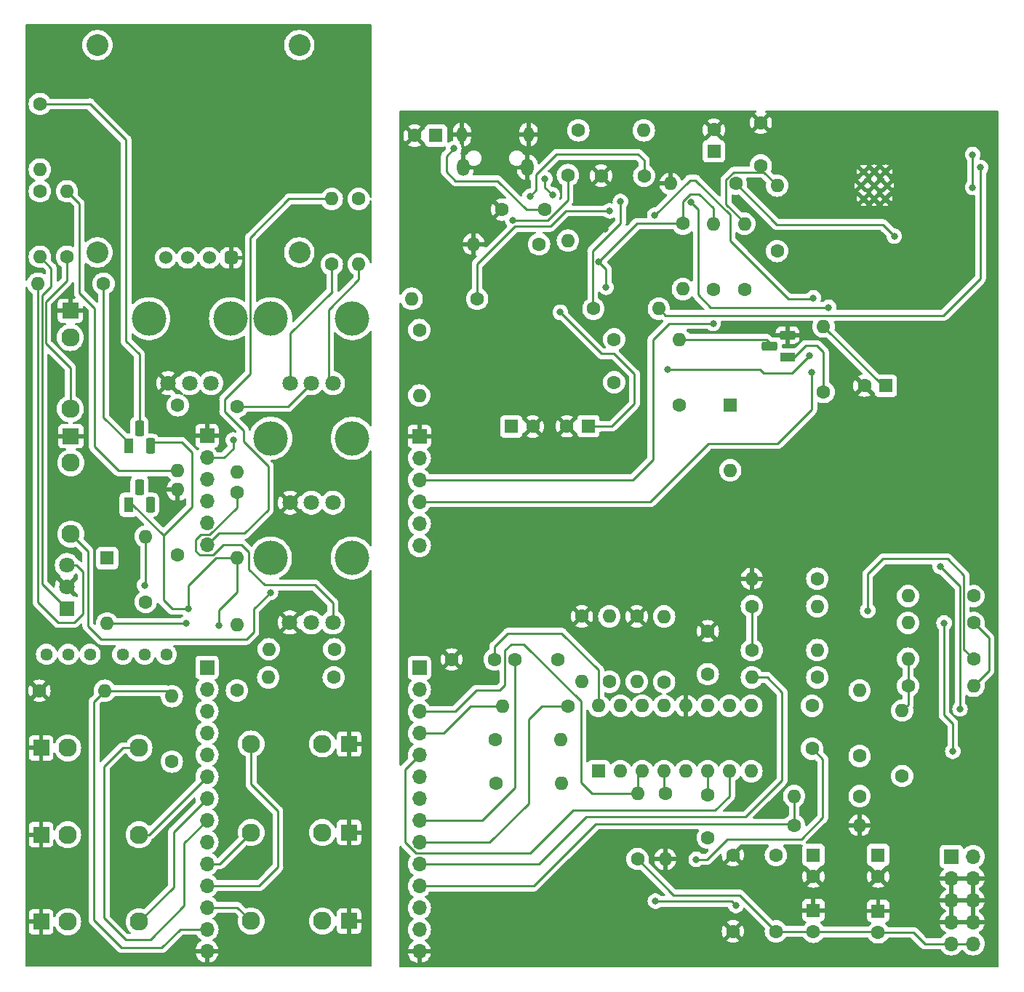
<source format=gbr>
%TF.GenerationSoftware,KiCad,Pcbnew,7.0.7*%
%TF.CreationDate,2024-02-11T13:34:09-07:00*%
%TF.ProjectId,TunerVCO,54756e65-7256-4434-9f2e-6b696361645f,rev?*%
%TF.SameCoordinates,Original*%
%TF.FileFunction,Copper,L2,Bot*%
%TF.FilePolarity,Positive*%
%FSLAX46Y46*%
G04 Gerber Fmt 4.6, Leading zero omitted, Abs format (unit mm)*
G04 Created by KiCad (PCBNEW 7.0.7) date 2024-02-11 13:34:09*
%MOMM*%
%LPD*%
G01*
G04 APERTURE LIST*
G04 Aperture macros list*
%AMRoundRect*
0 Rectangle with rounded corners*
0 $1 Rounding radius*
0 $2 $3 $4 $5 $6 $7 $8 $9 X,Y pos of 4 corners*
0 Add a 4 corners polygon primitive as box body*
4,1,4,$2,$3,$4,$5,$6,$7,$8,$9,$2,$3,0*
0 Add four circle primitives for the rounded corners*
1,1,$1+$1,$2,$3*
1,1,$1+$1,$4,$5*
1,1,$1+$1,$6,$7*
1,1,$1+$1,$8,$9*
0 Add four rect primitives between the rounded corners*
20,1,$1+$1,$2,$3,$4,$5,0*
20,1,$1+$1,$4,$5,$6,$7,0*
20,1,$1+$1,$6,$7,$8,$9,0*
20,1,$1+$1,$8,$9,$2,$3,0*%
G04 Aperture macros list end*
%TA.AperFunction,HeatsinkPad*%
%ADD10C,0.584200*%
%TD*%
%TA.AperFunction,ComponentPad*%
%ADD11O,1.600000X1.600000*%
%TD*%
%TA.AperFunction,ComponentPad*%
%ADD12C,1.600000*%
%TD*%
%TA.AperFunction,ComponentPad*%
%ADD13R,1.600000X1.600000*%
%TD*%
%TA.AperFunction,ComponentPad*%
%ADD14RoundRect,0.275000X0.625000X-0.275000X0.625000X0.275000X-0.625000X0.275000X-0.625000X-0.275000X0*%
%TD*%
%TA.AperFunction,ComponentPad*%
%ADD15R,1.800000X1.100000*%
%TD*%
%TA.AperFunction,ComponentPad*%
%ADD16C,2.540000*%
%TD*%
%TA.AperFunction,ComponentPad*%
%ADD17RoundRect,0.381000X0.381000X0.381000X-0.381000X0.381000X-0.381000X-0.381000X0.381000X-0.381000X0*%
%TD*%
%TA.AperFunction,ComponentPad*%
%ADD18C,1.524000*%
%TD*%
%TA.AperFunction,ComponentPad*%
%ADD19O,1.700000X1.700000*%
%TD*%
%TA.AperFunction,ComponentPad*%
%ADD20R,1.700000X1.700000*%
%TD*%
%TA.AperFunction,ComponentPad*%
%ADD21R,1.830000X1.930000*%
%TD*%
%TA.AperFunction,ComponentPad*%
%ADD22C,2.130000*%
%TD*%
%TA.AperFunction,ComponentPad*%
%ADD23R,1.100000X1.800000*%
%TD*%
%TA.AperFunction,ComponentPad*%
%ADD24RoundRect,0.275000X-0.275000X-0.625000X0.275000X-0.625000X0.275000X0.625000X-0.275000X0.625000X0*%
%TD*%
%TA.AperFunction,WasherPad*%
%ADD25C,4.000000*%
%TD*%
%TA.AperFunction,ComponentPad*%
%ADD26C,1.800000*%
%TD*%
%TA.AperFunction,ComponentPad*%
%ADD27O,1.150000X1.800000*%
%TD*%
%TA.AperFunction,ComponentPad*%
%ADD28O,1.450000X2.000000*%
%TD*%
%TA.AperFunction,ComponentPad*%
%ADD29R,1.800000X1.800000*%
%TD*%
%TA.AperFunction,ComponentPad*%
%ADD30C,1.440000*%
%TD*%
%TA.AperFunction,ComponentPad*%
%ADD31R,1.930000X1.830000*%
%TD*%
%TA.AperFunction,ViaPad*%
%ADD32C,0.800000*%
%TD*%
%TA.AperFunction,Conductor*%
%ADD33C,0.250000*%
%TD*%
G04 APERTURE END LIST*
D10*
%TO.P,U304,39,GND*%
%TO.N,GND*%
X97457200Y91090000D03*
X97757200Y92715000D03*
X97757200Y89545000D03*
X98982200Y92720000D03*
X98982200Y91090000D03*
X98982200Y89545000D03*
X100297200Y92720000D03*
X100297200Y89545000D03*
X100507200Y91090000D03*
%TD*%
D11*
%TO.P,R309,2*%
%TO.N,Net-(U302-Scale)*%
X64952800Y33329800D03*
D12*
%TO.P,R309,1*%
%TO.N,GND*%
X64952800Y40949800D03*
%TD*%
D13*
%TO.P,D202,1,K*%
%TO.N,Net-(D202-K)*%
X9677400Y47726600D03*
D11*
%TO.P,D202,2,A*%
%TO.N,PULSE_OUT_T*%
X9677400Y40106600D03*
%TD*%
%TO.P,R307,2*%
%TO.N,Net-(U302-LinFM)*%
X71353600Y33329800D03*
D12*
%TO.P,R307,1*%
%TO.N,GND*%
X71353600Y40949800D03*
%TD*%
D14*
%TO.P,Q303,3,E*%
%TO.N,GND*%
X88898600Y73665000D03*
%TO.P,Q303,2,B*%
%TO.N,Net-(Q303-B)*%
X86828600Y72395000D03*
D15*
%TO.P,Q303,1,C*%
%TO.N,Net-(Q303-C)*%
X88898600Y71125000D03*
%TD*%
D12*
%TO.P,R207,1*%
%TO.N,Net-(R207-Pad1)*%
X24815800Y55397400D03*
D11*
%TO.P,R207,2*%
%TO.N,+12VA*%
X24815800Y47777400D03*
%TD*%
D12*
%TO.P,C319,2*%
%TO.N,GND*%
X80319800Y97588621D03*
D13*
%TO.P,C319,1*%
%TO.N,+3.3V*%
X80319800Y95088621D03*
%TD*%
D11*
%TO.P,R304,2*%
%TO.N,Net-(U302-SCALE1)*%
X62489000Y26573400D03*
D12*
%TO.P,R304,1*%
%TO.N,T1A*%
X54869000Y26573400D03*
%TD*%
D11*
%TO.P,R318,2*%
%TO.N,Net-(U303B--)*%
X92359400Y37012800D03*
D12*
%TO.P,R318,1*%
%TO.N,+12V*%
X84739400Y37012800D03*
%TD*%
%TO.P,R216,1*%
%TO.N,Net-(Q202-B)*%
X1854200Y100584000D03*
D11*
%TO.P,R216,2*%
%TO.N,Net-(Q201-E)*%
X1854200Y92964000D03*
%TD*%
%TO.P,R329,2*%
%TO.N,Net-(Q301-B)*%
X45140800Y77906800D03*
D12*
%TO.P,R329,1*%
%TO.N,DTR*%
X52760800Y77906800D03*
%TD*%
D11*
%TO.P,R320,2*%
%TO.N,Net-(U303C--)*%
X102925800Y35996800D03*
D12*
%TO.P,R320,1*%
%TO.N,+12V*%
X110545800Y35996800D03*
%TD*%
%TO.P,C314,2*%
%TO.N,-12V*%
X99446000Y4145200D03*
D13*
%TO.P,C314,1*%
%TO.N,GND*%
X99446000Y6645200D03*
%TD*%
D11*
%TO.P,R303,2*%
%TO.N,Net-(U302-SCALE2)*%
X62539800Y21518800D03*
D12*
%TO.P,R303,1*%
%TO.N,T1B*%
X54919800Y21518800D03*
%TD*%
%TO.P,R215,1*%
%TO.N,Net-(Q202-C)*%
X9271000Y79679800D03*
D11*
%TO.P,R215,2*%
%TO.N,Net-(D201-A2)*%
X1651000Y79679800D03*
%TD*%
D12*
%TO.P,R204,1*%
%TO.N,Net-(R204-Pad1)*%
X17907000Y65506600D03*
D11*
%TO.P,R204,2*%
%TO.N,PITCH_CV_T*%
X17907000Y57886600D03*
%TD*%
D16*
%TO.P,U202,*%
%TO.N,*%
X32054800Y83312000D03*
X32054800Y107442000D03*
X8559800Y83312000D03*
X8559800Y107442000D03*
D17*
%TO.P,U202,1,GND*%
%TO.N,GNDA*%
X24117300Y82677000D03*
D18*
%TO.P,U202,2,VCC*%
%TO.N,+3.3VA*%
X21577300Y82677000D03*
%TO.P,U202,3,SCL*%
%TO.N,SCL_T*%
X19037300Y82677000D03*
%TO.P,U202,4,SDA*%
%TO.N,SDA_T*%
X16497300Y82677000D03*
%TD*%
D11*
%TO.P,R315,2*%
%TO.N,PULSE_OUT*%
X89667000Y20020200D03*
D12*
%TO.P,R315,1*%
%TO.N,PULSE_HI*%
X97287000Y20020200D03*
%TD*%
%TO.P,C306,2*%
%TO.N,Net-(U302-HSync)*%
X91749800Y30535800D03*
%TO.P,C306,1*%
%TO.N,HS*%
X91749800Y25535800D03*
%TD*%
D19*
%TO.P,J304,6,Pin_6*%
%TO.N,-12V*%
X46029800Y49204800D03*
%TO.P,J304,5,Pin_5*%
%TO.N,+12V*%
X46029800Y51744800D03*
%TO.P,J304,4,Pin_4*%
%TO.N,SCL*%
X46029800Y54284800D03*
%TO.P,J304,3,Pin_3*%
%TO.N,SDA*%
X46029800Y56824800D03*
%TO.P,J304,2,Pin_2*%
%TO.N,+3.3V*%
X46029800Y59364800D03*
D20*
%TO.P,J304,1,Pin_1*%
%TO.N,GND*%
X46029800Y61904800D03*
%TD*%
D21*
%TO.P,J206,S*%
%TO.N,GNDA*%
X2000000Y15519400D03*
D22*
%TO.P,J206,T*%
%TO.N,HS_T*%
X13400000Y15519400D03*
%TO.P,J206,TN*%
%TO.N,unconnected-(J206-PadTN)*%
X5100000Y15519400D03*
%TD*%
D11*
%TO.P,R306,2*%
%TO.N,+12V*%
X74528600Y40924400D03*
D12*
%TO.P,R306,1*%
%TO.N,Net-(U302-LinFM)*%
X74528600Y33304400D03*
%TD*%
D11*
%TO.P,R325,2*%
%TO.N,Net-(U305-~{RST})*%
X76713000Y79049800D03*
D12*
%TO.P,R325,1*%
%TO.N,+3.3V*%
X76713000Y86669800D03*
%TD*%
%TO.P,R201,1*%
%TO.N,+12VA*%
X38963600Y89535000D03*
D11*
%TO.P,R201,2*%
%TO.N,Net-(R201-Pad2)*%
X38963600Y81915000D03*
%TD*%
D12*
%TO.P,R202,1*%
%TO.N,Net-(R202-Pad1)*%
X35839400Y81915000D03*
D11*
%TO.P,R202,2*%
%TO.N,-12VA*%
X35839400Y89535000D03*
%TD*%
D12*
%TO.P,R205,1*%
%TO.N,Net-(J203-PadT)*%
X5003800Y82804000D03*
D11*
%TO.P,R205,2*%
%TO.N,PITCH_CV_T*%
X5003800Y90424000D03*
%TD*%
D23*
%TO.P,Q202,1,C*%
%TO.N,Net-(Q202-C)*%
X12166600Y60788600D03*
D24*
%TO.P,Q202,2,B*%
%TO.N,Net-(Q202-B)*%
X13436600Y62858600D03*
%TO.P,Q202,3,E*%
%TO.N,+12VA*%
X14706600Y60788600D03*
%TD*%
D12*
%TO.P,C303,2*%
%TO.N,GND*%
X97846312Y67797600D03*
D13*
%TO.P,C303,1*%
%TO.N,+3.3V*%
X100346312Y67797600D03*
%TD*%
D12*
%TO.P,C315,2*%
%TO.N,GND*%
X45471512Y96906000D03*
D13*
%TO.P,C315,1*%
%TO.N,VBUS*%
X47971512Y96906000D03*
%TD*%
D19*
%TO.P,J301,10,Pin_10*%
%TO.N,-12V*%
X110515400Y2819400D03*
%TO.P,J301,9,Pin_9*%
X107975400Y2819400D03*
%TO.P,J301,8,Pin_8*%
%TO.N,GND*%
X110515400Y5359400D03*
%TO.P,J301,7,Pin_7*%
X107975400Y5359400D03*
%TO.P,J301,6,Pin_6*%
X110515400Y7899400D03*
%TO.P,J301,5,Pin_5*%
X107975400Y7899400D03*
%TO.P,J301,4,Pin_4*%
X110515400Y10439400D03*
%TO.P,J301,3,Pin_3*%
X107975400Y10439400D03*
%TO.P,J301,2,Pin_2*%
%TO.N,+12V*%
X110515400Y12979400D03*
D20*
%TO.P,J301,1,Pin_1*%
X107975400Y12979400D03*
%TD*%
D12*
%TO.P,C305,2*%
%TO.N,Net-(C305-Pad2)*%
X62118800Y35920600D03*
%TO.P,C305,1*%
%TO.N,FM*%
X57118800Y35920600D03*
%TD*%
D11*
%TO.P,R314,2*%
%TO.N,GND*%
X84739400Y45318600D03*
D12*
%TO.P,R314,1*%
%TO.N,Net-(U303A--)*%
X92359400Y45318600D03*
%TD*%
%TO.P,C309,2*%
%TO.N,GND*%
X91902200Y10648112D03*
D13*
%TO.P,C309,1*%
%TO.N,+12V*%
X91902200Y13148112D03*
%TD*%
D12*
%TO.P,C301,2*%
%TO.N,Net-(U301-SW)*%
X68712000Y68193200D03*
%TO.P,C301,1*%
%TO.N,Net-(U301-CB)*%
X68712000Y73193200D03*
%TD*%
D11*
%TO.P,R327,2*%
%TO.N,EN*%
X72166400Y97515600D03*
D12*
%TO.P,R327,1*%
%TO.N,+3.3V*%
X64546400Y97515600D03*
%TD*%
D11*
%TO.P,R332,2*%
%TO.N,+3.3V*%
X93089000Y74671000D03*
D12*
%TO.P,R332,1*%
%TO.N,Net-(Q303-C)*%
X93089000Y67051000D03*
%TD*%
D11*
%TO.P,R326,2*%
%TO.N,RXD0*%
X73919000Y76763800D03*
D12*
%TO.P,R326,1*%
%TO.N,Net-(U305-TXD)*%
X66299000Y76763800D03*
%TD*%
%TO.P,R210,1*%
%TO.N,Net-(R209-Pad2)*%
X14173200Y42621200D03*
D11*
%TO.P,R210,2*%
%TO.N,Net-(U201B--)*%
X14173200Y50241200D03*
%TD*%
D21*
%TO.P,J209,S*%
%TO.N,GNDA*%
X37841400Y5461000D03*
D22*
%TO.P,J209,T*%
%TO.N,SAW_OUT_T*%
X26441400Y5461000D03*
%TO.P,J209,TN*%
%TO.N,unconnected-(J209-PadTN)*%
X34741400Y5461000D03*
%TD*%
D25*
%TO.P,RV202,*%
%TO.N,*%
X28727200Y75587400D03*
X38227200Y75587400D03*
D26*
%TO.P,RV202,1,1*%
%TO.N,Net-(R201-Pad2)*%
X35977200Y68087400D03*
%TO.P,RV202,2,2*%
%TO.N,Net-(R203-Pad1)*%
X33477200Y68087400D03*
%TO.P,RV202,3,3*%
%TO.N,Net-(R202-Pad1)*%
X30977200Y68087400D03*
%TD*%
D12*
%TO.P,C316,2*%
%TO.N,VBUS*%
X60645600Y88295400D03*
%TO.P,C316,1*%
%TO.N,GND*%
X55645600Y88295400D03*
%TD*%
D11*
%TO.P,R301,2*%
%TO.N,Net-(U301-FB)*%
X63327200Y84688600D03*
D12*
%TO.P,R301,1*%
%TO.N,+3.3V*%
X63327200Y92308600D03*
%TD*%
%TO.P,R212,1*%
%TO.N,GNDA*%
X1803400Y32283400D03*
D11*
%TO.P,R212,2*%
%TO.N,PWM_CV_T*%
X9423400Y32283400D03*
%TD*%
D12*
%TO.P,R213,1*%
%TO.N,Net-(Q201-E)*%
X1854200Y90424000D03*
D11*
%TO.P,R213,2*%
%TO.N,Net-(D201-A1)*%
X1854200Y82804000D03*
%TD*%
D12*
%TO.P,C302,2*%
%TO.N,GND*%
X63200713Y63073200D03*
D13*
%TO.P,C302,1*%
%TO.N,+12V*%
X65700713Y63073200D03*
%TD*%
D11*
%TO.P,U302,16,VCC*%
%TO.N,+12V*%
X66908600Y30535800D03*
%TO.P,U302,15,CV*%
%TO.N,PITCH_CV*%
X69448600Y30535800D03*
%TO.P,U302,14,Scale*%
%TO.N,Net-(U302-Scale)*%
X71988600Y30535800D03*
%TO.P,U302,13,LinFM*%
%TO.N,Net-(U302-LinFM)*%
X74528600Y30535800D03*
%TO.P,U302,12,Gnd*%
%TO.N,GND*%
X77068600Y30535800D03*
%TO.P,U302,11,TCAP*%
%TO.N,Net-(U302-TCAP)*%
X79608600Y30535800D03*
%TO.P,U302,10,TRI*%
%TO.N,Net-(U302-TRI)*%
X82148600Y30535800D03*
%TO.P,U302,9,HSync*%
%TO.N,Net-(U302-HSync)*%
X84688600Y30535800D03*
%TO.P,U302,8,SAW*%
%TO.N,Net-(U302-SAW)*%
X84688600Y22915800D03*
%TO.P,U302,7,HFTrack*%
%TO.N,T2C*%
X82148600Y22915800D03*
%TO.P,U302,6,SSync*%
%TO.N,Net-(U302-SSync)*%
X79608600Y22915800D03*
%TO.P,U302,5,PWM*%
%TO.N,PWM_CV*%
X77068600Y22915800D03*
%TO.P,U302,4,PULSE*%
%TO.N,Net-(U302-PULSE)*%
X74528600Y22915800D03*
%TO.P,U302,3,VEE*%
%TO.N,T1C*%
X71988600Y22915800D03*
%TO.P,U302,2,SCALE2*%
%TO.N,Net-(U302-SCALE2)*%
X69448600Y22915800D03*
D13*
%TO.P,U302,1,SCALE1*%
%TO.N,Net-(U302-SCALE1)*%
X66908600Y22915800D03*
%TD*%
D11*
%TO.P,R308,2*%
%TO.N,Net-(C305-Pad2)*%
X68153200Y40949800D03*
D12*
%TO.P,R308,1*%
%TO.N,Net-(U302-LinFM)*%
X68153200Y33329800D03*
%TD*%
D20*
%TO.P,J202,1,Pin_1*%
%TO.N,GNDA*%
X21310600Y61950600D03*
D19*
%TO.P,J202,2,Pin_2*%
%TO.N,+3.3VA*%
X21310600Y59410600D03*
%TO.P,J202,3,Pin_3*%
%TO.N,SDA_T*%
X21310600Y56870600D03*
%TO.P,J202,4,Pin_4*%
%TO.N,SCL_T*%
X21310600Y54330600D03*
%TO.P,J202,5,Pin_5*%
%TO.N,+12VA*%
X21310600Y51790600D03*
%TO.P,J202,6,Pin_6*%
%TO.N,-12VA*%
X21310600Y49250600D03*
%TD*%
D11*
%TO.P,R328,2*%
%TO.N,GND*%
X75265200Y91318000D03*
D12*
%TO.P,R328,1*%
%TO.N,Net-(U304-IO2)*%
X82885200Y91318000D03*
%TD*%
%TO.P,R214,1*%
%TO.N,Net-(Q201-E)*%
X17881600Y48056800D03*
D11*
%TO.P,R214,2*%
%TO.N,GNDA*%
X17881600Y55676800D03*
%TD*%
D21*
%TO.P,J210,S*%
%TO.N,GNDA*%
X37841400Y15773400D03*
D22*
%TO.P,J210,T*%
%TO.N,TRI_OUT_T*%
X26441400Y15773400D03*
%TO.P,J210,TN*%
%TO.N,unconnected-(J210-PadTN)*%
X34741400Y15773400D03*
%TD*%
D11*
%TO.P,R324,2*%
%TO.N,SAW_OUT*%
X102925800Y43312000D03*
D12*
%TO.P,R324,1*%
%TO.N,Net-(U303D--)*%
X110545800Y43312000D03*
%TD*%
D23*
%TO.P,Q201,1,C*%
%TO.N,+12VA*%
X12192000Y53930600D03*
D24*
%TO.P,Q201,2,B*%
%TO.N,Net-(D202-K)*%
X13462000Y56000600D03*
%TO.P,Q201,3,E*%
%TO.N,Net-(Q201-E)*%
X14732000Y53930600D03*
%TD*%
D12*
%TO.P,R209,1*%
%TO.N,Net-(U201A--)*%
X24790400Y32308800D03*
D11*
%TO.P,R209,2*%
%TO.N,Net-(R209-Pad2)*%
X24790400Y39928800D03*
%TD*%
D27*
%TO.P,J302,6,Shield*%
%TO.N,GND*%
X50999000Y97034200D03*
X58749000Y97034200D03*
D28*
X51149000Y93234200D03*
X58599000Y93234200D03*
%TD*%
D11*
%TO.P,R319,2*%
%TO.N,TRI_OUT*%
X84739400Y33837800D03*
D12*
%TO.P,R319,1*%
%TO.N,Net-(U303B--)*%
X92359400Y33837800D03*
%TD*%
D21*
%TO.P,J208,S*%
%TO.N,GNDA*%
X37841400Y26085800D03*
D22*
%TO.P,J208,T*%
%TO.N,PULSE_OUT_T*%
X26441400Y26085800D03*
%TO.P,J208,TN*%
%TO.N,unconnected-(J208-PadTN)*%
X34741400Y26085800D03*
%TD*%
D12*
%TO.P,C307,2*%
%TO.N,Net-(U302-SSync)*%
X79608600Y20183400D03*
%TO.P,C307,1*%
%TO.N,SS*%
X79608600Y15183400D03*
%TD*%
D11*
%TO.P,R323,2*%
%TO.N,Net-(U303D--)*%
X102925800Y40187800D03*
D12*
%TO.P,R323,1*%
%TO.N,Net-(R322-Pad2)*%
X110545800Y40187800D03*
%TD*%
D11*
%TO.P,R331,2*%
%TO.N,+3.3V*%
X87685800Y91089400D03*
D12*
%TO.P,R331,1*%
%TO.N,IO0*%
X87685800Y83469400D03*
%TD*%
%TO.P,C313,2*%
%TO.N,GND*%
X99446000Y10648112D03*
D13*
%TO.P,C313,1*%
%TO.N,+12V*%
X99446000Y13148112D03*
%TD*%
D29*
%TO.P,D201,1,A1*%
%TO.N,Net-(D201-A1)*%
X5003800Y41833800D03*
D26*
%TO.P,D201,2,K*%
%TO.N,GNDA*%
X5003800Y44373800D03*
%TO.P,D201,3,A2*%
%TO.N,Net-(D201-A2)*%
X5003800Y46913800D03*
%TD*%
D12*
%TO.P,R203,1*%
%TO.N,Net-(R203-Pad1)*%
X24815800Y65379600D03*
D11*
%TO.P,R203,2*%
%TO.N,PITCH_CV_T*%
X24815800Y57759600D03*
%TD*%
D12*
%TO.P,C308,2*%
%TO.N,Net-(U302-TCAP)*%
X79608600Y34208000D03*
%TO.P,C308,1*%
%TO.N,GND*%
X79608600Y39208000D03*
%TD*%
D30*
%TO.P,RV209,1,1*%
%TO.N,T2B_T*%
X7706600Y36524000D03*
%TO.P,RV209,2,2*%
X5166600Y36524000D03*
%TO.P,RV209,3,3*%
%TO.N,T2C_T*%
X2626600Y36524000D03*
%TD*%
D11*
%TO.P,D301,2,A*%
%TO.N,PULSE_HI*%
X82224800Y57942400D03*
D13*
%TO.P,D301,1,K*%
%TO.N,Net-(D301-K)*%
X82224800Y65562400D03*
%TD*%
D11*
%TO.P,R321,2*%
%TO.N,Net-(U303C--)*%
X102240000Y29977000D03*
D12*
%TO.P,R321,1*%
%TO.N,Net-(U302-SAW)*%
X102240000Y22357000D03*
%TD*%
D30*
%TO.P,RV208,1,1*%
%TO.N,T1A_T*%
X16571200Y36524000D03*
%TO.P,RV208,2,2*%
%TO.N,T1B_T*%
X14031200Y36524000D03*
%TO.P,RV208,3,3*%
%TO.N,T1C_T*%
X11491200Y36524000D03*
%TD*%
D11*
%TO.P,R313,2*%
%TO.N,Net-(U303A--)*%
X92359400Y42118200D03*
D12*
%TO.P,R313,1*%
%TO.N,+12V*%
X84739400Y42118200D03*
%TD*%
%TO.P,R211,1*%
%TO.N,Net-(U201B--)*%
X17221200Y24028400D03*
D11*
%TO.P,R211,2*%
%TO.N,PWM_CV_T*%
X17221200Y31648400D03*
%TD*%
D12*
%TO.P,C317,2*%
%TO.N,GND*%
X59237288Y63047800D03*
D13*
%TO.P,C317,1*%
%TO.N,+3.3V*%
X56737288Y63047800D03*
%TD*%
D11*
%TO.P,R316,2*%
%TO.N,GND*%
X97287000Y16616600D03*
D12*
%TO.P,R316,1*%
%TO.N,PULSE_OUT*%
X89667000Y16616600D03*
%TD*%
%TO.P,C304,2*%
%TO.N,GND*%
X49792800Y35920600D03*
%TO.P,C304,1*%
%TO.N,+12V*%
X54792800Y35920600D03*
%TD*%
D25*
%TO.P,RV203,*%
%TO.N,*%
X28727200Y61668200D03*
X38227200Y61668200D03*
D26*
%TO.P,RV203,1,1*%
%TO.N,Net-(J204-PadT)*%
X35977200Y54168200D03*
%TO.P,RV203,2,2*%
%TO.N,Net-(R206-Pad1)*%
X33477200Y54168200D03*
%TO.P,RV203,3,3*%
%TO.N,GNDA*%
X30977200Y54168200D03*
%TD*%
D11*
%TO.P,R322,2*%
%TO.N,Net-(R322-Pad2)*%
X110545800Y32847200D03*
D12*
%TO.P,R322,1*%
%TO.N,Net-(U303C--)*%
X102925800Y32847200D03*
%TD*%
D31*
%TO.P,J204,S*%
%TO.N,GNDA*%
X5461000Y61920600D03*
D22*
%TO.P,J204,T*%
%TO.N,Net-(J204-PadT)*%
X5461000Y50520600D03*
%TO.P,J204,TN*%
%TO.N,unconnected-(J204-PadTN)*%
X5461000Y58820600D03*
%TD*%
D11*
%TO.P,R317,2*%
%TO.N,Net-(U303B--)*%
X97287000Y32313800D03*
D12*
%TO.P,R317,1*%
%TO.N,Net-(U302-TRI)*%
X97287000Y24693800D03*
%TD*%
D11*
%TO.P,R311,2*%
%TO.N,+3.3V*%
X80243600Y86644400D03*
D12*
%TO.P,R311,1*%
%TO.N,SDA*%
X80243600Y79024400D03*
%TD*%
%TO.P,C312,2*%
%TO.N,+12V*%
X87544200Y13162200D03*
%TO.P,C312,1*%
%TO.N,GND*%
X82544200Y13162200D03*
%TD*%
D11*
%TO.P,R330,2*%
%TO.N,Net-(Q302-B)*%
X46029800Y66654600D03*
D12*
%TO.P,R330,1*%
%TO.N,RTS*%
X46029800Y74274600D03*
%TD*%
D11*
%TO.P,R310,2*%
%TO.N,T2B*%
X55732600Y30485000D03*
D12*
%TO.P,R310,1*%
%TO.N,PITCH_CV*%
X63352600Y30485000D03*
%TD*%
%TO.P,R208,1*%
%TO.N,Net-(R208-Pad1)*%
X36068000Y33832800D03*
D11*
%TO.P,R208,2*%
%TO.N,Net-(U201A--)*%
X28448000Y33832800D03*
%TD*%
D19*
%TO.P,J303,14,Pin_14*%
%TO.N,GND*%
X46029800Y1925400D03*
%TO.P,J303,13,Pin_13*%
%TO.N,PWM_CV*%
X46029800Y4465400D03*
%TO.P,J303,12,Pin_12*%
%TO.N,SAW_OUT*%
X46029800Y7005400D03*
%TO.P,J303,11,Pin_11*%
%TO.N,PULSE_OUT*%
X46029800Y9545400D03*
%TO.P,J303,10,Pin_10*%
%TO.N,TRI_OUT*%
X46029800Y12085400D03*
%TO.P,J303,9,Pin_9*%
%TO.N,PITCH_CV*%
X46029800Y14625400D03*
%TO.P,J303,8,Pin_8*%
%TO.N,FM*%
X46029800Y17165400D03*
%TO.P,J303,7,Pin_7*%
%TO.N,SS*%
X46029800Y19705400D03*
%TO.P,J303,6,Pin_6*%
%TO.N,HS*%
X46029800Y22245400D03*
%TO.P,J303,5,Pin_5*%
%TO.N,T2C*%
X46029800Y24785400D03*
%TO.P,J303,4,Pin_4*%
%TO.N,T2B*%
X46029800Y27325400D03*
%TO.P,J303,3,Pin_3*%
%TO.N,T1C*%
X46029800Y29865400D03*
%TO.P,J303,2,Pin_2*%
%TO.N,T1B*%
X46029800Y32405400D03*
D20*
%TO.P,J303,1,Pin_1*%
%TO.N,T1A*%
X46029800Y34945400D03*
%TD*%
D11*
%TO.P,R305,2*%
%TO.N,T1C*%
X71429800Y20325000D03*
D12*
%TO.P,R305,1*%
%TO.N,-12V*%
X71429800Y12705000D03*
%TD*%
D11*
%TO.P,R334,2*%
%TO.N,GND*%
X74655600Y12679600D03*
D12*
%TO.P,R334,1*%
%TO.N,Net-(U302-PULSE)*%
X74655600Y20299600D03*
%TD*%
D11*
%TO.P,R312,2*%
%TO.N,+3.3V*%
X83875800Y86644400D03*
D12*
%TO.P,R312,1*%
%TO.N,SCL*%
X83875800Y79024400D03*
%TD*%
D21*
%TO.P,J207,S*%
%TO.N,GNDA*%
X2000000Y5384800D03*
D22*
%TO.P,J207,T*%
%TO.N,SS_T*%
X13400000Y5384800D03*
%TO.P,J207,TN*%
%TO.N,unconnected-(J207-PadTN)*%
X5100000Y5384800D03*
%TD*%
D11*
%TO.P,R302,2*%
%TO.N,GND*%
X52354400Y84256800D03*
D12*
%TO.P,R302,1*%
%TO.N,Net-(U301-FB)*%
X59974400Y84256800D03*
%TD*%
%TO.P,C311,2*%
%TO.N,GND*%
X82544200Y4272200D03*
%TO.P,C311,1*%
%TO.N,-12V*%
X87544200Y4272200D03*
%TD*%
%TO.P,C310,2*%
%TO.N,-12V*%
X91902200Y4221912D03*
D13*
%TO.P,C310,1*%
%TO.N,GND*%
X91902200Y6721912D03*
%TD*%
D25*
%TO.P,RV204,*%
%TO.N,*%
X28702000Y47726600D03*
X38202000Y47726600D03*
D26*
%TO.P,RV204,1,1*%
%TO.N,Net-(R207-Pad1)*%
X35952000Y40226600D03*
%TO.P,RV204,2,2*%
%TO.N,Net-(R208-Pad1)*%
X33452000Y40226600D03*
%TO.P,RV204,3,3*%
%TO.N,GNDA*%
X30952000Y40226600D03*
%TD*%
D20*
%TO.P,J201,1,Pin_1*%
%TO.N,T1A_T*%
X21310600Y34991200D03*
D19*
%TO.P,J201,2,Pin_2*%
%TO.N,T1B_T*%
X21310600Y32451200D03*
%TO.P,J201,3,Pin_3*%
%TO.N,T1C_T*%
X21310600Y29911200D03*
%TO.P,J201,4,Pin_4*%
%TO.N,T2B_T*%
X21310600Y27371200D03*
%TO.P,J201,5,Pin_5*%
%TO.N,T2C_T*%
X21310600Y24831200D03*
%TO.P,J201,6,Pin_6*%
%TO.N,HS_T*%
X21310600Y22291200D03*
%TO.P,J201,7,Pin_7*%
%TO.N,SS_T*%
X21310600Y19751200D03*
%TO.P,J201,8,Pin_8*%
%TO.N,FM_T*%
X21310600Y17211200D03*
%TO.P,J201,9,Pin_9*%
%TO.N,PITCH_CV_T*%
X21310600Y14671200D03*
%TO.P,J201,10,Pin_10*%
%TO.N,TRI_OUT_T*%
X21310600Y12131200D03*
%TO.P,J201,11,Pin_11*%
%TO.N,PULSE_OUT_T*%
X21310600Y9591200D03*
%TO.P,J201,12,Pin_12*%
%TO.N,SAW_OUT_T*%
X21310600Y7051200D03*
%TO.P,J201,13,Pin_13*%
%TO.N,PWM_CV_T*%
X21310600Y4511200D03*
%TO.P,J201,14,Pin_14*%
%TO.N,GNDA*%
X21310600Y1971200D03*
%TD*%
D31*
%TO.P,J203,S*%
%TO.N,GNDA*%
X5410200Y76504800D03*
D22*
%TO.P,J203,T*%
%TO.N,Net-(J203-PadT)*%
X5410200Y65104800D03*
%TO.P,J203,TN*%
%TO.N,unconnected-(J203-PadTN)*%
X5410200Y73404800D03*
%TD*%
D11*
%TO.P,R333,2*%
%TO.N,Net-(Q303-B)*%
X76332000Y73182400D03*
D12*
%TO.P,R333,1*%
%TO.N,Net-(D301-K)*%
X76332000Y65562400D03*
%TD*%
%TO.P,C318,2*%
%TO.N,EN*%
X72202600Y92232400D03*
%TO.P,C318,1*%
%TO.N,GND*%
X67202600Y92232400D03*
%TD*%
D21*
%TO.P,J205,S*%
%TO.N,GNDA*%
X2000000Y25628600D03*
D22*
%TO.P,J205,T*%
%TO.N,FM_T*%
X13400000Y25628600D03*
%TO.P,J205,TN*%
%TO.N,unconnected-(J205-PadTN)*%
X5100000Y25628600D03*
%TD*%
D12*
%TO.P,R206,1*%
%TO.N,Net-(R206-Pad1)*%
X36118800Y37109400D03*
D11*
%TO.P,R206,2*%
%TO.N,Net-(U201A--)*%
X28498800Y37109400D03*
%TD*%
D12*
%TO.P,C320,2*%
%TO.N,+3.3V*%
X85780800Y93415400D03*
%TO.P,C320,1*%
%TO.N,GND*%
X85780800Y98415400D03*
%TD*%
D25*
%TO.P,RV201,*%
%TO.N,*%
X14543200Y75597400D03*
X24043200Y75597400D03*
D26*
%TO.P,RV201,1,1*%
%TO.N,+12VA*%
X21793200Y68097400D03*
%TO.P,RV201,2,2*%
%TO.N,Net-(R204-Pad1)*%
X19293200Y68097400D03*
%TO.P,RV201,3,3*%
%TO.N,GNDA*%
X16793200Y68097400D03*
%TD*%
D32*
%TO.N,VBUS*%
X50043000Y95382000D03*
%TO.N,+12V*%
X98226800Y41610200D03*
%TO.N,-12V*%
X107116800Y40162400D03*
X108132800Y25227200D03*
%TO.N,PULSE_HI*%
X106659600Y46741000D03*
X108971000Y30154800D03*
%TO.N,HS*%
X78262400Y12654200D03*
%TO.N,SAW_OUT*%
X82885200Y7269400D03*
X73512600Y7777400D03*
%TO.N,+3.3V*%
X56918008Y87024243D03*
X67772200Y79253000D03*
%TO.N,GND*%
X67645200Y86060200D03*
X65117300Y84714000D03*
%TO.N,+12V*%
X62438200Y76332000D03*
%TO.N,EN*%
X58907600Y89844800D03*
%TO.N,Net-(U305-TXD)*%
X69448600Y89235200D03*
%TO.N,+3.3V*%
X66934000Y82224800D03*
%TO.N,SDA*%
X80243600Y75036600D03*
%TO.N,SCL*%
X91724400Y69372400D03*
%TO.N,GND*%
X94874000Y78795800D03*
%TO.N,IO0*%
X91418204Y71278796D03*
X74935000Y69702600D03*
%TO.N,DTR*%
X68178600Y88143000D03*
%TO.N,Net-(J302-D-)*%
X60660200Y91851400D03*
X61523800Y90022600D03*
%TO.N,Net-(U304-IO2)*%
X101325600Y85196600D03*
%TO.N,RXD0*%
X111358600Y93197600D03*
%TO.N,CTS*%
X73436400Y87635000D03*
X91902200Y78008400D03*
%TO.N,TXD0*%
X77627400Y89133600D03*
X93680200Y76916200D03*
%TO.N,SCL*%
X110444200Y94696200D03*
X110444200Y90886200D03*
%TO.N,+12VA*%
X19151600Y41783000D03*
%TO.N,Net-(J204-PadT)*%
X28702000Y43713400D03*
%TO.N,+12VA*%
X22707600Y39852600D03*
%TO.N,PULSE_OUT_T*%
X18872200Y40106600D03*
%TO.N,Net-(U201B--)*%
X14020800Y44551600D03*
%TO.N,+3.3VA*%
X24358600Y61468000D03*
%TD*%
D33*
%TO.N,T1C*%
X66095800Y20325000D02*
X64851200Y21569600D01*
X55986600Y32948800D02*
X55377000Y32339200D01*
X64851200Y21569600D02*
X64851200Y31043800D01*
X71429800Y20325000D02*
X66095800Y20325000D01*
X56697800Y37698600D02*
X55986600Y36987400D01*
X64851200Y31043800D02*
X58196400Y37698600D01*
X58196400Y37698600D02*
X56697800Y37698600D01*
X55986600Y36987400D02*
X55986600Y32948800D01*
X55377000Y32339200D02*
X52684600Y32339200D01*
X52684600Y32339200D02*
X50210800Y29865400D01*
X50210800Y29865400D02*
X46029800Y29865400D01*
%TO.N,VBUS*%
X49179400Y92715000D02*
X49179400Y94518400D01*
X55123000Y91648200D02*
X50246200Y91648200D01*
X49179400Y94518400D02*
X50043000Y95382000D01*
X50246200Y91648200D02*
X49179400Y92715000D01*
X60645600Y88295400D02*
X58475800Y88295400D01*
X58475800Y88295400D02*
X55123000Y91648200D01*
%TO.N,Net-(J203-PadT)*%
X5410200Y65104800D02*
X5410200Y69850000D01*
X5410200Y69850000D02*
X2551000Y72709200D01*
X2551000Y72709200D02*
X2551000Y77582600D01*
X2551000Y77582600D02*
X5003800Y80035400D01*
X5003800Y80035400D02*
X5003800Y82804000D01*
%TO.N,Net-(D201-A1)*%
X5003800Y41833800D02*
X2101000Y44736600D01*
X2101000Y44736600D02*
X2101000Y78275600D01*
X2101000Y78275600D02*
X3175000Y79349600D01*
X3175000Y81483200D02*
X1854200Y82804000D01*
X3175000Y79349600D02*
X3175000Y81483200D01*
%TO.N,+12V*%
X62616000Y38968600D02*
X56342200Y38968600D01*
X56342200Y38968600D02*
X54792800Y37419200D01*
X66908600Y30535800D02*
X66908600Y34676000D01*
X66908600Y34676000D02*
X62616000Y38968600D01*
X54792800Y37419200D02*
X54792800Y35920600D01*
X84739400Y37012800D02*
X84739400Y42118200D01*
X98226800Y45852000D02*
X98226800Y41610200D01*
X100004800Y47630000D02*
X98226800Y45852000D01*
X109420800Y45732400D02*
X107523200Y47630000D01*
X109420800Y37121800D02*
X109420800Y45732400D01*
X110545800Y35996800D02*
X109420800Y37121800D01*
X107523200Y47630000D02*
X100004800Y47630000D01*
%TO.N,Net-(U303C--)*%
X102925800Y32847200D02*
X102925800Y30662800D01*
X102925800Y30662800D02*
X102240000Y29977000D01*
X102925800Y32847200D02*
X102925800Y35996800D01*
%TO.N,Net-(R322-Pad2)*%
X110545800Y32847200D02*
X112323800Y34625200D01*
X112323800Y38409800D02*
X110545800Y40187800D01*
X112323800Y34625200D02*
X112323800Y38409800D01*
%TO.N,-12V*%
X108132800Y25227200D02*
X108132800Y28453000D01*
X108132800Y28453000D02*
X107116800Y29469000D01*
X107116800Y29469000D02*
X107116800Y40162400D01*
%TO.N,PULSE_HI*%
X108971000Y30154800D02*
X108971000Y44429600D01*
X108971000Y44429600D02*
X106659600Y46741000D01*
%TO.N,T2B*%
X48839200Y27325400D02*
X51998800Y30485000D01*
X46029800Y27325400D02*
X48839200Y27325400D01*
X51998800Y30485000D02*
X55732600Y30485000D01*
%TO.N,T2C*%
X45628099Y13365400D02*
X44353400Y14640099D01*
X82148600Y20020200D02*
X80472200Y18343800D01*
X80472200Y18343800D02*
X63936800Y18343800D01*
X63936800Y18343800D02*
X58958400Y13365400D01*
X58958400Y13365400D02*
X45628099Y13365400D01*
X82148600Y22915800D02*
X82148600Y20020200D01*
X44353400Y14640099D02*
X44353400Y23109000D01*
X44353400Y23109000D02*
X46029800Y24785400D01*
%TO.N,Net-(U302-SSync)*%
X79608600Y20183400D02*
X79608600Y22915800D01*
%TO.N,Net-(U302-PULSE)*%
X74528600Y22915800D02*
X74528600Y20426600D01*
X74528600Y20426600D02*
X74655600Y20299600D01*
%TO.N,T1C*%
X71429800Y20325000D02*
X71429800Y22357000D01*
X71429800Y22357000D02*
X71988600Y22915800D01*
%TO.N,PULSE_OUT*%
X89667000Y16616600D02*
X89667000Y20020200D01*
%TO.N,HS*%
X92994400Y24291200D02*
X91749800Y25535800D01*
X78262400Y12654200D02*
X79532400Y12654200D01*
X79532400Y12654200D02*
X81869200Y14991000D01*
X81869200Y14991000D02*
X90479800Y14991000D01*
X90479800Y14991000D02*
X92994400Y17505600D01*
X92994400Y17505600D02*
X92994400Y24291200D01*
%TO.N,SAW_OUT*%
X73512600Y7777400D02*
X82377200Y7777400D01*
X82377200Y7777400D02*
X82885200Y7269400D01*
%TO.N,+3.3V*%
X60965434Y87024243D02*
X63327200Y89386009D01*
X56918008Y87024243D02*
X60965434Y87024243D01*
X63327200Y89386009D02*
X63327200Y92308600D01*
X78618000Y90098800D02*
X77567295Y90098800D01*
X76687600Y89219105D02*
X76713000Y89193705D01*
X77567295Y90098800D02*
X76687600Y89219105D01*
X80243600Y88473200D02*
X78618000Y90098800D01*
X80243600Y86644400D02*
X80243600Y88473200D01*
X76713000Y89193705D02*
X76713000Y86669800D01*
%TO.N,CTS*%
X73436400Y87635000D02*
X77525800Y91724400D01*
X77525800Y91724400D02*
X78186200Y91724400D01*
X78186200Y91724400D02*
X82199400Y87711200D01*
%TO.N,+3.3V*%
X67772200Y79253000D02*
X67772200Y81386600D01*
X67772200Y81386600D02*
X66934000Y82224800D01*
X87685800Y91089400D02*
X86136400Y92638800D01*
X86136400Y92638800D02*
X82615009Y92638800D01*
X82615009Y92638800D02*
X81742200Y91765991D01*
X81742200Y91765991D02*
X81742200Y88906396D01*
X81742200Y88906396D02*
X83875800Y86772796D01*
X83875800Y86772796D02*
X83875800Y86644400D01*
%TO.N,GND*%
X65117300Y84714000D02*
X66299000Y84714000D01*
X66299000Y84714000D02*
X67645200Y86060200D01*
%TO.N,+12V*%
X71074200Y69143800D02*
X68712000Y71506000D01*
X67264200Y71506000D02*
X62438200Y76332000D01*
X68432600Y63073200D02*
X71074200Y65714800D01*
X71074200Y65714800D02*
X71074200Y69143800D01*
X65700713Y63073200D02*
X68432600Y63073200D01*
X68712000Y71506000D02*
X67264200Y71506000D01*
%TO.N,EN*%
X59649000Y92364200D02*
X62006400Y94721600D01*
X59649000Y90586200D02*
X59649000Y92364200D01*
X58907600Y89844800D02*
X59649000Y90586200D01*
X62006400Y94721600D02*
X71506000Y94721600D01*
X71506000Y94721600D02*
X72202600Y94025000D01*
X72202600Y94025000D02*
X72202600Y92232400D01*
%TO.N,Net-(U305-TXD)*%
X69448600Y89235200D02*
X69448600Y86695200D01*
X69448600Y86695200D02*
X66209000Y83455600D01*
X66209000Y76853800D02*
X66299000Y76763800D01*
X66209000Y83455600D02*
X66209000Y76853800D01*
%TO.N,+3.3V*%
X66934000Y82224800D02*
X71379000Y86669800D01*
X71379000Y86669800D02*
X76713000Y86669800D01*
%TO.N,SDA*%
X73233200Y59187000D02*
X73233200Y73182400D01*
X73233200Y73182400D02*
X75087400Y75036600D01*
X46029800Y56824800D02*
X70871000Y56824800D01*
X70871000Y56824800D02*
X73233200Y59187000D01*
X75087400Y75036600D02*
X80243600Y75036600D01*
%TO.N,SCL*%
X46029800Y54284800D02*
X72928400Y54284800D01*
X72928400Y54284800D02*
X79684800Y61041200D01*
X79684800Y61041200D02*
X87736600Y61041200D01*
X87736600Y61041200D02*
X91724400Y65029000D01*
X91724400Y65029000D02*
X91724400Y69372400D01*
%TO.N,Net-(Q303-C)*%
X88498600Y71125000D02*
X89641600Y71125000D01*
X92308600Y72471200D02*
X93096000Y71683800D01*
X93096000Y71683800D02*
X93089000Y71676800D01*
X89641600Y71125000D02*
X90987800Y72471200D01*
X90987800Y72471200D02*
X92308600Y72471200D01*
X93089000Y71676800D02*
X93089000Y67051000D01*
%TO.N,Net-(Q303-B)*%
X76332000Y73182400D02*
X86441200Y73182400D01*
X86441200Y73182400D02*
X87228600Y72395000D01*
%TO.N,IO0*%
X85704600Y69702600D02*
X86111000Y69296200D01*
X74935000Y69702600D02*
X85704600Y69702600D01*
X89435608Y69296200D02*
X91418204Y71278796D01*
X86111000Y69296200D02*
X89435608Y69296200D01*
%TO.N,DTR*%
X63073200Y88143000D02*
X61269800Y86339600D01*
X61269800Y86339600D02*
X57155000Y86339600D01*
X68178600Y88143000D02*
X63073200Y88143000D01*
X57155000Y86339600D02*
X52760800Y81945400D01*
X52760800Y81945400D02*
X52760800Y77906800D01*
%TO.N,Net-(J302-D-)*%
X60660200Y90886200D02*
X61523800Y90022600D01*
X60660200Y91851400D02*
X60660200Y90886200D01*
%TO.N,+3.3V*%
X93089000Y74671000D02*
X99962400Y67797600D01*
X99962400Y67797600D02*
X100346312Y67797600D01*
%TO.N,Net-(U304-IO2)*%
X99979400Y86542800D02*
X101325600Y85196600D01*
X87660400Y86542800D02*
X99979400Y86542800D01*
X82885200Y91318000D02*
X87660400Y86542800D01*
%TO.N,RXD0*%
X74718999Y75963801D02*
X105732601Y75963801D01*
X111358600Y80269000D02*
X111358600Y93197600D01*
X107053401Y75963801D02*
X111358600Y80269000D01*
X105732601Y75963801D02*
X107053401Y75963801D01*
X73919000Y76763800D02*
X74718999Y75963801D01*
%TO.N,CTS*%
X82199400Y84663200D02*
X82199400Y87609600D01*
X73436400Y87660400D02*
X73436400Y87635000D01*
X82199400Y87609600D02*
X82199400Y87711200D01*
X91902200Y78008400D02*
X91793200Y77899400D01*
X88963200Y77899400D02*
X82199400Y84663200D01*
X91793200Y77899400D02*
X88963200Y77899400D01*
%TO.N,TXD0*%
X79964200Y76916200D02*
X78491000Y78389400D01*
X78491000Y88270000D02*
X77627400Y89133600D01*
X78491000Y78389400D02*
X78491000Y88270000D01*
X93680200Y76916200D02*
X79964200Y76916200D01*
%TO.N,SCL*%
X110444200Y90886200D02*
X110444200Y94696200D01*
%TO.N,-12V*%
X103535400Y4145200D02*
X104881600Y2799000D01*
X99446000Y4145200D02*
X103535400Y4145200D01*
X104881600Y2799000D02*
X104902000Y2819400D01*
X104902000Y2819400D02*
X110515400Y2819400D01*
X91902200Y4221912D02*
X99369288Y4221912D01*
X99369288Y4221912D02*
X99446000Y4145200D01*
X87544200Y4272200D02*
X91851912Y4272200D01*
X91851912Y4272200D02*
X91902200Y4221912D01*
X71429800Y12705000D02*
X75646200Y8488600D01*
X83327800Y8488600D02*
X87544200Y4272200D01*
X75646200Y8488600D02*
X83327800Y8488600D01*
%TO.N,PULSE_OUT*%
X46029800Y9545400D02*
X59354800Y9545400D01*
X66578400Y16769000D02*
X89514600Y16769000D01*
X59354800Y9545400D02*
X66578400Y16769000D01*
X89514600Y16769000D02*
X89667000Y16616600D01*
%TO.N,TRI_OUT*%
X46029800Y12085400D02*
X59964400Y12085400D01*
X86517400Y33837800D02*
X84739400Y33837800D01*
X59964400Y12085400D02*
X65460800Y17581800D01*
X65460800Y17581800D02*
X83977400Y17581800D01*
X83977400Y17581800D02*
X88270000Y21874400D01*
X88270000Y21874400D02*
X88270000Y32085200D01*
X88270000Y32085200D02*
X86517400Y33837800D01*
%TO.N,PITCH_CV*%
X46029800Y14625400D02*
X54198600Y14625400D01*
X58729800Y19156600D02*
X58729800Y28935600D01*
X54198600Y14625400D02*
X58729800Y19156600D01*
X58729800Y28935600D02*
X60279200Y30485000D01*
X60279200Y30485000D02*
X63352600Y30485000D01*
%TO.N,FM*%
X57118800Y35920600D02*
X57118800Y20974600D01*
X57118800Y20974600D02*
X53309600Y17165400D01*
X53309600Y17165400D02*
X46029800Y17165400D01*
%TO.N,Net-(R207-Pad1)*%
X24815800Y55397400D02*
X24815800Y53634099D01*
X20015200Y49834800D02*
X20015200Y48539400D01*
X20479000Y48075600D02*
X22039204Y48075600D01*
X21607301Y50425600D02*
X20606000Y50425600D01*
X27990800Y44602400D02*
X33858200Y44602400D01*
X20606000Y50425600D02*
X20015200Y49834800D01*
X26187400Y48437800D02*
X26187400Y46405800D01*
X20015200Y48539400D02*
X20479000Y48075600D01*
X23239604Y49276000D02*
X25349200Y49276000D01*
X22039204Y48075600D02*
X23239604Y49276000D01*
X25349200Y49276000D02*
X26187400Y48437800D01*
X24815800Y53634099D02*
X21607301Y50425600D01*
X26187400Y46405800D02*
X27990800Y44602400D01*
X33858200Y44602400D02*
X35952000Y42508600D01*
X35952000Y42508600D02*
X35952000Y40226600D01*
%TO.N,+12VA*%
X18364200Y61188600D02*
X19532600Y60020200D01*
X14706600Y61188600D02*
X18364200Y61188600D01*
X19532600Y60020200D02*
X19532600Y53644800D01*
X19532600Y53644800D02*
X16230600Y50342800D01*
X12192000Y53949600D02*
X12623800Y53949600D01*
X12623800Y53949600D02*
X16230600Y50342800D01*
X16230600Y50342800D02*
X16230600Y42824400D01*
X12192000Y54330600D02*
X12192000Y53949600D01*
X16230600Y42824400D02*
X17272000Y41783000D01*
X17272000Y41783000D02*
X19151600Y41783000D01*
X19151600Y41783000D02*
X19151600Y44551600D01*
X19151600Y44551600D02*
X22377400Y47777400D01*
X22377400Y47777400D02*
X24815800Y47777400D01*
%TO.N,PITCH_CV_T*%
X8204200Y60680600D02*
X10998200Y57886600D01*
X6451600Y78562200D02*
X8204200Y76809600D01*
X10998200Y57886600D02*
X17907000Y57886600D01*
X5003800Y90424000D02*
X6451600Y88976200D01*
X8204200Y76809600D02*
X8204200Y60680600D01*
X6451600Y88976200D02*
X6451600Y78562200D01*
%TO.N,Net-(Q202-C)*%
X12166600Y61188600D02*
X9271000Y64084200D01*
X9271000Y64084200D02*
X9271000Y79679800D01*
%TO.N,Net-(Q202-B)*%
X13436600Y71424800D02*
X11887200Y72974200D01*
X7670800Y100609400D02*
X7645400Y100584000D01*
X11887200Y72974200D02*
X11887200Y96393000D01*
X11887200Y96393000D02*
X7670800Y100609400D01*
X13436600Y62458600D02*
X13436600Y71424800D01*
X7645400Y100584000D02*
X1854200Y100584000D01*
%TO.N,Net-(D201-A2)*%
X5853600Y40233600D02*
X3962400Y40233600D01*
X6070600Y46913800D02*
X6883400Y46101000D01*
X1651000Y42545000D02*
X1651000Y79679800D01*
X5003800Y46913800D02*
X6070600Y46913800D01*
X3962400Y40233600D02*
X1651000Y42545000D01*
X6883400Y46101000D02*
X6883400Y41263400D01*
X6883400Y41263400D02*
X5853600Y40233600D01*
%TO.N,Net-(J204-PadT)*%
X7442200Y48539400D02*
X5461000Y50520600D01*
X9017000Y38252400D02*
X7442200Y39827200D01*
X28702000Y43713400D02*
X26771600Y41783000D01*
X26771600Y39141400D02*
X25882600Y38252400D01*
X26771600Y41783000D02*
X26771600Y39141400D01*
X25882600Y38252400D02*
X9017000Y38252400D01*
X7442200Y39827200D02*
X7442200Y48539400D01*
%TO.N,+12VA*%
X22707600Y39852600D02*
X22707600Y41656000D01*
X22707600Y41656000D02*
X24815800Y43764200D01*
X24815800Y43764200D02*
X24815800Y47777400D01*
%TO.N,PULSE_OUT_T*%
X9677400Y40106600D02*
X18872200Y40106600D01*
%TO.N,PWM_CV_T*%
X9423400Y32283400D02*
X16586200Y32283400D01*
X16586200Y32283400D02*
X17221200Y31648400D01*
%TO.N,Net-(U201B--)*%
X14173200Y44704000D02*
X14173200Y50241200D01*
X14020800Y44551600D02*
X14173200Y44704000D01*
%TO.N,TRI_OUT_T*%
X21310600Y12131200D02*
X22799200Y12131200D01*
X22799200Y12131200D02*
X26441400Y15773400D01*
%TO.N,PULSE_OUT_T*%
X29565600Y11760200D02*
X29565600Y18262600D01*
X21310600Y9591200D02*
X27396600Y9591200D01*
X27396600Y9591200D02*
X29565600Y11760200D01*
X26441400Y21386800D02*
X26441400Y26085800D01*
X29565600Y18262600D02*
X26441400Y21386800D01*
%TO.N,PWM_CV_T*%
X11379200Y2362200D02*
X8153400Y5588000D01*
X8153400Y31013400D02*
X9423400Y32283400D01*
X18176400Y4511200D02*
X16027400Y2362200D01*
X16027400Y2362200D02*
X11379200Y2362200D01*
X21310600Y4511200D02*
X18176400Y4511200D01*
X8153400Y5588000D02*
X8153400Y31013400D01*
%TO.N,SAW_OUT_T*%
X21310600Y7051200D02*
X24851200Y7051200D01*
X24851200Y7051200D02*
X26441400Y5461000D01*
%TO.N,FM_T*%
X21310600Y17211200D02*
X18669000Y14569600D01*
X18669000Y14569600D02*
X18669000Y7239000D01*
X18669000Y7239000D02*
X14757400Y3327400D01*
X14757400Y3327400D02*
X11836400Y3327400D01*
X11836400Y3327400D02*
X9347200Y5816600D01*
X9347200Y5816600D02*
X9347200Y23469600D01*
X9347200Y23469600D02*
X11506200Y25628600D01*
X11506200Y25628600D02*
X13400000Y25628600D01*
%TO.N,HS_T*%
X21310600Y22291200D02*
X14538800Y15519400D01*
X14538800Y15519400D02*
X13400000Y15519400D01*
%TO.N,SS_T*%
X13400000Y5384800D02*
X17424400Y9409200D01*
X17424400Y9409200D02*
X17424400Y15865000D01*
X17424400Y15865000D02*
X21310600Y19751200D01*
%TO.N,Net-(R203-Pad1)*%
X24815800Y65379600D02*
X30769400Y65379600D01*
X30769400Y65379600D02*
X33477200Y68087400D01*
%TO.N,-12VA*%
X28448000Y53365400D02*
X28448000Y58403905D01*
X25679400Y50596800D02*
X28448000Y53365400D01*
X22656800Y50596800D02*
X25679400Y50596800D01*
X21310600Y49250600D02*
X22656800Y50596800D01*
X28448000Y58403905D02*
X25552400Y61299505D01*
X23368000Y66192400D02*
X26368200Y69192600D01*
X25552400Y61299505D02*
X25552400Y62585600D01*
X25552400Y62585600D02*
X23368000Y64770000D01*
X23368000Y64770000D02*
X23368000Y66192400D01*
X26368200Y85042200D02*
X30861000Y89535000D01*
X26368200Y69192600D02*
X26368200Y85042200D01*
X30861000Y89535000D02*
X35839400Y89535000D01*
%TO.N,Net-(R201-Pad2)*%
X38963600Y80137000D02*
X35458400Y76631800D01*
X38963600Y81915000D02*
X38963600Y80137000D01*
X35458400Y76631800D02*
X35458400Y68606200D01*
X35458400Y68606200D02*
X35977200Y68087400D01*
%TO.N,Net-(R202-Pad1)*%
X35839400Y81915000D02*
X35839400Y78790800D01*
X35839400Y78790800D02*
X35864800Y78765400D01*
X30977200Y68087400D02*
X30977200Y73877800D01*
X30977200Y73877800D02*
X35864800Y78765400D01*
%TO.N,+3.3VA*%
X21310600Y59410600D02*
X23291800Y59410600D01*
X23291800Y59410600D02*
X24358600Y60477400D01*
X24358600Y60477400D02*
X24358600Y61468000D01*
%TD*%
%TA.AperFunction,Conductor*%
%TO.N,GND*%
G36*
X109969092Y5589715D02*
G01*
X110014847Y5536911D01*
X110024791Y5467753D01*
X110021031Y5450467D01*
X110015400Y5431288D01*
X110015400Y5287511D01*
X110021031Y5268333D01*
X110021030Y5198464D01*
X109983255Y5139686D01*
X109919699Y5110662D01*
X109902053Y5109400D01*
X108588747Y5109400D01*
X108521708Y5129085D01*
X108475953Y5181889D01*
X108466009Y5251047D01*
X108469769Y5268333D01*
X108475400Y5287511D01*
X108475400Y5431288D01*
X108469769Y5450467D01*
X108469770Y5520336D01*
X108507545Y5579114D01*
X108571101Y5608138D01*
X108588747Y5609400D01*
X109902053Y5609400D01*
X109969092Y5589715D01*
G37*
%TD.AperFunction*%
%TA.AperFunction,Conductor*%
G36*
X108152913Y7399892D02*
G01*
X108205716Y7354136D01*
X108225400Y7287098D01*
X108225400Y5971701D01*
X108205715Y5904662D01*
X108152911Y5858907D01*
X108083753Y5848963D01*
X108011163Y5859400D01*
X107939637Y5859400D01*
X107867047Y5848963D01*
X107797888Y5858907D01*
X107745085Y5904662D01*
X107725400Y5971701D01*
X107725400Y7287098D01*
X107745085Y7354137D01*
X107797889Y7399892D01*
X107867045Y7409836D01*
X107939633Y7399400D01*
X107939637Y7399400D01*
X108011166Y7399400D01*
X108083755Y7409836D01*
X108152913Y7399892D01*
G37*
%TD.AperFunction*%
%TA.AperFunction,Conductor*%
G36*
X110692913Y7399892D02*
G01*
X110745716Y7354136D01*
X110765400Y7287098D01*
X110765400Y5971701D01*
X110745715Y5904662D01*
X110692911Y5858907D01*
X110623753Y5848963D01*
X110551163Y5859400D01*
X110479637Y5859400D01*
X110407047Y5848963D01*
X110337888Y5858907D01*
X110285085Y5904662D01*
X110265400Y5971701D01*
X110265400Y7287098D01*
X110285085Y7354137D01*
X110337889Y7399892D01*
X110407045Y7409836D01*
X110479633Y7399400D01*
X110479637Y7399400D01*
X110551166Y7399400D01*
X110623755Y7409836D01*
X110692913Y7399892D01*
G37*
%TD.AperFunction*%
%TA.AperFunction,Conductor*%
G36*
X109969092Y8129715D02*
G01*
X110014847Y8076911D01*
X110024791Y8007753D01*
X110021031Y7990467D01*
X110015400Y7971288D01*
X110015400Y7827511D01*
X110021031Y7808333D01*
X110021030Y7738464D01*
X109983255Y7679686D01*
X109919699Y7650662D01*
X109902053Y7649400D01*
X108588747Y7649400D01*
X108521708Y7669085D01*
X108475953Y7721889D01*
X108466009Y7791047D01*
X108469769Y7808333D01*
X108475400Y7827511D01*
X108475400Y7971288D01*
X108469769Y7990467D01*
X108469770Y8060336D01*
X108507545Y8119114D01*
X108571101Y8148138D01*
X108588747Y8149400D01*
X109902053Y8149400D01*
X109969092Y8129715D01*
G37*
%TD.AperFunction*%
%TA.AperFunction,Conductor*%
G36*
X108152913Y9939892D02*
G01*
X108205716Y9894136D01*
X108225400Y9827098D01*
X108225400Y8511701D01*
X108205715Y8444662D01*
X108152911Y8398907D01*
X108083753Y8388963D01*
X108011163Y8399400D01*
X107939637Y8399400D01*
X107867047Y8388963D01*
X107797888Y8398907D01*
X107745085Y8444662D01*
X107725400Y8511701D01*
X107725400Y9827098D01*
X107745085Y9894137D01*
X107797889Y9939892D01*
X107867045Y9949836D01*
X107939633Y9939400D01*
X107939637Y9939400D01*
X108011166Y9939400D01*
X108083755Y9949836D01*
X108152913Y9939892D01*
G37*
%TD.AperFunction*%
%TA.AperFunction,Conductor*%
G36*
X110692913Y9939892D02*
G01*
X110745716Y9894136D01*
X110765400Y9827098D01*
X110765400Y8511701D01*
X110745715Y8444662D01*
X110692911Y8398907D01*
X110623753Y8388963D01*
X110551163Y8399400D01*
X110479637Y8399400D01*
X110407047Y8388963D01*
X110337888Y8398907D01*
X110285085Y8444662D01*
X110265400Y8511701D01*
X110265400Y9827098D01*
X110285085Y9894137D01*
X110337889Y9939892D01*
X110407045Y9949836D01*
X110479633Y9939400D01*
X110479637Y9939400D01*
X110551166Y9939400D01*
X110623755Y9949836D01*
X110692913Y9939892D01*
G37*
%TD.AperFunction*%
%TA.AperFunction,Conductor*%
G36*
X109969092Y10669715D02*
G01*
X110014847Y10616911D01*
X110024791Y10547753D01*
X110021031Y10530467D01*
X110015400Y10511288D01*
X110015400Y10367511D01*
X110021031Y10348333D01*
X110021030Y10278464D01*
X109983255Y10219686D01*
X109919699Y10190662D01*
X109902053Y10189400D01*
X108588747Y10189400D01*
X108521708Y10209085D01*
X108475953Y10261889D01*
X108466009Y10331047D01*
X108469769Y10348333D01*
X108475400Y10367511D01*
X108475400Y10511288D01*
X108469769Y10530467D01*
X108469770Y10600336D01*
X108507545Y10659114D01*
X108571101Y10688138D01*
X108588747Y10689400D01*
X109902053Y10689400D01*
X109969092Y10669715D01*
G37*
%TD.AperFunction*%
%TA.AperFunction,Conductor*%
G36*
X85239635Y99807315D02*
G01*
X85285390Y99754511D01*
X85295334Y99685353D01*
X85266309Y99621797D01*
X85225000Y99590618D01*
X85128320Y99545535D01*
X85128312Y99545531D01*
X85055326Y99494426D01*
X85055326Y99494425D01*
X85596932Y98952819D01*
X85630417Y98891496D01*
X85625433Y98821804D01*
X85583561Y98765871D01*
X85565551Y98754656D01*
X85542755Y98743041D01*
X85542751Y98743037D01*
X85542749Y98743036D01*
X85453163Y98653450D01*
X85453159Y98653445D01*
X85441544Y98630650D01*
X85393573Y98579856D01*
X85325752Y98563060D01*
X85259617Y98585597D01*
X85243380Y98599265D01*
X84701773Y99140872D01*
X84701773Y99140871D01*
X84650666Y99067883D01*
X84650665Y99067881D01*
X84554534Y98861726D01*
X84554530Y98861717D01*
X84495660Y98642010D01*
X84495658Y98641999D01*
X84475834Y98415402D01*
X84475834Y98415397D01*
X84495658Y98188800D01*
X84495660Y98188789D01*
X84554530Y97969082D01*
X84554534Y97969073D01*
X84650668Y97762913D01*
X84701773Y97689926D01*
X85243380Y98231533D01*
X85304703Y98265018D01*
X85374395Y98260034D01*
X85430328Y98218162D01*
X85441545Y98200148D01*
X85453158Y98177356D01*
X85453163Y98177349D01*
X85542749Y98087763D01*
X85542756Y98087758D01*
X85565548Y98076145D01*
X85616344Y98028170D01*
X85633138Y97960349D01*
X85610600Y97894214D01*
X85596933Y97877980D01*
X85055326Y97336373D01*
X85128313Y97285268D01*
X85334473Y97189134D01*
X85334482Y97189130D01*
X85554189Y97130260D01*
X85554200Y97130258D01*
X85780798Y97110434D01*
X85780802Y97110434D01*
X86007399Y97130258D01*
X86007410Y97130260D01*
X86227117Y97189130D01*
X86227126Y97189134D01*
X86433281Y97285265D01*
X86433283Y97285266D01*
X86506271Y97336373D01*
X86506272Y97336373D01*
X85964665Y97877980D01*
X85931180Y97939303D01*
X85936164Y98008994D01*
X85978035Y98064928D01*
X85996046Y98076142D01*
X86008909Y98082696D01*
X86018844Y98087758D01*
X86018850Y98087763D01*
X86108436Y98177349D01*
X86108437Y98177351D01*
X86108441Y98177355D01*
X86120055Y98200148D01*
X86168028Y98250942D01*
X86235849Y98267737D01*
X86301984Y98245199D01*
X86318219Y98231532D01*
X86859825Y97689926D01*
X86859826Y97689926D01*
X86910931Y97762912D01*
X86910933Y97762916D01*
X87007065Y97969073D01*
X87007069Y97969082D01*
X87065939Y98188789D01*
X87065941Y98188800D01*
X87085766Y98415397D01*
X87085766Y98415402D01*
X87065941Y98641999D01*
X87065939Y98642010D01*
X87007069Y98861717D01*
X87007064Y98861731D01*
X86910936Y99067878D01*
X86859825Y99140872D01*
X86318219Y98599266D01*
X86256896Y98565781D01*
X86187204Y98570765D01*
X86131271Y98612637D01*
X86120058Y98630645D01*
X86108441Y98653445D01*
X86018845Y98743041D01*
X85996052Y98754654D01*
X85945258Y98802625D01*
X85928461Y98870446D01*
X85950997Y98936581D01*
X85964666Y98952819D01*
X86506272Y99494425D01*
X86433278Y99545536D01*
X86336601Y99590618D01*
X86284161Y99636790D01*
X86265009Y99703984D01*
X86285225Y99770865D01*
X86338390Y99816199D01*
X86389005Y99827000D01*
X113317400Y99827000D01*
X113384439Y99807315D01*
X113430194Y99754511D01*
X113441400Y99703000D01*
X113441400Y205200D01*
X113421715Y138161D01*
X113368911Y92406D01*
X113317400Y81200D01*
X43842400Y81200D01*
X43775361Y100885D01*
X43729606Y153689D01*
X43718400Y205200D01*
X43718400Y14090106D01*
X43738085Y14157145D01*
X43790889Y14202900D01*
X43860047Y14212844D01*
X43921442Y14185649D01*
X43929709Y14178809D01*
X43934031Y14174876D01*
X44984326Y13124581D01*
X45017811Y13063258D01*
X45012827Y12993566D01*
X44994111Y12961444D01*
X44994410Y12961236D01*
X44991909Y12957664D01*
X44991638Y12957199D01*
X44991307Y12956804D01*
X44855765Y12763230D01*
X44855764Y12763228D01*
X44828612Y12705000D01*
X44755897Y12549063D01*
X44755896Y12549059D01*
X44755894Y12549055D01*
X44694738Y12320813D01*
X44694736Y12320803D01*
X44674141Y12085400D01*
X44674141Y12085399D01*
X44694736Y11849996D01*
X44694738Y11849986D01*
X44755894Y11621744D01*
X44755898Y11621735D01*
X44855765Y11407569D01*
X44855767Y11407565D01*
X44991301Y11214004D01*
X44991306Y11213997D01*
X45158397Y11046906D01*
X45158399Y11046905D01*
X45343959Y10916974D01*
X45387584Y10862397D01*
X45394776Y10792898D01*
X45363254Y10730544D01*
X45343959Y10713825D01*
X45210063Y10620070D01*
X45158396Y10583893D01*
X44991305Y10416802D01*
X44855765Y10223230D01*
X44855764Y10223228D01*
X44839990Y10189400D01*
X44755897Y10009063D01*
X44755896Y10009059D01*
X44755894Y10009055D01*
X44694738Y9780813D01*
X44694736Y9780803D01*
X44674141Y9545400D01*
X44674141Y9545399D01*
X44694736Y9309996D01*
X44694738Y9309986D01*
X44755894Y9081744D01*
X44755898Y9081735D01*
X44855765Y8867569D01*
X44855767Y8867565D01*
X44991301Y8674004D01*
X44991306Y8673997D01*
X45158397Y8506906D01*
X45158399Y8506905D01*
X45343959Y8376974D01*
X45387584Y8322397D01*
X45394776Y8252898D01*
X45363254Y8190544D01*
X45343959Y8173825D01*
X45210063Y8080070D01*
X45158396Y8043893D01*
X44991305Y7876802D01*
X44855765Y7683230D01*
X44855764Y7683228D01*
X44839990Y7649400D01*
X44755897Y7469063D01*
X44755896Y7469059D01*
X44755894Y7469055D01*
X44694738Y7240813D01*
X44694736Y7240803D01*
X44674141Y7005400D01*
X44674141Y7005399D01*
X44694736Y6769996D01*
X44694738Y6769986D01*
X44755894Y6541744D01*
X44755898Y6541735D01*
X44855765Y6327569D01*
X44855767Y6327565D01*
X44991301Y6134004D01*
X44991306Y6133997D01*
X45158397Y5966906D01*
X45158399Y5966905D01*
X45343959Y5836974D01*
X45387584Y5782397D01*
X45394776Y5712898D01*
X45363254Y5650544D01*
X45343959Y5633825D01*
X45245272Y5564724D01*
X45158396Y5503893D01*
X44991305Y5336802D01*
X44855765Y5143230D01*
X44855764Y5143228D01*
X44805830Y5036145D01*
X44755897Y4929063D01*
X44755896Y4929059D01*
X44755894Y4929055D01*
X44694738Y4700813D01*
X44694736Y4700803D01*
X44674141Y4465400D01*
X44674141Y4465399D01*
X44694736Y4229996D01*
X44694738Y4229986D01*
X44755894Y4001744D01*
X44755898Y4001735D01*
X44855765Y3787569D01*
X44855767Y3787565D01*
X44991301Y3594004D01*
X44991306Y3593997D01*
X45158397Y3426906D01*
X45158399Y3426905D01*
X45344395Y3296669D01*
X45388019Y3242092D01*
X45395212Y3172593D01*
X45363690Y3110239D01*
X45344394Y3093519D01*
X45158726Y2963513D01*
X45158720Y2963508D01*
X44991691Y2796479D01*
X44991686Y2796473D01*
X44856200Y2602979D01*
X44856199Y2602977D01*
X44756370Y2388892D01*
X44756367Y2388886D01*
X44699164Y2175400D01*
X45416453Y2175400D01*
X45483492Y2155715D01*
X45529247Y2102911D01*
X45539191Y2033753D01*
X45535431Y2016467D01*
X45529800Y1997288D01*
X45529800Y1853511D01*
X45535431Y1834333D01*
X45535430Y1764464D01*
X45497655Y1705686D01*
X45434099Y1676662D01*
X45416453Y1675400D01*
X44699164Y1675400D01*
X44756367Y1461913D01*
X44756370Y1461907D01*
X44856199Y1247821D01*
X44991694Y1054317D01*
X45158717Y887294D01*
X45352221Y751799D01*
X45566307Y651970D01*
X45566313Y651967D01*
X45779799Y594764D01*
X45779800Y594764D01*
X45779800Y1313098D01*
X45799485Y1380137D01*
X45852289Y1425892D01*
X45921445Y1435836D01*
X45994033Y1425400D01*
X45994037Y1425400D01*
X46065566Y1425400D01*
X46138155Y1435836D01*
X46207313Y1425892D01*
X46260116Y1380136D01*
X46279800Y1313098D01*
X46279800Y594764D01*
X46493286Y651967D01*
X46493292Y651970D01*
X46707378Y751799D01*
X46900882Y887294D01*
X47067905Y1054317D01*
X47203400Y1247821D01*
X47303229Y1461907D01*
X47303232Y1461913D01*
X47360436Y1675400D01*
X46643147Y1675400D01*
X46576108Y1695085D01*
X46530353Y1747889D01*
X46520409Y1817047D01*
X46524169Y1834333D01*
X46529800Y1853511D01*
X46529800Y1997288D01*
X46524169Y2016467D01*
X46524170Y2086336D01*
X46561945Y2145114D01*
X46625501Y2174138D01*
X46643147Y2175400D01*
X47360435Y2175400D01*
X47303232Y2388886D01*
X47303229Y2388892D01*
X47203400Y2602977D01*
X47203399Y2602979D01*
X47067913Y2796473D01*
X47067908Y2796479D01*
X46900882Y2963505D01*
X46715205Y3093519D01*
X46671581Y3148096D01*
X46664388Y3217595D01*
X46695910Y3279949D01*
X46715205Y3296669D01*
X46733644Y3309580D01*
X46901201Y3426905D01*
X47068295Y3593999D01*
X47166871Y3734780D01*
X47203832Y3787565D01*
X47203834Y3787569D01*
X47203835Y3787570D01*
X47303703Y4001737D01*
X47364863Y4229992D01*
X47368556Y4272197D01*
X81239234Y4272197D01*
X81259058Y4045600D01*
X81259060Y4045589D01*
X81317930Y3825882D01*
X81317934Y3825873D01*
X81414068Y3619713D01*
X81465173Y3546726D01*
X82006780Y4088333D01*
X82068103Y4121818D01*
X82137795Y4116834D01*
X82193728Y4074962D01*
X82204945Y4056948D01*
X82216558Y4034156D01*
X82216563Y4034149D01*
X82306149Y3944563D01*
X82306156Y3944558D01*
X82328948Y3932945D01*
X82379744Y3884970D01*
X82396538Y3817149D01*
X82374000Y3751014D01*
X82360333Y3734780D01*
X81818726Y3193173D01*
X81891713Y3142068D01*
X82097873Y3045934D01*
X82097882Y3045930D01*
X82317589Y2987060D01*
X82317600Y2987058D01*
X82544198Y2967234D01*
X82544202Y2967234D01*
X82770799Y2987058D01*
X82770810Y2987060D01*
X82990517Y3045930D01*
X82990526Y3045934D01*
X83196681Y3142065D01*
X83196683Y3142066D01*
X83269671Y3193173D01*
X83269672Y3193173D01*
X82728065Y3734780D01*
X82694580Y3796103D01*
X82699564Y3865794D01*
X82741435Y3921728D01*
X82759446Y3932942D01*
X82772309Y3939496D01*
X82782244Y3944558D01*
X82782250Y3944563D01*
X82871836Y4034149D01*
X82871837Y4034151D01*
X82871841Y4034155D01*
X82883455Y4056948D01*
X82931428Y4107742D01*
X82999249Y4124537D01*
X83065384Y4101999D01*
X83081619Y4088332D01*
X83623225Y3546726D01*
X83623226Y3546726D01*
X83674331Y3619712D01*
X83674333Y3619716D01*
X83770465Y3825873D01*
X83770469Y3825882D01*
X83829339Y4045589D01*
X83829341Y4045600D01*
X83849166Y4272197D01*
X83849166Y4272202D01*
X83829341Y4498799D01*
X83829339Y4498810D01*
X83770469Y4718517D01*
X83770464Y4718531D01*
X83674336Y4924678D01*
X83623225Y4997672D01*
X83081619Y4456066D01*
X83020296Y4422581D01*
X82950604Y4427565D01*
X82894671Y4469437D01*
X82883458Y4487445D01*
X82871841Y4510245D01*
X82782245Y4599841D01*
X82759452Y4611454D01*
X82708658Y4659425D01*
X82691861Y4727246D01*
X82714397Y4793381D01*
X82728066Y4809619D01*
X83269672Y5351225D01*
X83196678Y5402336D01*
X82990531Y5498464D01*
X82990517Y5498469D01*
X82770810Y5557339D01*
X82770799Y5557341D01*
X82544202Y5577166D01*
X82544198Y5577166D01*
X82317600Y5557341D01*
X82317589Y5557339D01*
X82097882Y5498469D01*
X82097873Y5498465D01*
X81891716Y5402333D01*
X81891712Y5402331D01*
X81818726Y5351226D01*
X81818726Y5351225D01*
X82360332Y4809619D01*
X82393817Y4748296D01*
X82388833Y4678604D01*
X82346961Y4622671D01*
X82328951Y4611456D01*
X82306155Y4599841D01*
X82306151Y4599837D01*
X82306149Y4599836D01*
X82216563Y4510250D01*
X82216559Y4510245D01*
X82204944Y4487450D01*
X82156973Y4436656D01*
X82089152Y4419860D01*
X82023017Y4442397D01*
X82006780Y4456065D01*
X81465173Y4997672D01*
X81465173Y4997671D01*
X81414066Y4924683D01*
X81414065Y4924681D01*
X81317934Y4718526D01*
X81317930Y4718517D01*
X81259060Y4498810D01*
X81259058Y4498799D01*
X81239234Y4272202D01*
X81239234Y4272197D01*
X47368556Y4272197D01*
X47385459Y4465400D01*
X47364863Y4700808D01*
X47303703Y4929063D01*
X47203835Y5143229D01*
X47068295Y5336801D01*
X46901201Y5503895D01*
X46715642Y5633825D01*
X46672017Y5688402D01*
X46664823Y5757900D01*
X46696346Y5820255D01*
X46715642Y5836975D01*
X46901196Y5966901D01*
X46901202Y5966906D01*
X47068293Y6133997D01*
X47068295Y6133999D01*
X47146159Y6245200D01*
X47203832Y6327565D01*
X47203834Y6327569D01*
X47203835Y6327570D01*
X47303703Y6541737D01*
X47364863Y6769992D01*
X47385459Y7005400D01*
X47364863Y7240808D01*
X47303703Y7469063D01*
X47203835Y7683229D01*
X47068295Y7876801D01*
X46901201Y8043895D01*
X46715642Y8173825D01*
X46672017Y8228402D01*
X46664823Y8297900D01*
X46696346Y8360255D01*
X46715642Y8376975D01*
X46901196Y8506901D01*
X46901202Y8506906D01*
X47068293Y8673997D01*
X47068298Y8674003D01*
X47203452Y8867023D01*
X47258029Y8910648D01*
X47305027Y8919900D01*
X59272057Y8919900D01*
X59287677Y8918175D01*
X59287704Y8918461D01*
X59295465Y8917727D01*
X59295466Y8917727D01*
X59295467Y8917727D01*
X59364614Y8919900D01*
X59394150Y8919900D01*
X59394156Y8919900D01*
X59394160Y8919901D01*
X59401031Y8920768D01*
X59406850Y8921226D01*
X59453424Y8922690D01*
X59456231Y8923505D01*
X59472667Y8928280D01*
X59491711Y8932224D01*
X59511592Y8934736D01*
X59554920Y8951890D01*
X59560447Y8953782D01*
X59605188Y8966781D01*
X59605190Y8966782D01*
X59622437Y8976981D01*
X59639900Y8985536D01*
X59658532Y8992914D01*
X59696224Y9020298D01*
X59701107Y9023506D01*
X59741216Y9047227D01*
X59741224Y9047233D01*
X59755380Y9061390D01*
X59770176Y9074028D01*
X59771235Y9074797D01*
X59780796Y9081744D01*
X59786386Y9085805D01*
X59786387Y9085806D01*
X59809793Y9114099D01*
X59816089Y9121711D01*
X59820010Y9126020D01*
X63398989Y12704998D01*
X70124332Y12704998D01*
X70144164Y12478313D01*
X70144166Y12478302D01*
X70203058Y12258511D01*
X70203061Y12258502D01*
X70299231Y12052267D01*
X70299232Y12052265D01*
X70429754Y11865858D01*
X70590658Y11704954D01*
X70777065Y11574432D01*
X70777067Y11574431D01*
X70983302Y11478261D01*
X70983311Y11478258D01*
X71203102Y11419366D01*
X71203113Y11419364D01*
X71429798Y11399532D01*
X71429800Y11399532D01*
X71429801Y11399532D01*
X71543145Y11409448D01*
X71656492Y11419365D01*
X71656493Y11419365D01*
X71656497Y11419366D01*
X71724848Y11437680D01*
X71794697Y11436017D01*
X71844621Y11405586D01*
X74635628Y8614581D01*
X74669113Y8553258D01*
X74664129Y8483566D01*
X74622257Y8427633D01*
X74556793Y8403216D01*
X74547947Y8402900D01*
X74216348Y8402900D01*
X74149309Y8422585D01*
X74124200Y8443926D01*
X74121388Y8447047D01*
X74118471Y8450288D01*
X73965330Y8561551D01*
X73792403Y8638544D01*
X73607246Y8677900D01*
X73417954Y8677900D01*
X73232796Y8638544D01*
X73232797Y8638544D01*
X73232792Y8638542D01*
X73059870Y8561551D01*
X73059865Y8561548D01*
X72984650Y8506901D01*
X72906729Y8450288D01*
X72780067Y8309616D01*
X72760312Y8275399D01*
X72685421Y8145684D01*
X72685418Y8145677D01*
X72643124Y8015508D01*
X72626926Y7965656D01*
X72607140Y7777400D01*
X72626926Y7589144D01*
X72626926Y7589141D01*
X72626927Y7589140D01*
X72685418Y7409122D01*
X72685421Y7409115D01*
X72780066Y7245185D01*
X72906729Y7104511D01*
X73059865Y6993251D01*
X73059870Y6993248D01*
X73232792Y6916257D01*
X73232797Y6916255D01*
X73381088Y6884736D01*
X73417954Y6876900D01*
X73417955Y6876900D01*
X73607245Y6876900D01*
X73607246Y6876900D01*
X73646601Y6885265D01*
X73792402Y6916255D01*
X73792407Y6916257D01*
X73965329Y6993248D01*
X73965334Y6993251D01*
X74118469Y7104510D01*
X74118473Y7104514D01*
X74124200Y7110874D01*
X74183687Y7147521D01*
X74216348Y7151900D01*
X81886445Y7151900D01*
X81953484Y7132215D01*
X81999239Y7079411D01*
X82004376Y7066218D01*
X82058018Y6901121D01*
X82058021Y6901115D01*
X82152666Y6737185D01*
X82279329Y6596511D01*
X82432465Y6485251D01*
X82432470Y6485248D01*
X82605392Y6408257D01*
X82605397Y6408255D01*
X82758097Y6375798D01*
X82790554Y6368900D01*
X82790555Y6368900D01*
X82979845Y6368900D01*
X82979846Y6368900D01*
X83019201Y6377265D01*
X83165002Y6408255D01*
X83165007Y6408257D01*
X83337929Y6485248D01*
X83337934Y6485251D01*
X83491070Y6596511D01*
X83491298Y6596764D01*
X83617733Y6737184D01*
X83712379Y6901116D01*
X83717299Y6916256D01*
X83727912Y6948921D01*
X83767349Y7006596D01*
X83831708Y7033795D01*
X83900554Y7021881D01*
X83933524Y6998284D01*
X86244786Y4687021D01*
X86278271Y4625698D01*
X86276880Y4567248D01*
X86258566Y4498897D01*
X86258565Y4498891D01*
X86238732Y4272200D01*
X86238732Y4272198D01*
X86258564Y4045513D01*
X86258566Y4045502D01*
X86317458Y3825711D01*
X86317461Y3825702D01*
X86413631Y3619467D01*
X86413632Y3619465D01*
X86544154Y3433058D01*
X86705058Y3272154D01*
X86891465Y3141632D01*
X86891467Y3141631D01*
X87097702Y3045461D01*
X87097711Y3045458D01*
X87317502Y2986566D01*
X87317513Y2986564D01*
X87544198Y2966732D01*
X87544200Y2966732D01*
X87544202Y2966732D01*
X87770886Y2986564D01*
X87770897Y2986566D01*
X87990688Y3045458D01*
X87990697Y3045461D01*
X88196932Y3141631D01*
X88196934Y3141632D01*
X88383341Y3272154D01*
X88544245Y3433058D01*
X88656813Y3593823D01*
X88711389Y3637448D01*
X88758388Y3646700D01*
X90656486Y3646700D01*
X90723525Y3627015D01*
X90768866Y3575109D01*
X90771629Y3569182D01*
X90771632Y3569177D01*
X90902154Y3382770D01*
X91063058Y3221866D01*
X91249465Y3091344D01*
X91249467Y3091343D01*
X91455702Y2995173D01*
X91455711Y2995170D01*
X91675502Y2936278D01*
X91675513Y2936276D01*
X91902198Y2916444D01*
X91902200Y2916444D01*
X91902202Y2916444D01*
X92128886Y2936276D01*
X92128897Y2936278D01*
X92348688Y2995170D01*
X92348697Y2995173D01*
X92554932Y3091343D01*
X92554934Y3091344D01*
X92741341Y3221866D01*
X92902245Y3382770D01*
X93014813Y3543535D01*
X93069389Y3587160D01*
X93116388Y3596412D01*
X98187965Y3596412D01*
X98255004Y3576727D01*
X98300347Y3524816D01*
X98315429Y3492471D01*
X98315432Y3492465D01*
X98445954Y3306058D01*
X98606858Y3145154D01*
X98793265Y3014632D01*
X98793267Y3014631D01*
X98999502Y2918461D01*
X98999511Y2918458D01*
X99219302Y2859566D01*
X99219313Y2859564D01*
X99445998Y2839732D01*
X99446000Y2839732D01*
X99446002Y2839732D01*
X99672686Y2859564D01*
X99672697Y2859566D01*
X99892488Y2918458D01*
X99892497Y2918461D01*
X100098732Y3014631D01*
X100098734Y3014632D01*
X100285141Y3145154D01*
X100446045Y3306058D01*
X100558613Y3466823D01*
X100613189Y3510448D01*
X100660188Y3519700D01*
X103224948Y3519700D01*
X103291987Y3500015D01*
X103312629Y3483381D01*
X104389208Y2406799D01*
X104404081Y2388823D01*
X104408675Y2382062D01*
X104408681Y2382056D01*
X104451746Y2344088D01*
X104454582Y2341426D01*
X104467130Y2328879D01*
X104467130Y2328878D01*
X104481160Y2317994D01*
X104484155Y2315517D01*
X104527221Y2277550D01*
X104527228Y2277545D01*
X104534510Y2273835D01*
X104554196Y2261342D01*
X104560659Y2256329D01*
X104560663Y2256327D01*
X104613352Y2233525D01*
X104616874Y2231868D01*
X104668032Y2205802D01*
X104673792Y2204515D01*
X104676014Y2204018D01*
X104698200Y2196809D01*
X104700752Y2195705D01*
X104705705Y2193562D01*
X104747319Y2186971D01*
X104762410Y2184581D01*
X104766227Y2183853D01*
X104822269Y2171326D01*
X104830440Y2171583D01*
X104853718Y2170119D01*
X104861796Y2168840D01*
X104861797Y2168840D01*
X104918952Y2174242D01*
X104922839Y2174487D01*
X104980227Y2176290D01*
X104988072Y2178570D01*
X105010992Y2182943D01*
X105019129Y2183712D01*
X105019137Y2183714D01*
X105027066Y2186569D01*
X105069070Y2193900D01*
X106700173Y2193900D01*
X106767212Y2174215D01*
X106801748Y2141023D01*
X106936901Y1948003D01*
X106936906Y1947997D01*
X107103997Y1780906D01*
X107104004Y1780901D01*
X107297565Y1645367D01*
X107297569Y1645365D01*
X107511735Y1545498D01*
X107511744Y1545494D01*
X107739986Y1484338D01*
X107739996Y1484336D01*
X107975399Y1463741D01*
X107975400Y1463741D01*
X107975401Y1463741D01*
X108210803Y1484336D01*
X108210813Y1484338D01*
X108439055Y1545494D01*
X108439059Y1545496D01*
X108439063Y1545497D01*
X108653230Y1645365D01*
X108653234Y1645367D01*
X108846795Y1780901D01*
X108846802Y1780906D01*
X109013893Y1947997D01*
X109013895Y1947999D01*
X109143825Y2133558D01*
X109198402Y2177182D01*
X109267901Y2184375D01*
X109330255Y2152853D01*
X109346975Y2133558D01*
X109476905Y1947999D01*
X109476906Y1947997D01*
X109643997Y1780906D01*
X109644004Y1780901D01*
X109837565Y1645367D01*
X109837569Y1645365D01*
X110051735Y1545498D01*
X110051744Y1545494D01*
X110279986Y1484338D01*
X110279996Y1484336D01*
X110515399Y1463741D01*
X110515400Y1463741D01*
X110515401Y1463741D01*
X110750803Y1484336D01*
X110750813Y1484338D01*
X110979055Y1545494D01*
X110979059Y1545496D01*
X110979063Y1545497D01*
X111193230Y1645365D01*
X111193234Y1645367D01*
X111386795Y1780901D01*
X111386802Y1780906D01*
X111553893Y1947997D01*
X111553895Y1947999D01*
X111683825Y2133558D01*
X111689432Y2141565D01*
X111689434Y2141569D01*
X111689435Y2141570D01*
X111789303Y2355737D01*
X111850463Y2583992D01*
X111871059Y2819400D01*
X111850463Y3054808D01*
X111789303Y3283063D01*
X111689435Y3497229D01*
X111553895Y3690801D01*
X111386801Y3857895D01*
X111200805Y3988130D01*
X111157181Y4042707D01*
X111149987Y4112205D01*
X111181510Y4174560D01*
X111200805Y4191279D01*
X111386478Y4321290D01*
X111553505Y4488317D01*
X111689000Y4681821D01*
X111788829Y4895907D01*
X111788832Y4895913D01*
X111846036Y5109400D01*
X111128747Y5109400D01*
X111061708Y5129085D01*
X111015953Y5181889D01*
X111006009Y5251047D01*
X111009769Y5268333D01*
X111015400Y5287511D01*
X111015400Y5431288D01*
X111009769Y5450467D01*
X111009770Y5520336D01*
X111047545Y5579114D01*
X111111101Y5608138D01*
X111128747Y5609400D01*
X111846035Y5609400D01*
X111788832Y5822886D01*
X111788829Y5822892D01*
X111689000Y6036977D01*
X111688999Y6036979D01*
X111553513Y6230473D01*
X111553508Y6230479D01*
X111386482Y6397505D01*
X111200368Y6527825D01*
X111156744Y6582402D01*
X111149551Y6651901D01*
X111181073Y6714255D01*
X111200368Y6730975D01*
X111386482Y6861294D01*
X111553505Y7028317D01*
X111689000Y7221821D01*
X111788829Y7435907D01*
X111788832Y7435913D01*
X111846036Y7649400D01*
X111128747Y7649400D01*
X111061708Y7669085D01*
X111015953Y7721889D01*
X111006009Y7791047D01*
X111009769Y7808333D01*
X111015400Y7827511D01*
X111015400Y7971288D01*
X111009769Y7990467D01*
X111009770Y8060336D01*
X111047545Y8119114D01*
X111111101Y8148138D01*
X111128747Y8149400D01*
X111846035Y8149400D01*
X111788832Y8362886D01*
X111788829Y8362892D01*
X111689000Y8576977D01*
X111688999Y8576979D01*
X111553513Y8770473D01*
X111553508Y8770479D01*
X111386482Y8937505D01*
X111200368Y9067825D01*
X111156744Y9122402D01*
X111149551Y9191901D01*
X111181073Y9254255D01*
X111200368Y9270975D01*
X111386482Y9401294D01*
X111553505Y9568317D01*
X111689000Y9761821D01*
X111788829Y9975907D01*
X111788832Y9975913D01*
X111846036Y10189400D01*
X111128747Y10189400D01*
X111061708Y10209085D01*
X111015953Y10261889D01*
X111006009Y10331047D01*
X111009769Y10348333D01*
X111015400Y10367511D01*
X111015400Y10511288D01*
X111009769Y10530467D01*
X111009770Y10600336D01*
X111047545Y10659114D01*
X111111101Y10688138D01*
X111128747Y10689400D01*
X111846035Y10689400D01*
X111788832Y10902886D01*
X111788829Y10902892D01*
X111689000Y11116977D01*
X111688999Y11116979D01*
X111553513Y11310473D01*
X111553508Y11310479D01*
X111386482Y11477505D01*
X111200805Y11607519D01*
X111157181Y11662096D01*
X111149988Y11731595D01*
X111181510Y11793949D01*
X111200805Y11810669D01*
X111251204Y11845959D01*
X111386801Y11940905D01*
X111553895Y12107999D01*
X111642705Y12234832D01*
X111689432Y12301565D01*
X111689434Y12301569D01*
X111689435Y12301570D01*
X111789303Y12515737D01*
X111850463Y12743992D01*
X111871059Y12979400D01*
X111850463Y13214808D01*
X111789303Y13443063D01*
X111689435Y13657229D01*
X111553895Y13850801D01*
X111386801Y14017895D01*
X111193230Y14153435D01*
X110979063Y14253303D01*
X110750808Y14314463D01*
X110554634Y14331626D01*
X110515401Y14335059D01*
X110515399Y14335059D01*
X110468318Y14330939D01*
X110279992Y14314463D01*
X110051737Y14253303D01*
X109845527Y14157145D01*
X109837571Y14153435D01*
X109837569Y14153434D01*
X109643997Y14017894D01*
X109522073Y13895970D01*
X109460750Y13862485D01*
X109391058Y13867469D01*
X109335125Y13909341D01*
X109318210Y13940318D01*
X109275214Y14055595D01*
X109269196Y14071731D01*
X109182946Y14186946D01*
X109067731Y14273196D01*
X108932883Y14323491D01*
X108873273Y14329900D01*
X107077528Y14329899D01*
X107029157Y14324699D01*
X107017916Y14323491D01*
X106883071Y14273197D01*
X106883064Y14273193D01*
X106767855Y14186947D01*
X106767852Y14186944D01*
X106681606Y14071735D01*
X106681602Y14071728D01*
X106631308Y13936882D01*
X106624901Y13877283D01*
X106624900Y13877264D01*
X106624900Y12081529D01*
X106624901Y12081523D01*
X106631308Y12021916D01*
X106681602Y11887071D01*
X106681606Y11887064D01*
X106767852Y11771855D01*
X106767855Y11771852D01*
X106883064Y11685606D01*
X106883071Y11685602D01*
X107014998Y11636397D01*
X107070932Y11594526D01*
X107095349Y11529061D01*
X107080497Y11460788D01*
X107059346Y11432534D01*
X106937291Y11310479D01*
X106937286Y11310473D01*
X106801800Y11116979D01*
X106801799Y11116977D01*
X106701970Y10902892D01*
X106701967Y10902886D01*
X106644764Y10689400D01*
X107362053Y10689400D01*
X107429092Y10669715D01*
X107474847Y10616911D01*
X107484791Y10547753D01*
X107481031Y10530467D01*
X107475400Y10511288D01*
X107475400Y10367511D01*
X107481031Y10348333D01*
X107481030Y10278464D01*
X107443255Y10219686D01*
X107379699Y10190662D01*
X107362053Y10189400D01*
X106644764Y10189400D01*
X106701967Y9975913D01*
X106701970Y9975907D01*
X106801799Y9761821D01*
X106937294Y9568317D01*
X107104321Y9401290D01*
X107290431Y9270973D01*
X107334056Y9216396D01*
X107341248Y9146898D01*
X107309725Y9084543D01*
X107290430Y9067824D01*
X107104326Y8937513D01*
X107104320Y8937508D01*
X106937291Y8770479D01*
X106937286Y8770473D01*
X106801800Y8576979D01*
X106801799Y8576977D01*
X106701970Y8362892D01*
X106701967Y8362886D01*
X106644764Y8149400D01*
X107362053Y8149400D01*
X107429092Y8129715D01*
X107474847Y8076911D01*
X107484791Y8007753D01*
X107481031Y7990467D01*
X107475400Y7971288D01*
X107475400Y7827511D01*
X107481031Y7808333D01*
X107481030Y7738464D01*
X107443255Y7679686D01*
X107379699Y7650662D01*
X107362053Y7649400D01*
X106644764Y7649400D01*
X106701967Y7435913D01*
X106701970Y7435907D01*
X106801799Y7221821D01*
X106937294Y7028317D01*
X107104321Y6861290D01*
X107290431Y6730973D01*
X107334056Y6676396D01*
X107341248Y6606898D01*
X107309725Y6544543D01*
X107290430Y6527824D01*
X107104326Y6397513D01*
X107104320Y6397508D01*
X106937291Y6230479D01*
X106937286Y6230473D01*
X106801800Y6036979D01*
X106801799Y6036977D01*
X106701970Y5822892D01*
X106701967Y5822886D01*
X106644764Y5609400D01*
X107362053Y5609400D01*
X107429092Y5589715D01*
X107474847Y5536911D01*
X107484791Y5467753D01*
X107481031Y5450467D01*
X107475400Y5431288D01*
X107475400Y5287511D01*
X107481031Y5268333D01*
X107481030Y5198464D01*
X107443255Y5139686D01*
X107379699Y5110662D01*
X107362053Y5109400D01*
X106644764Y5109400D01*
X106701967Y4895913D01*
X106701970Y4895907D01*
X106801799Y4681821D01*
X106937294Y4488317D01*
X107104321Y4321290D01*
X107289995Y4191279D01*
X107333620Y4136702D01*
X107340812Y4067204D01*
X107309290Y4004849D01*
X107289994Y3988130D01*
X107103997Y3857894D01*
X106936905Y3690802D01*
X106801748Y3497777D01*
X106747171Y3454152D01*
X106700173Y3444900D01*
X105171653Y3444900D01*
X105104614Y3464585D01*
X105083972Y3481219D01*
X104830411Y3734780D01*
X104036201Y4528988D01*
X104026386Y4541242D01*
X104026164Y4541059D01*
X104021192Y4547066D01*
X104021186Y4547077D01*
X103988282Y4577975D01*
X103970764Y4594427D01*
X103960318Y4604871D01*
X103949871Y4615320D01*
X103944378Y4619579D01*
X103939961Y4623352D01*
X103905982Y4655262D01*
X103888420Y4664915D01*
X103872170Y4675589D01*
X103856336Y4687873D01*
X103813567Y4706380D01*
X103808324Y4708949D01*
X103804313Y4711153D01*
X103767492Y4731397D01*
X103748091Y4736377D01*
X103729688Y4742678D01*
X103711296Y4750638D01*
X103665249Y4757930D01*
X103659559Y4759109D01*
X103614419Y4770700D01*
X103614416Y4770700D01*
X103594384Y4770700D01*
X103574986Y4772226D01*
X103555204Y4775360D01*
X103509497Y4771039D01*
X103508816Y4770975D01*
X103502978Y4770700D01*
X100660188Y4770700D01*
X100593149Y4790385D01*
X100558613Y4823577D01*
X100487822Y4924678D01*
X100446047Y4984339D01*
X100288491Y5141894D01*
X100255008Y5203216D01*
X100259992Y5272907D01*
X100301863Y5328841D01*
X100347658Y5350251D01*
X100353378Y5351602D01*
X100488086Y5401845D01*
X100488093Y5401849D01*
X100603187Y5488009D01*
X100603190Y5488012D01*
X100689350Y5603106D01*
X100689354Y5603113D01*
X100739596Y5737820D01*
X100739598Y5737827D01*
X100745999Y5797355D01*
X100746000Y5797372D01*
X100746000Y6395200D01*
X99956576Y6395200D01*
X99889537Y6414885D01*
X99843782Y6467689D01*
X99833838Y6536847D01*
X99834103Y6538597D01*
X99850986Y6645196D01*
X99850986Y6645203D01*
X99834103Y6751803D01*
X99843058Y6821096D01*
X99888054Y6874548D01*
X99954806Y6895187D01*
X99956576Y6895200D01*
X100746000Y6895200D01*
X100746000Y7493027D01*
X100745999Y7493044D01*
X100739598Y7552572D01*
X100739596Y7552579D01*
X100689354Y7687286D01*
X100689350Y7687293D01*
X100603190Y7802387D01*
X100603187Y7802390D01*
X100488093Y7888550D01*
X100488086Y7888554D01*
X100353379Y7938796D01*
X100353372Y7938798D01*
X100293844Y7945199D01*
X100293828Y7945200D01*
X99696000Y7945200D01*
X99696000Y7155775D01*
X99676315Y7088736D01*
X99623511Y7042981D01*
X99554353Y7033037D01*
X99552668Y7033291D01*
X99520300Y7038418D01*
X99477485Y7045200D01*
X99477481Y7045200D01*
X99414519Y7045200D01*
X99414515Y7045200D01*
X99371699Y7038418D01*
X99339397Y7033302D01*
X99270106Y7042256D01*
X99216653Y7087252D01*
X99196013Y7154003D01*
X99196000Y7155775D01*
X99196000Y7945200D01*
X98598172Y7945200D01*
X98598155Y7945199D01*
X98538627Y7938798D01*
X98538620Y7938796D01*
X98403913Y7888554D01*
X98403906Y7888550D01*
X98288812Y7802390D01*
X98288809Y7802387D01*
X98202649Y7687293D01*
X98202645Y7687286D01*
X98152403Y7552579D01*
X98152401Y7552572D01*
X98146000Y7493044D01*
X98146000Y7493027D01*
X98145999Y6895200D01*
X98935424Y6895200D01*
X99002463Y6875515D01*
X99048218Y6822711D01*
X99058162Y6753553D01*
X99057897Y6751803D01*
X99041014Y6645203D01*
X99041014Y6645196D01*
X99057897Y6538597D01*
X99048942Y6469304D01*
X99003946Y6415852D01*
X98937194Y6395213D01*
X98935424Y6395200D01*
X98146000Y6395200D01*
X98146000Y5797355D01*
X98152401Y5737827D01*
X98152403Y5737820D01*
X98202645Y5603113D01*
X98202649Y5603106D01*
X98288809Y5488012D01*
X98288812Y5488009D01*
X98403906Y5401849D01*
X98403913Y5401845D01*
X98538626Y5351601D01*
X98544343Y5350250D01*
X98605058Y5315675D01*
X98637443Y5253764D01*
X98631214Y5184172D01*
X98603506Y5141893D01*
X98445954Y4984341D01*
X98387101Y4900289D01*
X98332525Y4856664D01*
X98285526Y4847412D01*
X93116388Y4847412D01*
X93049349Y4867097D01*
X93014813Y4900289D01*
X92902248Y5061049D01*
X92902247Y5061051D01*
X92744691Y5218606D01*
X92711208Y5279928D01*
X92716192Y5349619D01*
X92758063Y5405553D01*
X92803858Y5426963D01*
X92809578Y5428314D01*
X92944286Y5478557D01*
X92944293Y5478561D01*
X93059387Y5564721D01*
X93059390Y5564724D01*
X93145550Y5679818D01*
X93145554Y5679825D01*
X93195796Y5814532D01*
X93195798Y5814539D01*
X93202199Y5874067D01*
X93202200Y5874084D01*
X93202200Y6471912D01*
X92412776Y6471912D01*
X92345737Y6491597D01*
X92299982Y6544401D01*
X92290038Y6613559D01*
X92290303Y6615309D01*
X92307186Y6721908D01*
X92307186Y6721915D01*
X92290303Y6828515D01*
X92299258Y6897808D01*
X92344254Y6951260D01*
X92411006Y6971899D01*
X92412776Y6971912D01*
X93202200Y6971912D01*
X93202200Y7569739D01*
X93202199Y7569756D01*
X93195798Y7629284D01*
X93195796Y7629291D01*
X93145554Y7763998D01*
X93145550Y7764005D01*
X93059390Y7879099D01*
X93059387Y7879102D01*
X92944293Y7965262D01*
X92944286Y7965266D01*
X92809579Y8015508D01*
X92809572Y8015510D01*
X92750044Y8021911D01*
X92750028Y8021912D01*
X92152200Y8021912D01*
X92152199Y7232487D01*
X92132514Y7165447D01*
X92079710Y7119693D01*
X92010552Y7109749D01*
X92008889Y7110000D01*
X91971160Y7115976D01*
X91933685Y7121912D01*
X91933681Y7121912D01*
X91870719Y7121912D01*
X91870715Y7121912D01*
X91827899Y7115130D01*
X91795597Y7110014D01*
X91726306Y7118968D01*
X91672853Y7163964D01*
X91652213Y7230715D01*
X91652200Y7232487D01*
X91652200Y8021912D01*
X91054372Y8021912D01*
X91054355Y8021911D01*
X90994827Y8015510D01*
X90994820Y8015508D01*
X90860113Y7965266D01*
X90860106Y7965262D01*
X90745012Y7879102D01*
X90745009Y7879099D01*
X90658849Y7764005D01*
X90658845Y7763998D01*
X90608603Y7629291D01*
X90608601Y7629284D01*
X90602200Y7569756D01*
X90602200Y6971912D01*
X91391624Y6971912D01*
X91458663Y6952227D01*
X91504418Y6899423D01*
X91514362Y6830265D01*
X91514097Y6828515D01*
X91497214Y6721915D01*
X91497214Y6721908D01*
X91514097Y6615309D01*
X91505142Y6546016D01*
X91460146Y6492564D01*
X91393394Y6471925D01*
X91391624Y6471912D01*
X90602200Y6471912D01*
X90602200Y5874067D01*
X90608601Y5814539D01*
X90608603Y5814532D01*
X90658845Y5679825D01*
X90658849Y5679818D01*
X90745009Y5564724D01*
X90745012Y5564721D01*
X90860106Y5478561D01*
X90860113Y5478557D01*
X90994826Y5428313D01*
X91000543Y5426962D01*
X91061258Y5392387D01*
X91093643Y5330476D01*
X91087414Y5260884D01*
X91059706Y5218605D01*
X90902154Y5061053D01*
X90824799Y4950577D01*
X90770223Y4906952D01*
X90723224Y4897700D01*
X88758388Y4897700D01*
X88691349Y4917385D01*
X88656813Y4950577D01*
X88622881Y4999036D01*
X88544247Y5111339D01*
X88383339Y5272247D01*
X88196934Y5402768D01*
X87990696Y5498939D01*
X87770892Y5557835D01*
X87600872Y5572709D01*
X87544202Y5577668D01*
X87544198Y5577668D01*
X87479430Y5572001D01*
X87317508Y5557835D01*
X87249148Y5539518D01*
X87179303Y5541181D01*
X87129379Y5571610D01*
X83828601Y8872388D01*
X83818786Y8884642D01*
X83818564Y8884459D01*
X83813592Y8890466D01*
X83813586Y8890477D01*
X83773331Y8928279D01*
X83763164Y8937827D01*
X83752718Y8948271D01*
X83742271Y8958720D01*
X83736778Y8962979D01*
X83732361Y8966752D01*
X83698382Y8998662D01*
X83680820Y9008315D01*
X83664570Y9018989D01*
X83648736Y9031273D01*
X83605967Y9049780D01*
X83600724Y9052349D01*
X83596713Y9054553D01*
X83559892Y9074797D01*
X83540491Y9079777D01*
X83522088Y9086078D01*
X83503696Y9094038D01*
X83457649Y9101330D01*
X83451959Y9102509D01*
X83406819Y9114100D01*
X83406816Y9114100D01*
X83386784Y9114100D01*
X83367386Y9115626D01*
X83347604Y9118760D01*
X83301897Y9114439D01*
X83301216Y9114375D01*
X83295378Y9114100D01*
X75956652Y9114100D01*
X75889613Y9133785D01*
X75868971Y9150419D01*
X74299955Y10719435D01*
X72729210Y12290179D01*
X72695727Y12351500D01*
X72697117Y12409947D01*
X72715435Y12478308D01*
X72730824Y12654200D01*
X72735268Y12704998D01*
X72735268Y12705001D01*
X72730174Y12763229D01*
X72715618Y12929600D01*
X73376727Y12929600D01*
X74145024Y12929600D01*
X74212063Y12909915D01*
X74257818Y12857111D01*
X74267762Y12787953D01*
X74267497Y12786203D01*
X74250614Y12679603D01*
X74250614Y12679596D01*
X74267497Y12572997D01*
X74258542Y12503704D01*
X74213546Y12450252D01*
X74146794Y12429613D01*
X74145024Y12429600D01*
X73376728Y12429600D01*
X73429330Y12233282D01*
X73429334Y12233273D01*
X73525465Y12027117D01*
X73655942Y11840779D01*
X73816779Y11679942D01*
X74003117Y11549465D01*
X74209271Y11453334D01*
X74405600Y11400727D01*
X74405600Y12169024D01*
X74425285Y12236063D01*
X74478089Y12281818D01*
X74547247Y12291762D01*
X74548998Y12291497D01*
X74624114Y12279600D01*
X74624119Y12279600D01*
X74687086Y12279600D01*
X74762202Y12291497D01*
X74831496Y12282542D01*
X74884948Y12237546D01*
X74905587Y12170794D01*
X74905600Y12169024D01*
X74905600Y11400727D01*
X75101928Y11453334D01*
X75308082Y11549465D01*
X75494420Y11679942D01*
X75655257Y11840779D01*
X75785734Y12027117D01*
X75881865Y12233273D01*
X75881869Y12233282D01*
X75934472Y12429600D01*
X75166176Y12429600D01*
X75099137Y12449285D01*
X75053382Y12502089D01*
X75043438Y12571247D01*
X75043703Y12572997D01*
X75060586Y12679596D01*
X75060586Y12679603D01*
X75043703Y12786203D01*
X75052658Y12855496D01*
X75097654Y12908948D01*
X75164406Y12929587D01*
X75166176Y12929600D01*
X75934472Y12929600D01*
X75881869Y13125917D01*
X75881865Y13125926D01*
X75785734Y13332082D01*
X75655257Y13518420D01*
X75494420Y13679257D01*
X75308082Y13809734D01*
X75101926Y13905865D01*
X75101917Y13905869D01*
X74905600Y13958472D01*
X74905600Y13190175D01*
X74885915Y13123136D01*
X74833111Y13077381D01*
X74763953Y13067437D01*
X74762268Y13067691D01*
X74729900Y13072818D01*
X74687085Y13079600D01*
X74687081Y13079600D01*
X74624119Y13079600D01*
X74624115Y13079600D01*
X74581299Y13072818D01*
X74548997Y13067702D01*
X74479706Y13076656D01*
X74426253Y13121652D01*
X74405613Y13188403D01*
X74405600Y13190175D01*
X74405600Y13958471D01*
X74405599Y13958472D01*
X74209282Y13905869D01*
X74209273Y13905865D01*
X74003117Y13809734D01*
X73816779Y13679257D01*
X73655942Y13518420D01*
X73525465Y13332082D01*
X73429334Y13125926D01*
X73429330Y13125917D01*
X73376727Y12929600D01*
X72715618Y12929600D01*
X72715435Y12931692D01*
X72656539Y13151496D01*
X72560368Y13357734D01*
X72429847Y13544139D01*
X72268939Y13705047D01*
X72082534Y13835568D01*
X71876296Y13931739D01*
X71656492Y13990635D01*
X71486472Y14005509D01*
X71429802Y14010468D01*
X71429798Y14010468D01*
X71365030Y14004801D01*
X71203108Y13990635D01*
X71036215Y13945916D01*
X71002502Y13936883D01*
X70983304Y13931739D01*
X70777066Y13835568D01*
X70637493Y13737839D01*
X70590658Y13705045D01*
X70429754Y13544141D01*
X70299232Y13357734D01*
X70299231Y13357732D01*
X70203061Y13151497D01*
X70203058Y13151488D01*
X70144166Y12931697D01*
X70144164Y12931686D01*
X70124332Y12705001D01*
X70124332Y12704998D01*
X63398989Y12704998D01*
X66801172Y16107181D01*
X66862495Y16140666D01*
X66888853Y16143500D01*
X78455050Y16143500D01*
X78522089Y16123815D01*
X78567844Y16071011D01*
X78577788Y16001853D01*
X78556625Y15948378D01*
X78503774Y15872898D01*
X78478032Y15836134D01*
X78478031Y15836132D01*
X78381861Y15629897D01*
X78381858Y15629888D01*
X78322966Y15410097D01*
X78322964Y15410086D01*
X78303132Y15183401D01*
X78303132Y15183398D01*
X78322964Y14956713D01*
X78322966Y14956702D01*
X78381858Y14736911D01*
X78381861Y14736902D01*
X78478031Y14530667D01*
X78478032Y14530665D01*
X78608554Y14344258D01*
X78769458Y14183354D01*
X78955865Y14052832D01*
X78955867Y14052831D01*
X79162102Y13956661D01*
X79162111Y13956658D01*
X79381902Y13897766D01*
X79381912Y13897764D01*
X79585481Y13879954D01*
X79650549Y13854501D01*
X79691528Y13797910D01*
X79695406Y13728148D01*
X79662354Y13668745D01*
X79309628Y13316019D01*
X79248305Y13282534D01*
X79221947Y13279700D01*
X78966148Y13279700D01*
X78899109Y13299385D01*
X78874000Y13320726D01*
X78871188Y13323847D01*
X78868271Y13327088D01*
X78715130Y13438351D01*
X78542203Y13515344D01*
X78357046Y13554700D01*
X78167754Y13554700D01*
X77997069Y13518420D01*
X77982597Y13515344D01*
X77982592Y13515342D01*
X77809670Y13438351D01*
X77809665Y13438348D01*
X77701054Y13359437D01*
X77656529Y13327088D01*
X77529867Y13186416D01*
X77515886Y13162200D01*
X77435221Y13022484D01*
X77435218Y13022477D01*
X77397310Y12905806D01*
X77376726Y12842456D01*
X77356940Y12654200D01*
X77376726Y12465944D01*
X77376726Y12465941D01*
X77376727Y12465940D01*
X77435218Y12285922D01*
X77435221Y12285915D01*
X77529866Y12121985D01*
X77656529Y11981311D01*
X77809665Y11870051D01*
X77809670Y11870048D01*
X77982592Y11793057D01*
X77982597Y11793055D01*
X78135297Y11760598D01*
X78167754Y11753700D01*
X78167755Y11753700D01*
X78357045Y11753700D01*
X78357046Y11753700D01*
X78396401Y11762065D01*
X78542202Y11793055D01*
X78542207Y11793057D01*
X78715129Y11870048D01*
X78715134Y11870051D01*
X78868269Y11981310D01*
X78868273Y11981314D01*
X78874000Y11987674D01*
X78933487Y12024321D01*
X78966148Y12028700D01*
X79449657Y12028700D01*
X79465277Y12026975D01*
X79465304Y12027261D01*
X79473065Y12026527D01*
X79473066Y12026527D01*
X79473067Y12026527D01*
X79542214Y12028700D01*
X79571750Y12028700D01*
X79571756Y12028700D01*
X79571760Y12028701D01*
X79578631Y12029568D01*
X79584450Y12030026D01*
X79631024Y12031490D01*
X79633831Y12032305D01*
X79650267Y12037080D01*
X79669311Y12041024D01*
X79689192Y12043536D01*
X79732520Y12060690D01*
X79738047Y12062582D01*
X79782788Y12075581D01*
X79792836Y12081523D01*
X79800037Y12085781D01*
X79817500Y12094336D01*
X79836132Y12101714D01*
X79873824Y12129098D01*
X79878707Y12132306D01*
X79918816Y12156027D01*
X79918824Y12156033D01*
X79932980Y12170190D01*
X79947776Y12182828D01*
X79963986Y12194605D01*
X79963987Y12194606D01*
X79993688Y12230509D01*
X79997610Y12234820D01*
X80770031Y13007241D01*
X81028460Y13265669D01*
X81089783Y13299154D01*
X81159475Y13294170D01*
X81215408Y13252298D01*
X81239825Y13186834D01*
X81239670Y13167188D01*
X81239234Y13162201D01*
X81239234Y13162197D01*
X81259058Y12935600D01*
X81259060Y12935589D01*
X81317930Y12715882D01*
X81317934Y12715873D01*
X81414068Y12509713D01*
X81465173Y12436726D01*
X82006780Y12978333D01*
X82068103Y13011818D01*
X82137795Y13006834D01*
X82193728Y12964962D01*
X82204945Y12946948D01*
X82216558Y12924156D01*
X82216563Y12924149D01*
X82306149Y12834563D01*
X82306156Y12834558D01*
X82328948Y12822945D01*
X82379744Y12774970D01*
X82396538Y12707149D01*
X82374000Y12641014D01*
X82360333Y12624780D01*
X81818726Y12083173D01*
X81891713Y12032068D01*
X82097873Y11935934D01*
X82097882Y11935930D01*
X82317589Y11877060D01*
X82317600Y11877058D01*
X82544198Y11857234D01*
X82544202Y11857234D01*
X82770799Y11877058D01*
X82770810Y11877060D01*
X82990517Y11935930D01*
X82990526Y11935934D01*
X83196681Y12032065D01*
X83196683Y12032066D01*
X83269671Y12083173D01*
X83269672Y12083173D01*
X82728065Y12624780D01*
X82694580Y12686103D01*
X82699564Y12755794D01*
X82741435Y12811728D01*
X82759446Y12822942D01*
X82772309Y12829496D01*
X82782244Y12834558D01*
X82782250Y12834563D01*
X82871836Y12924149D01*
X82871837Y12924151D01*
X82871841Y12924155D01*
X82883455Y12946948D01*
X82931428Y12997742D01*
X82999249Y13014537D01*
X83065384Y12991999D01*
X83081619Y12978332D01*
X83623225Y12436726D01*
X83623226Y12436726D01*
X83674331Y12509712D01*
X83674333Y12509716D01*
X83770465Y12715873D01*
X83770469Y12715882D01*
X83829339Y12935589D01*
X83829341Y12935600D01*
X83849166Y13162197D01*
X83849166Y13162202D01*
X83829341Y13388799D01*
X83829339Y13388810D01*
X83770469Y13608517D01*
X83770464Y13608531D01*
X83674336Y13814678D01*
X83623225Y13887672D01*
X83081619Y13346066D01*
X83020296Y13312581D01*
X82950604Y13317565D01*
X82894671Y13359437D01*
X82883458Y13377445D01*
X82871841Y13400245D01*
X82782245Y13489841D01*
X82759452Y13501454D01*
X82708658Y13549425D01*
X82691861Y13617246D01*
X82714397Y13683381D01*
X82728066Y13699619D01*
X83273475Y14245028D01*
X83284361Y14299193D01*
X83332976Y14349376D01*
X83394122Y14365500D01*
X86608951Y14365500D01*
X86675990Y14345815D01*
X86721745Y14293011D01*
X86731689Y14223853D01*
X86702664Y14160297D01*
X86696632Y14153819D01*
X86544154Y14001341D01*
X86413632Y13814934D01*
X86413631Y13814932D01*
X86317461Y13608697D01*
X86317458Y13608688D01*
X86258566Y13388897D01*
X86258564Y13388886D01*
X86238732Y13162201D01*
X86238732Y13162198D01*
X86258564Y12935513D01*
X86258566Y12935502D01*
X86317458Y12715711D01*
X86317461Y12715702D01*
X86413631Y12509467D01*
X86413632Y12509465D01*
X86544154Y12323058D01*
X86705058Y12162154D01*
X86891465Y12031632D01*
X86891467Y12031631D01*
X87097702Y11935461D01*
X87097711Y11935458D01*
X87317502Y11876566D01*
X87317513Y11876564D01*
X87544198Y11856732D01*
X87544200Y11856732D01*
X87544202Y11856732D01*
X87770886Y11876564D01*
X87770897Y11876566D01*
X87990688Y11935458D01*
X87990697Y11935461D01*
X88196932Y12031631D01*
X88196934Y12031632D01*
X88383341Y12162154D01*
X88544245Y12323058D01*
X88623835Y12436726D01*
X88674768Y12509466D01*
X88770939Y12715704D01*
X88783674Y12763230D01*
X88786819Y12774970D01*
X88829835Y12935508D01*
X88846494Y13125917D01*
X88849668Y13162198D01*
X88849668Y13162201D01*
X88841785Y13252298D01*
X88829835Y13388892D01*
X88770939Y13608696D01*
X88674768Y13814934D01*
X88544247Y14001339D01*
X88472672Y14072914D01*
X88391768Y14153819D01*
X88358283Y14215142D01*
X88363267Y14284834D01*
X88405139Y14340767D01*
X88470603Y14365184D01*
X88479449Y14365500D01*
X90397057Y14365500D01*
X90412677Y14363775D01*
X90412704Y14364061D01*
X90420465Y14363327D01*
X90420466Y14363327D01*
X90420467Y14363327D01*
X90489614Y14365500D01*
X90519150Y14365500D01*
X90519158Y14365500D01*
X90526029Y14366368D01*
X90531844Y14366826D01*
X90539067Y14367053D01*
X90542028Y14367146D01*
X90609655Y14349583D01*
X90657049Y14298246D01*
X90669166Y14229434D01*
X90659706Y14199422D01*
X90661503Y14198753D01*
X90608108Y14055594D01*
X90602254Y14001135D01*
X90601701Y13995988D01*
X90601700Y13995976D01*
X90601700Y12300241D01*
X90601701Y12300235D01*
X90608108Y12240628D01*
X90658402Y12105783D01*
X90658406Y12105776D01*
X90744652Y11990567D01*
X90744655Y11990564D01*
X90859864Y11904318D01*
X90859871Y11904314D01*
X90994717Y11854020D01*
X90994716Y11854020D01*
X91054316Y11847613D01*
X91054319Y11847612D01*
X91054327Y11847612D01*
X91054334Y11847612D01*
X91057652Y11847434D01*
X91057572Y11845959D01*
X91118983Y11827927D01*
X91164738Y11775123D01*
X91172228Y11731635D01*
X91718332Y11185531D01*
X91751817Y11124208D01*
X91746833Y11054516D01*
X91704961Y10998583D01*
X91686951Y10987368D01*
X91664155Y10975753D01*
X91664151Y10975749D01*
X91664149Y10975748D01*
X91574563Y10886162D01*
X91574559Y10886157D01*
X91562944Y10863362D01*
X91514973Y10812568D01*
X91447152Y10795772D01*
X91381017Y10818309D01*
X91364780Y10831977D01*
X90823173Y11373584D01*
X90823173Y11373583D01*
X90772066Y11300595D01*
X90772065Y11300593D01*
X90675934Y11094438D01*
X90675930Y11094429D01*
X90617060Y10874722D01*
X90617058Y10874711D01*
X90597234Y10648114D01*
X90597234Y10648109D01*
X90617058Y10421512D01*
X90617060Y10421501D01*
X90675930Y10201794D01*
X90675934Y10201785D01*
X90772068Y9995625D01*
X90823173Y9922638D01*
X91364780Y10464245D01*
X91426103Y10497730D01*
X91495795Y10492746D01*
X91551728Y10450874D01*
X91562945Y10432860D01*
X91574558Y10410068D01*
X91574563Y10410061D01*
X91664149Y10320475D01*
X91664156Y10320470D01*
X91686948Y10308857D01*
X91737744Y10260882D01*
X91754538Y10193061D01*
X91732000Y10126926D01*
X91718333Y10110692D01*
X91176726Y9569085D01*
X91249713Y9517980D01*
X91455873Y9421846D01*
X91455882Y9421842D01*
X91675589Y9362972D01*
X91675600Y9362970D01*
X91902198Y9343146D01*
X91902202Y9343146D01*
X92128799Y9362970D01*
X92128810Y9362972D01*
X92348517Y9421842D01*
X92348526Y9421846D01*
X92554681Y9517977D01*
X92554683Y9517978D01*
X92627671Y9569085D01*
X92627672Y9569085D01*
X92086065Y10110692D01*
X92052580Y10172015D01*
X92057564Y10241706D01*
X92099435Y10297640D01*
X92117446Y10308854D01*
X92130309Y10315408D01*
X92140244Y10320470D01*
X92140250Y10320475D01*
X92229836Y10410061D01*
X92229837Y10410063D01*
X92229841Y10410067D01*
X92241455Y10432860D01*
X92289428Y10483654D01*
X92357249Y10500449D01*
X92423384Y10477911D01*
X92439619Y10464244D01*
X92981225Y9922638D01*
X92981226Y9922638D01*
X93032331Y9995624D01*
X93032333Y9995628D01*
X93128465Y10201785D01*
X93128469Y10201794D01*
X93187339Y10421501D01*
X93187341Y10421512D01*
X93207166Y10648109D01*
X98141034Y10648109D01*
X98160858Y10421512D01*
X98160860Y10421501D01*
X98219730Y10201794D01*
X98219734Y10201785D01*
X98315868Y9995625D01*
X98366973Y9922638D01*
X98908580Y10464245D01*
X98969903Y10497730D01*
X99039595Y10492746D01*
X99095528Y10450874D01*
X99106745Y10432860D01*
X99118358Y10410068D01*
X99118363Y10410061D01*
X99207949Y10320475D01*
X99207956Y10320470D01*
X99230748Y10308857D01*
X99281544Y10260882D01*
X99298338Y10193061D01*
X99275800Y10126926D01*
X99262133Y10110692D01*
X98720526Y9569085D01*
X98793513Y9517980D01*
X98999673Y9421846D01*
X98999682Y9421842D01*
X99219389Y9362972D01*
X99219400Y9362970D01*
X99445998Y9343146D01*
X99446002Y9343146D01*
X99672599Y9362970D01*
X99672610Y9362972D01*
X99892317Y9421842D01*
X99892326Y9421846D01*
X100098481Y9517977D01*
X100098483Y9517978D01*
X100171471Y9569085D01*
X100171472Y9569085D01*
X99629865Y10110692D01*
X99596380Y10172015D01*
X99601364Y10241706D01*
X99643235Y10297640D01*
X99661246Y10308854D01*
X99674109Y10315408D01*
X99684044Y10320470D01*
X99684050Y10320475D01*
X99773636Y10410061D01*
X99773637Y10410063D01*
X99773641Y10410067D01*
X99785255Y10432860D01*
X99833228Y10483654D01*
X99901049Y10500449D01*
X99967184Y10477911D01*
X99983419Y10464244D01*
X100525025Y9922638D01*
X100525026Y9922638D01*
X100576131Y9995624D01*
X100576133Y9995628D01*
X100672265Y10201785D01*
X100672269Y10201794D01*
X100731139Y10421501D01*
X100731141Y10421512D01*
X100750966Y10648109D01*
X100750966Y10648114D01*
X100731141Y10874711D01*
X100731139Y10874722D01*
X100672269Y11094429D01*
X100672264Y11094443D01*
X100576136Y11300590D01*
X100525025Y11373584D01*
X99983419Y10831978D01*
X99922096Y10798493D01*
X99852404Y10803477D01*
X99796471Y10845349D01*
X99785258Y10863357D01*
X99773641Y10886157D01*
X99684045Y10975753D01*
X99661252Y10987366D01*
X99610458Y11035337D01*
X99593661Y11103158D01*
X99616197Y11169293D01*
X99629866Y11185531D01*
X100176646Y11732311D01*
X100186492Y11781304D01*
X100235107Y11831487D01*
X100290632Y11846161D01*
X100290576Y11847211D01*
X100290571Y11847258D01*
X100290573Y11847258D01*
X100290564Y11847436D01*
X100293876Y11847613D01*
X100353483Y11854020D01*
X100488328Y11904314D01*
X100488335Y11904318D01*
X100603544Y11990564D01*
X100603547Y11990567D01*
X100689793Y12105776D01*
X100689797Y12105783D01*
X100740091Y12240629D01*
X100746500Y12300239D01*
X100746499Y13995984D01*
X100740091Y14055595D01*
X100689796Y14190443D01*
X100603546Y14305658D01*
X100488331Y14391908D01*
X100353483Y14442203D01*
X100293873Y14448612D01*
X98598128Y14448611D01*
X98549757Y14443411D01*
X98538516Y14442203D01*
X98403671Y14391909D01*
X98403664Y14391905D01*
X98288455Y14305659D01*
X98288452Y14305656D01*
X98202206Y14190447D01*
X98202202Y14190440D01*
X98151908Y14055594D01*
X98146054Y14001135D01*
X98145501Y13995988D01*
X98145500Y13995976D01*
X98145500Y12300241D01*
X98145501Y12300235D01*
X98151908Y12240628D01*
X98202202Y12105783D01*
X98202206Y12105776D01*
X98288452Y11990567D01*
X98288455Y11990564D01*
X98403664Y11904318D01*
X98403671Y11904314D01*
X98538517Y11854020D01*
X98538516Y11854020D01*
X98598116Y11847613D01*
X98598119Y11847612D01*
X98598127Y11847612D01*
X98598134Y11847612D01*
X98601452Y11847434D01*
X98601372Y11845959D01*
X98662783Y11827927D01*
X98708538Y11775123D01*
X98716028Y11731635D01*
X99262132Y11185531D01*
X99295617Y11124208D01*
X99290633Y11054516D01*
X99248761Y10998583D01*
X99230751Y10987368D01*
X99207955Y10975753D01*
X99207951Y10975749D01*
X99207949Y10975748D01*
X99118363Y10886162D01*
X99118359Y10886157D01*
X99106744Y10863362D01*
X99058773Y10812568D01*
X98990952Y10795772D01*
X98924817Y10818309D01*
X98908580Y10831977D01*
X98366973Y11373584D01*
X98366973Y11373583D01*
X98315866Y11300595D01*
X98315865Y11300593D01*
X98219734Y11094438D01*
X98219730Y11094429D01*
X98160860Y10874722D01*
X98160858Y10874711D01*
X98141034Y10648114D01*
X98141034Y10648109D01*
X93207166Y10648109D01*
X93207166Y10648114D01*
X93187341Y10874711D01*
X93187339Y10874722D01*
X93128469Y11094429D01*
X93128464Y11094443D01*
X93032336Y11300590D01*
X92981225Y11373584D01*
X92439619Y10831978D01*
X92378296Y10798493D01*
X92308604Y10803477D01*
X92252671Y10845349D01*
X92241458Y10863357D01*
X92229841Y10886157D01*
X92140245Y10975753D01*
X92117452Y10987366D01*
X92066658Y11035337D01*
X92049861Y11103158D01*
X92072397Y11169293D01*
X92086066Y11185531D01*
X92632846Y11732311D01*
X92642692Y11781304D01*
X92691307Y11831487D01*
X92746832Y11846161D01*
X92746776Y11847211D01*
X92746771Y11847258D01*
X92746773Y11847258D01*
X92746764Y11847436D01*
X92750076Y11847613D01*
X92809683Y11854020D01*
X92944528Y11904314D01*
X92944535Y11904318D01*
X93059744Y11990564D01*
X93059747Y11990567D01*
X93145993Y12105776D01*
X93145997Y12105783D01*
X93196291Y12240629D01*
X93196290Y12240629D01*
X93202700Y12300239D01*
X93202699Y13995984D01*
X93196291Y14055595D01*
X93145996Y14190443D01*
X93059746Y14305658D01*
X92944531Y14391908D01*
X92809683Y14442203D01*
X92750073Y14448612D01*
X91121362Y14448611D01*
X91054324Y14468296D01*
X91008569Y14521099D01*
X90998625Y14590258D01*
X91027650Y14653814D01*
X91033682Y14660292D01*
X92167215Y15793824D01*
X93239991Y16866600D01*
X96008127Y16866600D01*
X96776424Y16866600D01*
X96843463Y16846915D01*
X96889218Y16794111D01*
X96899162Y16724953D01*
X96898897Y16723203D01*
X96882014Y16616603D01*
X96882014Y16616596D01*
X96898897Y16509997D01*
X96889942Y16440704D01*
X96844946Y16387252D01*
X96778194Y16366613D01*
X96776424Y16366600D01*
X96008128Y16366600D01*
X96060730Y16170282D01*
X96060734Y16170273D01*
X96156865Y15964117D01*
X96287342Y15777779D01*
X96448179Y15616942D01*
X96634517Y15486465D01*
X96840671Y15390334D01*
X97037000Y15337727D01*
X97037000Y16106024D01*
X97056685Y16173063D01*
X97109489Y16218818D01*
X97178647Y16228762D01*
X97180398Y16228497D01*
X97255514Y16216600D01*
X97255519Y16216600D01*
X97318486Y16216600D01*
X97393602Y16228497D01*
X97462896Y16219542D01*
X97516348Y16174546D01*
X97536987Y16107794D01*
X97537000Y16106024D01*
X97537000Y15337727D01*
X97733328Y15390334D01*
X97939482Y15486465D01*
X98125820Y15616942D01*
X98286657Y15777779D01*
X98417134Y15964117D01*
X98513265Y16170273D01*
X98513269Y16170282D01*
X98565872Y16366600D01*
X97797576Y16366600D01*
X97730537Y16386285D01*
X97684782Y16439089D01*
X97674838Y16508247D01*
X97675103Y16509997D01*
X97691986Y16616596D01*
X97691986Y16616603D01*
X97675103Y16723203D01*
X97684058Y16792496D01*
X97729054Y16845948D01*
X97795806Y16866587D01*
X97797576Y16866600D01*
X98565872Y16866600D01*
X98513269Y17062917D01*
X98513265Y17062926D01*
X98417134Y17269082D01*
X98286657Y17455420D01*
X98125820Y17616257D01*
X97939482Y17746734D01*
X97733326Y17842865D01*
X97733317Y17842869D01*
X97537000Y17895472D01*
X97537000Y17127175D01*
X97517315Y17060136D01*
X97464511Y17014381D01*
X97395353Y17004437D01*
X97393668Y17004691D01*
X97361300Y17009818D01*
X97318485Y17016600D01*
X97318481Y17016600D01*
X97255519Y17016600D01*
X97255515Y17016600D01*
X97212699Y17009818D01*
X97180397Y17004702D01*
X97111106Y17013656D01*
X97057653Y17058652D01*
X97037013Y17125403D01*
X97037000Y17127175D01*
X97037000Y17895471D01*
X97036999Y17895472D01*
X96840682Y17842869D01*
X96840673Y17842865D01*
X96634517Y17746734D01*
X96448179Y17616257D01*
X96287342Y17455420D01*
X96156865Y17269082D01*
X96060734Y17062926D01*
X96060730Y17062917D01*
X96008127Y16866600D01*
X93239991Y16866600D01*
X93378188Y17004797D01*
X93390451Y17014622D01*
X93390269Y17014843D01*
X93396278Y17019814D01*
X93420695Y17045817D01*
X93443626Y17070235D01*
X93464520Y17091129D01*
X93468773Y17096611D01*
X93472561Y17101047D01*
X93504459Y17135015D01*
X93504462Y17135018D01*
X93514114Y17152576D01*
X93524796Y17168837D01*
X93537072Y17184663D01*
X93537073Y17184664D01*
X93555582Y17227438D01*
X93558138Y17232656D01*
X93580597Y17273508D01*
X93585580Y17292916D01*
X93591881Y17311319D01*
X93599836Y17329702D01*
X93599837Y17329704D01*
X93607125Y17375719D01*
X93608310Y17381443D01*
X93619900Y17426581D01*
X93619900Y17446616D01*
X93621427Y17466015D01*
X93621581Y17466989D01*
X93624560Y17485796D01*
X93620175Y17532183D01*
X93619900Y17538021D01*
X93619900Y20020198D01*
X95981532Y20020198D01*
X96001364Y19793513D01*
X96001366Y19793502D01*
X96060258Y19573711D01*
X96060261Y19573702D01*
X96156431Y19367467D01*
X96156432Y19367465D01*
X96286954Y19181058D01*
X96447858Y19020154D01*
X96634265Y18889632D01*
X96634267Y18889631D01*
X96840502Y18793461D01*
X96840511Y18793458D01*
X97060302Y18734566D01*
X97060313Y18734564D01*
X97286998Y18714732D01*
X97287000Y18714732D01*
X97287002Y18714732D01*
X97513686Y18734564D01*
X97513697Y18734566D01*
X97733488Y18793458D01*
X97733497Y18793461D01*
X97939732Y18889631D01*
X97939734Y18889632D01*
X98126141Y19020154D01*
X98287045Y19181058D01*
X98387801Y19324954D01*
X98417568Y19367466D01*
X98513739Y19573704D01*
X98572635Y19793508D01*
X98592468Y20020200D01*
X98572635Y20246892D01*
X98513739Y20466696D01*
X98417568Y20672934D01*
X98287047Y20859339D01*
X98126139Y21020247D01*
X97939734Y21150768D01*
X97733496Y21246939D01*
X97513692Y21305835D01*
X97343673Y21320709D01*
X97287002Y21325668D01*
X97286998Y21325668D01*
X97222230Y21320001D01*
X97060308Y21305835D01*
X96840504Y21246939D01*
X96634266Y21150768D01*
X96568012Y21104377D01*
X96447858Y21020245D01*
X96286954Y20859341D01*
X96156432Y20672934D01*
X96156431Y20672932D01*
X96060261Y20466697D01*
X96060258Y20466688D01*
X96001366Y20246897D01*
X96001364Y20246886D01*
X95981532Y20020201D01*
X95981532Y20020198D01*
X93619900Y20020198D01*
X93619900Y22356998D01*
X100934532Y22356998D01*
X100954364Y22130313D01*
X100954366Y22130302D01*
X101013258Y21910511D01*
X101013261Y21910502D01*
X101109431Y21704267D01*
X101109432Y21704265D01*
X101239954Y21517858D01*
X101400858Y21356954D01*
X101587265Y21226432D01*
X101587267Y21226431D01*
X101793502Y21130261D01*
X101793511Y21130258D01*
X102013302Y21071366D01*
X102013313Y21071364D01*
X102239998Y21051532D01*
X102240000Y21051532D01*
X102240002Y21051532D01*
X102466686Y21071364D01*
X102466697Y21071366D01*
X102686488Y21130258D01*
X102686497Y21130261D01*
X102892732Y21226431D01*
X102892734Y21226432D01*
X103079141Y21356954D01*
X103240045Y21517858D01*
X103296798Y21598911D01*
X103370568Y21704266D01*
X103466739Y21910504D01*
X103468146Y21915753D01*
X103493395Y22009986D01*
X103525635Y22130308D01*
X103545468Y22357000D01*
X103525635Y22583692D01*
X103466739Y22803496D01*
X103370568Y23009734D01*
X103240047Y23196139D01*
X103079139Y23357047D01*
X102892734Y23487568D01*
X102686496Y23583739D01*
X102466692Y23642635D01*
X102296673Y23657509D01*
X102240002Y23662468D01*
X102239998Y23662468D01*
X102175230Y23656801D01*
X102013308Y23642635D01*
X101793504Y23583739D01*
X101587266Y23487568D01*
X101504958Y23429936D01*
X101400858Y23357045D01*
X101239954Y23196141D01*
X101109432Y23009734D01*
X101109431Y23009732D01*
X101013261Y22803497D01*
X101013258Y22803488D01*
X100954366Y22583697D01*
X100954364Y22583686D01*
X100934532Y22357001D01*
X100934532Y22356998D01*
X93619900Y22356998D01*
X93619900Y24208462D01*
X93621623Y24224079D01*
X93621338Y24224107D01*
X93622072Y24231868D01*
X93619900Y24300996D01*
X93619900Y24330549D01*
X93619900Y24330550D01*
X93619029Y24337436D01*
X93618572Y24343256D01*
X93617109Y24389823D01*
X93617109Y24389827D01*
X93611517Y24409069D01*
X93607574Y24428112D01*
X93605064Y24447992D01*
X93587907Y24491322D01*
X93586017Y24496847D01*
X93581083Y24513828D01*
X93573018Y24541590D01*
X93562819Y24558833D01*
X93554259Y24576307D01*
X93546886Y24594932D01*
X93519487Y24632642D01*
X93516292Y24637506D01*
X93492570Y24677621D01*
X93478400Y24691790D01*
X93476685Y24693798D01*
X95981532Y24693798D01*
X96001364Y24467113D01*
X96001366Y24467102D01*
X96060258Y24247311D01*
X96060261Y24247302D01*
X96156431Y24041067D01*
X96156432Y24041065D01*
X96286954Y23854658D01*
X96447858Y23693754D01*
X96634265Y23563232D01*
X96634267Y23563231D01*
X96840502Y23467061D01*
X96840511Y23467058D01*
X97060302Y23408166D01*
X97060313Y23408164D01*
X97286998Y23388332D01*
X97287000Y23388332D01*
X97287002Y23388332D01*
X97513686Y23408164D01*
X97513697Y23408166D01*
X97733488Y23467058D01*
X97733497Y23467061D01*
X97939732Y23563231D01*
X97939734Y23563232D01*
X98126141Y23693754D01*
X98287045Y23854658D01*
X98329888Y23915845D01*
X98417568Y24041066D01*
X98513739Y24247304D01*
X98518968Y24266817D01*
X98545558Y24366056D01*
X98572635Y24467108D01*
X98591053Y24677621D01*
X98592468Y24693798D01*
X98592468Y24693801D01*
X98587171Y24754348D01*
X98572635Y24920492D01*
X98513739Y25140296D01*
X98417568Y25346534D01*
X98287047Y25532939D01*
X98126139Y25693847D01*
X97939734Y25824368D01*
X97733496Y25920539D01*
X97513692Y25979435D01*
X97343673Y25994309D01*
X97287002Y25999268D01*
X97286998Y25999268D01*
X97222230Y25993601D01*
X97060308Y25979435D01*
X96893415Y25934716D01*
X96840982Y25920667D01*
X96840504Y25920539D01*
X96634266Y25824368D01*
X96633588Y25823893D01*
X96447858Y25693845D01*
X96286954Y25532941D01*
X96156432Y25346534D01*
X96156431Y25346532D01*
X96060261Y25140297D01*
X96060258Y25140288D01*
X96001366Y24920497D01*
X96001364Y24920486D01*
X95981532Y24693801D01*
X95981532Y24693798D01*
X93476685Y24693798D01*
X93465765Y24706585D01*
X93463675Y24709460D01*
X93453994Y24722787D01*
X93418082Y24752494D01*
X93413781Y24756408D01*
X93049210Y25120979D01*
X93015727Y25182300D01*
X93017117Y25240747D01*
X93035435Y25309108D01*
X93055268Y25535800D01*
X93035435Y25762492D01*
X92976539Y25982296D01*
X92880368Y26188534D01*
X92749847Y26374939D01*
X92588939Y26535847D01*
X92402534Y26666368D01*
X92196296Y26762539D01*
X91976492Y26821435D01*
X91806472Y26836309D01*
X91749802Y26841268D01*
X91749798Y26841268D01*
X91685030Y26835601D01*
X91523108Y26821435D01*
X91303304Y26762539D01*
X91097066Y26666368D01*
X90964294Y26573401D01*
X90910658Y26535845D01*
X90749754Y26374941D01*
X90619232Y26188534D01*
X90619231Y26188532D01*
X90523061Y25982297D01*
X90523058Y25982288D01*
X90464166Y25762497D01*
X90464164Y25762486D01*
X90444332Y25535801D01*
X90444332Y25535798D01*
X90464164Y25309113D01*
X90464166Y25309102D01*
X90523058Y25089311D01*
X90523061Y25089302D01*
X90619231Y24883067D01*
X90619232Y24883065D01*
X90749754Y24696658D01*
X90910658Y24535754D01*
X91097065Y24405232D01*
X91097067Y24405231D01*
X91303302Y24309061D01*
X91303311Y24309058D01*
X91523102Y24250166D01*
X91523113Y24250164D01*
X91749798Y24230332D01*
X91749800Y24230332D01*
X91749801Y24230332D01*
X91863145Y24240248D01*
X91976492Y24250165D01*
X91976493Y24250165D01*
X91976497Y24250166D01*
X92044848Y24268480D01*
X92114697Y24266817D01*
X92164621Y24236387D01*
X92332581Y24068428D01*
X92366066Y24007104D01*
X92368900Y23980746D01*
X92368900Y17816053D01*
X92349215Y17749014D01*
X92332581Y17728372D01*
X91180479Y16576270D01*
X91119156Y16542785D01*
X91049464Y16547769D01*
X90993531Y16589641D01*
X90969271Y16653141D01*
X90952635Y16843292D01*
X90893739Y17063096D01*
X90797568Y17269334D01*
X90667047Y17455739D01*
X90506139Y17616647D01*
X90345377Y17729213D01*
X90301752Y17783789D01*
X90292500Y17830788D01*
X90292500Y18806011D01*
X90312185Y18873050D01*
X90345377Y18907586D01*
X90506140Y19020153D01*
X90667045Y19181058D01*
X90767801Y19324954D01*
X90797568Y19367466D01*
X90893739Y19573704D01*
X90952635Y19793508D01*
X90972468Y20020200D01*
X90952635Y20246892D01*
X90893739Y20466696D01*
X90797568Y20672934D01*
X90667047Y20859339D01*
X90506139Y21020247D01*
X90319734Y21150768D01*
X90113496Y21246939D01*
X89893692Y21305835D01*
X89723672Y21320709D01*
X89667002Y21325668D01*
X89666998Y21325668D01*
X89602230Y21320001D01*
X89440308Y21305835D01*
X89220504Y21246939D01*
X89014266Y21150768D01*
X88948012Y21104377D01*
X88827858Y21020245D01*
X88666954Y20859341D01*
X88536432Y20672934D01*
X88536431Y20672932D01*
X88440261Y20466697D01*
X88440258Y20466688D01*
X88381366Y20246897D01*
X88381364Y20246886D01*
X88361532Y20020201D01*
X88361532Y20020198D01*
X88381364Y19793513D01*
X88381366Y19793502D01*
X88440258Y19573711D01*
X88440261Y19573702D01*
X88536431Y19367467D01*
X88536432Y19367465D01*
X88666954Y19181058D01*
X88827859Y19020153D01*
X88988623Y18907586D01*
X89032248Y18853009D01*
X89041500Y18806011D01*
X89041500Y17830788D01*
X89021815Y17763749D01*
X88988623Y17729213D01*
X88869512Y17645811D01*
X88827861Y17616647D01*
X88666953Y17455739D01*
X88661098Y17447377D01*
X88606524Y17403753D01*
X88559523Y17394500D01*
X84974052Y17394500D01*
X84907013Y17414185D01*
X84861258Y17466989D01*
X84851314Y17536147D01*
X84880339Y17599703D01*
X84886371Y17606181D01*
X86680205Y19400014D01*
X88653788Y21373597D01*
X88666051Y21383422D01*
X88665869Y21383643D01*
X88671878Y21388614D01*
X88696295Y21414617D01*
X88719226Y21439035D01*
X88740120Y21459929D01*
X88744373Y21465411D01*
X88748161Y21469847D01*
X88749219Y21470973D01*
X88780062Y21503818D01*
X88789714Y21521376D01*
X88800396Y21537637D01*
X88812672Y21553463D01*
X88812673Y21553464D01*
X88831182Y21596238D01*
X88833738Y21601456D01*
X88856197Y21642308D01*
X88861180Y21661716D01*
X88867481Y21680119D01*
X88875436Y21698502D01*
X88875437Y21698504D01*
X88882725Y21744519D01*
X88883910Y21750243D01*
X88895500Y21795381D01*
X88895500Y21815416D01*
X88897027Y21834815D01*
X88897078Y21835138D01*
X88900160Y21854596D01*
X88895775Y21900983D01*
X88895500Y21906821D01*
X88895500Y30535798D01*
X90444332Y30535798D01*
X90464164Y30309113D01*
X90464166Y30309102D01*
X90523058Y30089311D01*
X90523061Y30089302D01*
X90619231Y29883067D01*
X90619232Y29883065D01*
X90749754Y29696658D01*
X90910658Y29535754D01*
X91097065Y29405232D01*
X91097067Y29405231D01*
X91303302Y29309061D01*
X91303311Y29309058D01*
X91523102Y29250166D01*
X91523113Y29250164D01*
X91749798Y29230332D01*
X91749800Y29230332D01*
X91749802Y29230332D01*
X91976486Y29250164D01*
X91976497Y29250166D01*
X92196288Y29309058D01*
X92196297Y29309061D01*
X92402532Y29405231D01*
X92402534Y29405232D01*
X92588941Y29535754D01*
X92749845Y29696658D01*
X92812763Y29786515D01*
X92880368Y29883066D01*
X92924170Y29976998D01*
X100934532Y29976998D01*
X100954364Y29750313D01*
X100954366Y29750302D01*
X101013258Y29530511D01*
X101013261Y29530502D01*
X101109431Y29324267D01*
X101109432Y29324265D01*
X101239954Y29137858D01*
X101400858Y28976954D01*
X101587265Y28846432D01*
X101587267Y28846431D01*
X101793502Y28750261D01*
X101793511Y28750258D01*
X102013302Y28691366D01*
X102013313Y28691364D01*
X102239998Y28671532D01*
X102240000Y28671532D01*
X102240002Y28671532D01*
X102466686Y28691364D01*
X102466697Y28691366D01*
X102686488Y28750258D01*
X102686497Y28750261D01*
X102892732Y28846431D01*
X102892734Y28846432D01*
X103079141Y28976954D01*
X103240045Y29137858D01*
X103290654Y29210136D01*
X103370568Y29324266D01*
X103466739Y29530504D01*
X103468146Y29535753D01*
X103493395Y29629986D01*
X103525635Y29750308D01*
X103545468Y29977000D01*
X103525635Y30203692D01*
X103493171Y30324848D01*
X103494834Y30394697D01*
X103504285Y30416680D01*
X103511994Y30430702D01*
X103511997Y30430709D01*
X103516979Y30450112D01*
X103523279Y30468513D01*
X103531237Y30486903D01*
X103531238Y30486905D01*
X103538526Y30532929D01*
X103539707Y30538632D01*
X103551300Y30583781D01*
X103551300Y30603816D01*
X103552827Y30623215D01*
X103553859Y30629732D01*
X103555960Y30642996D01*
X103551575Y30689383D01*
X103551300Y30695221D01*
X103551300Y31633011D01*
X103570985Y31700050D01*
X103604177Y31734586D01*
X103764940Y31847153D01*
X103925845Y32008058D01*
X104048918Y32183826D01*
X104056368Y32194466D01*
X104152539Y32400704D01*
X104159485Y32426625D01*
X104190430Y32542115D01*
X104211435Y32620508D01*
X104230408Y32837373D01*
X104231268Y32847198D01*
X104231268Y32847201D01*
X104224692Y32922366D01*
X104211435Y33073892D01*
X104152539Y33293696D01*
X104056368Y33499934D01*
X103925847Y33686339D01*
X103764939Y33847247D01*
X103652636Y33925881D01*
X103604177Y33959813D01*
X103560552Y34014389D01*
X103551300Y34061388D01*
X103551300Y34782611D01*
X103570985Y34849650D01*
X103604177Y34884186D01*
X103764940Y34996753D01*
X103925845Y35157658D01*
X104003185Y35268112D01*
X104056368Y35344066D01*
X104152539Y35550304D01*
X104211435Y35770108D01*
X104231268Y35996800D01*
X104211435Y36223492D01*
X104152539Y36443296D01*
X104056368Y36649534D01*
X103925847Y36835939D01*
X103764939Y36996847D01*
X103578534Y37127368D01*
X103372296Y37223539D01*
X103152492Y37282435D01*
X102982472Y37297309D01*
X102925802Y37302268D01*
X102925798Y37302268D01*
X102861030Y37296601D01*
X102699108Y37282435D01*
X102479304Y37223539D01*
X102273066Y37127368D01*
X102182376Y37063867D01*
X102086658Y36996845D01*
X101925754Y36835941D01*
X101795232Y36649534D01*
X101795231Y36649532D01*
X101699061Y36443297D01*
X101699058Y36443288D01*
X101640166Y36223497D01*
X101640164Y36223486D01*
X101620332Y35996801D01*
X101620332Y35996798D01*
X101640164Y35770113D01*
X101640166Y35770102D01*
X101699058Y35550311D01*
X101699061Y35550302D01*
X101795231Y35344067D01*
X101795232Y35344065D01*
X101925754Y35157658D01*
X102086659Y34996753D01*
X102247423Y34884186D01*
X102291048Y34829609D01*
X102300300Y34782611D01*
X102300300Y34061388D01*
X102280615Y33994349D01*
X102247423Y33959813D01*
X102086658Y33847245D01*
X101925754Y33686341D01*
X101795232Y33499934D01*
X101795231Y33499932D01*
X101699061Y33293697D01*
X101699058Y33293688D01*
X101640166Y33073897D01*
X101640164Y33073886D01*
X101620332Y32847201D01*
X101620332Y32847198D01*
X101640164Y32620513D01*
X101640166Y32620502D01*
X101699058Y32400711D01*
X101699061Y32400702D01*
X101795231Y32194467D01*
X101795232Y32194465D01*
X101925754Y32008058D01*
X102086659Y31847153D01*
X102247423Y31734586D01*
X102291048Y31680009D01*
X102300300Y31633010D01*
X102300299Y31401367D01*
X102280614Y31334328D01*
X102227810Y31288573D01*
X102187108Y31277840D01*
X102013308Y31262635D01*
X101793504Y31203739D01*
X101587266Y31107568D01*
X101502842Y31048454D01*
X101400858Y30977045D01*
X101239954Y30816141D01*
X101109432Y30629734D01*
X101109431Y30629732D01*
X101013261Y30423497D01*
X101013258Y30423488D01*
X100954366Y30203697D01*
X100954364Y30203686D01*
X100934532Y29977001D01*
X100934532Y29976998D01*
X92924170Y29976998D01*
X92976539Y30089304D01*
X92979622Y30100808D01*
X92992256Y30147962D01*
X93035435Y30309108D01*
X93054155Y30523077D01*
X93055268Y30535798D01*
X93055268Y30535801D01*
X93045890Y30642994D01*
X93035435Y30762492D01*
X92976539Y30982296D01*
X92880368Y31188534D01*
X92749847Y31374939D01*
X92588939Y31535847D01*
X92402534Y31666368D01*
X92196296Y31762539D01*
X91976492Y31821435D01*
X91802127Y31836690D01*
X91749802Y31841268D01*
X91749798Y31841268D01*
X91697473Y31836690D01*
X91523108Y31821435D01*
X91303304Y31762539D01*
X91097066Y31666368D01*
X91024514Y31615567D01*
X90910658Y31535845D01*
X90749754Y31374941D01*
X90619232Y31188534D01*
X90619231Y31188532D01*
X90523061Y30982297D01*
X90523058Y30982288D01*
X90464166Y30762497D01*
X90464164Y30762486D01*
X90444332Y30535801D01*
X90444332Y30535798D01*
X88895500Y30535798D01*
X88895500Y32002455D01*
X88897224Y32018073D01*
X88896939Y32018100D01*
X88897673Y32025866D01*
X88895500Y32095028D01*
X88895500Y32124545D01*
X88895500Y32124550D01*
X88894631Y32131420D01*
X88894173Y32137248D01*
X88892710Y32183826D01*
X88889619Y32194465D01*
X88887119Y32203069D01*
X88883174Y32222117D01*
X88880664Y32241992D01*
X88863508Y32285319D01*
X88861618Y32290843D01*
X88854949Y32313798D01*
X95981532Y32313798D01*
X96001364Y32087113D01*
X96001366Y32087102D01*
X96060258Y31867311D01*
X96060261Y31867302D01*
X96156431Y31661067D01*
X96156432Y31661065D01*
X96286954Y31474658D01*
X96447858Y31313754D01*
X96634265Y31183232D01*
X96634267Y31183231D01*
X96840502Y31087061D01*
X96840511Y31087058D01*
X97060302Y31028166D01*
X97060313Y31028164D01*
X97286998Y31008332D01*
X97287000Y31008332D01*
X97287002Y31008332D01*
X97513686Y31028164D01*
X97513697Y31028166D01*
X97733488Y31087058D01*
X97733497Y31087061D01*
X97939732Y31183231D01*
X97939734Y31183232D01*
X98126141Y31313754D01*
X98287045Y31474658D01*
X98329888Y31535845D01*
X98417568Y31661066D01*
X98513739Y31867304D01*
X98572635Y32087108D01*
X98590460Y32290843D01*
X98592468Y32313798D01*
X98592468Y32313801D01*
X98582597Y32426625D01*
X98572635Y32540492D01*
X98513739Y32760296D01*
X98417568Y32966534D01*
X98287047Y33152939D01*
X98126139Y33313847D01*
X97939734Y33444368D01*
X97733496Y33540539D01*
X97513692Y33599435D01*
X97343673Y33614309D01*
X97287002Y33619268D01*
X97286998Y33619268D01*
X97222230Y33613601D01*
X97060308Y33599435D01*
X96840504Y33540539D01*
X96634266Y33444368D01*
X96558492Y33391311D01*
X96447858Y33313845D01*
X96286954Y33152941D01*
X96156432Y32966534D01*
X96156431Y32966532D01*
X96060261Y32760297D01*
X96060258Y32760288D01*
X96001366Y32540497D01*
X96001364Y32540486D01*
X95981532Y32313801D01*
X95981532Y32313798D01*
X88854949Y32313798D01*
X88854948Y32313801D01*
X88848618Y32335590D01*
X88838422Y32352829D01*
X88829862Y32370303D01*
X88822488Y32388927D01*
X88822487Y32388927D01*
X88822486Y32388932D01*
X88795082Y32426649D01*
X88791888Y32431513D01*
X88768170Y32471620D01*
X88753999Y32485789D01*
X88741368Y32500579D01*
X88729594Y32516787D01*
X88693676Y32546499D01*
X88689376Y32550412D01*
X87401990Y33837798D01*
X91053932Y33837798D01*
X91073764Y33611113D01*
X91073766Y33611102D01*
X91132658Y33391311D01*
X91132661Y33391302D01*
X91228831Y33185067D01*
X91228832Y33185065D01*
X91359354Y32998658D01*
X91520258Y32837754D01*
X91706665Y32707232D01*
X91706667Y32707231D01*
X91912902Y32611061D01*
X91912911Y32611058D01*
X92132702Y32552166D01*
X92132713Y32552164D01*
X92359398Y32532332D01*
X92359400Y32532332D01*
X92359402Y32532332D01*
X92586086Y32552164D01*
X92586097Y32552166D01*
X92805888Y32611058D01*
X92805897Y32611061D01*
X93012132Y32707231D01*
X93012134Y32707232D01*
X93198541Y32837754D01*
X93359445Y32998658D01*
X93414602Y33077431D01*
X93489968Y33185066D01*
X93586139Y33391304D01*
X93588128Y33398725D01*
X93615246Y33499934D01*
X93645035Y33611108D01*
X93664868Y33837800D01*
X93664041Y33847247D01*
X93658837Y33906737D01*
X93645035Y34064492D01*
X93586139Y34284296D01*
X93489968Y34490534D01*
X93359447Y34676939D01*
X93198539Y34837847D01*
X93012134Y34968368D01*
X92805896Y35064539D01*
X92586092Y35123435D01*
X92406492Y35139148D01*
X92359402Y35143268D01*
X92359398Y35143268D01*
X92312308Y35139148D01*
X92132708Y35123435D01*
X91912904Y35064539D01*
X91706666Y34968368D01*
X91612919Y34902726D01*
X91520258Y34837845D01*
X91359354Y34676941D01*
X91228832Y34490534D01*
X91228831Y34490532D01*
X91132661Y34284297D01*
X91132658Y34284288D01*
X91073766Y34064497D01*
X91073764Y34064486D01*
X91053932Y33837801D01*
X91053932Y33837798D01*
X87401990Y33837798D01*
X87018201Y34221587D01*
X87008386Y34233842D01*
X87008164Y34233659D01*
X87003192Y34239666D01*
X87003186Y34239677D01*
X86968581Y34272173D01*
X86952764Y34287027D01*
X86942318Y34297471D01*
X86931871Y34307920D01*
X86926378Y34312179D01*
X86921961Y34315952D01*
X86887982Y34347862D01*
X86870420Y34357515D01*
X86854170Y34368189D01*
X86838336Y34380473D01*
X86795567Y34398980D01*
X86790324Y34401549D01*
X86770399Y34412503D01*
X86749492Y34423997D01*
X86730091Y34428977D01*
X86711688Y34435278D01*
X86693296Y34443238D01*
X86647249Y34450530D01*
X86641559Y34451709D01*
X86596419Y34463300D01*
X86596416Y34463300D01*
X86576384Y34463300D01*
X86556986Y34464826D01*
X86537204Y34467960D01*
X86491497Y34463639D01*
X86490816Y34463575D01*
X86484978Y34463300D01*
X85953588Y34463300D01*
X85886549Y34482985D01*
X85852013Y34516177D01*
X85813161Y34571663D01*
X85739447Y34676939D01*
X85578539Y34837847D01*
X85392134Y34968368D01*
X85185896Y35064539D01*
X84966092Y35123435D01*
X84786492Y35139148D01*
X84739402Y35143268D01*
X84739398Y35143268D01*
X84692308Y35139148D01*
X84512708Y35123435D01*
X84292904Y35064539D01*
X84086666Y34968368D01*
X83992919Y34902726D01*
X83900258Y34837845D01*
X83739354Y34676941D01*
X83608832Y34490534D01*
X83608831Y34490532D01*
X83512661Y34284297D01*
X83512658Y34284288D01*
X83453766Y34064497D01*
X83453764Y34064486D01*
X83433932Y33837801D01*
X83433932Y33837798D01*
X83453764Y33611113D01*
X83453766Y33611102D01*
X83512658Y33391311D01*
X83512661Y33391302D01*
X83608831Y33185067D01*
X83608832Y33185065D01*
X83739354Y32998658D01*
X83900258Y32837754D01*
X84086665Y32707232D01*
X84086667Y32707231D01*
X84292902Y32611061D01*
X84292911Y32611058D01*
X84512702Y32552166D01*
X84512713Y32552164D01*
X84739398Y32532332D01*
X84739400Y32532332D01*
X84739402Y32532332D01*
X84966086Y32552164D01*
X84966097Y32552166D01*
X85185888Y32611058D01*
X85185897Y32611061D01*
X85392132Y32707231D01*
X85392134Y32707232D01*
X85578541Y32837754D01*
X85739445Y32998658D01*
X85852013Y33159423D01*
X85906589Y33203048D01*
X85953588Y33212300D01*
X86206948Y33212300D01*
X86273987Y33192615D01*
X86294629Y33175981D01*
X87608181Y31862429D01*
X87641666Y31801106D01*
X87644500Y31774748D01*
X87644500Y22184852D01*
X87624815Y22117813D01*
X87608185Y22097176D01*
X85680073Y20169064D01*
X83754628Y18243619D01*
X83693305Y18210134D01*
X83666947Y18207300D01*
X81519652Y18207300D01*
X81452613Y18226985D01*
X81406858Y18279789D01*
X81396914Y18348947D01*
X81425939Y18412503D01*
X81431971Y18418981D01*
X82532384Y19519394D01*
X82544648Y19529219D01*
X82544466Y19529440D01*
X82550473Y19534410D01*
X82550477Y19534414D01*
X82597841Y19584851D01*
X82618720Y19605730D01*
X82622966Y19611204D01*
X82626759Y19615645D01*
X82658662Y19649618D01*
X82668313Y19667173D01*
X82678992Y19683431D01*
X82691274Y19699264D01*
X82706226Y19733818D01*
X82709783Y19742037D01*
X82712355Y19747288D01*
X82734797Y19788108D01*
X82739779Y19807512D01*
X82746079Y19825913D01*
X82754037Y19844303D01*
X82754038Y19844305D01*
X82761326Y19890329D01*
X82762507Y19896032D01*
X82774100Y19941181D01*
X82774100Y19961216D01*
X82775627Y19980615D01*
X82778760Y20000396D01*
X82774375Y20046783D01*
X82774100Y20052621D01*
X82774100Y21701611D01*
X82793785Y21768650D01*
X82826977Y21803186D01*
X82987740Y21915753D01*
X83148645Y22076658D01*
X83250063Y22221500D01*
X83279168Y22263066D01*
X83306218Y22321075D01*
X83352391Y22373514D01*
X83419584Y22392666D01*
X83486465Y22372450D01*
X83530982Y22321075D01*
X83558031Y22263067D01*
X83558032Y22263065D01*
X83688554Y22076658D01*
X83849458Y21915754D01*
X84035865Y21785232D01*
X84035867Y21785231D01*
X84242102Y21689061D01*
X84242111Y21689058D01*
X84461902Y21630166D01*
X84461913Y21630164D01*
X84688598Y21610332D01*
X84688600Y21610332D01*
X84688602Y21610332D01*
X84915286Y21630164D01*
X84915297Y21630166D01*
X85135088Y21689058D01*
X85135097Y21689061D01*
X85341332Y21785231D01*
X85341334Y21785232D01*
X85527741Y21915754D01*
X85688645Y22076658D01*
X85790063Y22221500D01*
X85819168Y22263066D01*
X85915339Y22469304D01*
X85918422Y22480808D01*
X85963586Y22649367D01*
X85974235Y22689108D01*
X85994068Y22915800D01*
X85974235Y23142492D01*
X85915339Y23362296D01*
X85819168Y23568534D01*
X85688647Y23754939D01*
X85527739Y23915847D01*
X85341334Y24046368D01*
X85135096Y24142539D01*
X84915292Y24201435D01*
X84745273Y24216309D01*
X84688602Y24221268D01*
X84688598Y24221268D01*
X84623830Y24215601D01*
X84461908Y24201435D01*
X84242104Y24142539D01*
X84035866Y24046368D01*
X84015502Y24032109D01*
X83849458Y23915845D01*
X83688554Y23754941D01*
X83558032Y23568534D01*
X83558029Y23568528D01*
X83530982Y23510525D01*
X83484810Y23458085D01*
X83417617Y23438933D01*
X83350735Y23459148D01*
X83306218Y23510525D01*
X83300181Y23523471D01*
X83279168Y23568534D01*
X83148647Y23754939D01*
X82987739Y23915847D01*
X82801334Y24046368D01*
X82595096Y24142539D01*
X82375292Y24201435D01*
X82205272Y24216309D01*
X82148602Y24221268D01*
X82148598Y24221268D01*
X82083830Y24215601D01*
X81921908Y24201435D01*
X81702104Y24142539D01*
X81495866Y24046368D01*
X81475502Y24032109D01*
X81309458Y23915845D01*
X81148554Y23754941D01*
X81018032Y23568534D01*
X81018029Y23568528D01*
X80990982Y23510525D01*
X80944810Y23458085D01*
X80877617Y23438933D01*
X80810735Y23459148D01*
X80766218Y23510525D01*
X80760181Y23523471D01*
X80739168Y23568534D01*
X80608647Y23754939D01*
X80447739Y23915847D01*
X80261334Y24046368D01*
X80055096Y24142539D01*
X79835292Y24201435D01*
X79665273Y24216309D01*
X79608602Y24221268D01*
X79608598Y24221268D01*
X79543830Y24215601D01*
X79381908Y24201435D01*
X79162104Y24142539D01*
X78955866Y24046368D01*
X78935502Y24032109D01*
X78769458Y23915845D01*
X78608554Y23754941D01*
X78478032Y23568534D01*
X78478029Y23568528D01*
X78450982Y23510525D01*
X78404810Y23458085D01*
X78337617Y23438933D01*
X78270735Y23459148D01*
X78226218Y23510525D01*
X78220181Y23523471D01*
X78199168Y23568534D01*
X78068647Y23754939D01*
X77907739Y23915847D01*
X77721334Y24046368D01*
X77515096Y24142539D01*
X77295292Y24201435D01*
X77125272Y24216309D01*
X77068602Y24221268D01*
X77068598Y24221268D01*
X77003830Y24215601D01*
X76841908Y24201435D01*
X76622104Y24142539D01*
X76415866Y24046368D01*
X76395502Y24032109D01*
X76229458Y23915845D01*
X76068554Y23754941D01*
X75938032Y23568534D01*
X75938029Y23568528D01*
X75910982Y23510525D01*
X75864810Y23458085D01*
X75797617Y23438933D01*
X75730735Y23459148D01*
X75686218Y23510525D01*
X75680181Y23523471D01*
X75659168Y23568534D01*
X75528647Y23754939D01*
X75367739Y23915847D01*
X75181334Y24046368D01*
X74975096Y24142539D01*
X74755292Y24201435D01*
X74585273Y24216309D01*
X74528602Y24221268D01*
X74528598Y24221268D01*
X74463830Y24215601D01*
X74301908Y24201435D01*
X74082104Y24142539D01*
X73875866Y24046368D01*
X73855502Y24032109D01*
X73689458Y23915845D01*
X73528554Y23754941D01*
X73398032Y23568534D01*
X73398029Y23568528D01*
X73370982Y23510525D01*
X73324810Y23458085D01*
X73257617Y23438933D01*
X73190735Y23459148D01*
X73146218Y23510525D01*
X73140181Y23523471D01*
X73119168Y23568534D01*
X72988647Y23754939D01*
X72827739Y23915847D01*
X72641334Y24046368D01*
X72435096Y24142539D01*
X72215292Y24201435D01*
X72045272Y24216309D01*
X71988602Y24221268D01*
X71988598Y24221268D01*
X71923830Y24215601D01*
X71761908Y24201435D01*
X71542104Y24142539D01*
X71335866Y24046368D01*
X71315502Y24032109D01*
X71149458Y23915845D01*
X70988554Y23754941D01*
X70858032Y23568534D01*
X70858029Y23568528D01*
X70830982Y23510525D01*
X70784810Y23458085D01*
X70717617Y23438933D01*
X70650735Y23459148D01*
X70606218Y23510525D01*
X70600181Y23523471D01*
X70579168Y23568534D01*
X70448647Y23754939D01*
X70287739Y23915847D01*
X70101334Y24046368D01*
X69895096Y24142539D01*
X69675292Y24201435D01*
X69505273Y24216309D01*
X69448602Y24221268D01*
X69448598Y24221268D01*
X69383830Y24215601D01*
X69221908Y24201435D01*
X69002104Y24142539D01*
X68795866Y24046368D01*
X68775502Y24032109D01*
X68609458Y23915845D01*
X68448556Y23754943D01*
X68431326Y23730336D01*
X68376749Y23686712D01*
X68307250Y23679519D01*
X68244896Y23711041D01*
X68209482Y23771271D01*
X68206461Y23788209D01*
X68202691Y23823283D01*
X68152397Y23958128D01*
X68152396Y23958131D01*
X68066146Y24073346D01*
X67950931Y24159596D01*
X67816083Y24209891D01*
X67756473Y24216300D01*
X66060728Y24216299D01*
X66012357Y24211099D01*
X66001116Y24209891D01*
X65866271Y24159597D01*
X65866264Y24159593D01*
X65843482Y24142538D01*
X65751054Y24073346D01*
X65699967Y24005102D01*
X65644033Y23963231D01*
X65574341Y23958247D01*
X65513018Y23991732D01*
X65479534Y24053056D01*
X65476700Y24079413D01*
X65476700Y29969946D01*
X65496385Y30036985D01*
X65549189Y30082740D01*
X65618347Y30092684D01*
X65681903Y30063659D01*
X65713082Y30022351D01*
X65778031Y29883067D01*
X65778032Y29883065D01*
X65908554Y29696658D01*
X66069458Y29535754D01*
X66255865Y29405232D01*
X66255867Y29405231D01*
X66462102Y29309061D01*
X66462111Y29309058D01*
X66681902Y29250166D01*
X66681913Y29250164D01*
X66908598Y29230332D01*
X66908600Y29230332D01*
X66908602Y29230332D01*
X67135286Y29250164D01*
X67135297Y29250166D01*
X67355088Y29309058D01*
X67355097Y29309061D01*
X67561332Y29405231D01*
X67561334Y29405232D01*
X67747741Y29535754D01*
X67908645Y29696658D01*
X67971563Y29786515D01*
X68039168Y29883066D01*
X68066218Y29941075D01*
X68112391Y29993514D01*
X68179584Y30012666D01*
X68246465Y29992450D01*
X68290982Y29941075D01*
X68318031Y29883067D01*
X68318032Y29883065D01*
X68448554Y29696658D01*
X68609458Y29535754D01*
X68795865Y29405232D01*
X68795867Y29405231D01*
X69002102Y29309061D01*
X69002111Y29309058D01*
X69221902Y29250166D01*
X69221913Y29250164D01*
X69448598Y29230332D01*
X69448600Y29230332D01*
X69448602Y29230332D01*
X69675286Y29250164D01*
X69675297Y29250166D01*
X69895088Y29309058D01*
X69895097Y29309061D01*
X70101332Y29405231D01*
X70101334Y29405232D01*
X70287741Y29535754D01*
X70448645Y29696658D01*
X70511563Y29786515D01*
X70579168Y29883066D01*
X70606218Y29941075D01*
X70652391Y29993514D01*
X70719584Y30012666D01*
X70786465Y29992450D01*
X70830982Y29941075D01*
X70858031Y29883067D01*
X70858032Y29883065D01*
X70988554Y29696658D01*
X71149458Y29535754D01*
X71335865Y29405232D01*
X71335867Y29405231D01*
X71542102Y29309061D01*
X71542111Y29309058D01*
X71761902Y29250166D01*
X71761913Y29250164D01*
X71988598Y29230332D01*
X71988600Y29230332D01*
X71988602Y29230332D01*
X72215286Y29250164D01*
X72215297Y29250166D01*
X72435088Y29309058D01*
X72435097Y29309061D01*
X72641332Y29405231D01*
X72641334Y29405232D01*
X72827741Y29535754D01*
X72988645Y29696658D01*
X73051563Y29786515D01*
X73119168Y29883066D01*
X73146218Y29941075D01*
X73192391Y29993514D01*
X73259584Y30012666D01*
X73326465Y29992450D01*
X73370982Y29941075D01*
X73398031Y29883067D01*
X73398032Y29883065D01*
X73528554Y29696658D01*
X73689458Y29535754D01*
X73875865Y29405232D01*
X73875867Y29405231D01*
X74082102Y29309061D01*
X74082111Y29309058D01*
X74301902Y29250166D01*
X74301913Y29250164D01*
X74528598Y29230332D01*
X74528600Y29230332D01*
X74528602Y29230332D01*
X74755286Y29250164D01*
X74755297Y29250166D01*
X74975088Y29309058D01*
X74975097Y29309061D01*
X75181332Y29405231D01*
X75181334Y29405232D01*
X75367741Y29535754D01*
X75528645Y29696658D01*
X75591563Y29786515D01*
X75659168Y29883066D01*
X75686493Y29941665D01*
X75732665Y29994105D01*
X75799858Y30013257D01*
X75866739Y29993042D01*
X75911257Y29941667D01*
X75938467Y29883315D01*
X76068942Y29696979D01*
X76229779Y29536142D01*
X76416117Y29405665D01*
X76622271Y29309534D01*
X76818600Y29256927D01*
X76818600Y30025224D01*
X76838285Y30092263D01*
X76891089Y30138018D01*
X76960247Y30147962D01*
X76961998Y30147697D01*
X77037114Y30135800D01*
X77037119Y30135800D01*
X77100086Y30135800D01*
X77175202Y30147697D01*
X77244496Y30138742D01*
X77297948Y30093746D01*
X77318587Y30026994D01*
X77318600Y30025224D01*
X77318600Y29256927D01*
X77514928Y29309534D01*
X77721082Y29405665D01*
X77907420Y29536142D01*
X78068257Y29696979D01*
X78198734Y29883318D01*
X78198735Y29883320D01*
X78225942Y29941665D01*
X78272114Y29994105D01*
X78339307Y30013257D01*
X78406189Y29993042D01*
X78450705Y29941667D01*
X78477916Y29883315D01*
X78478033Y29883064D01*
X78608554Y29696658D01*
X78769458Y29535754D01*
X78955865Y29405232D01*
X78955867Y29405231D01*
X79162102Y29309061D01*
X79162111Y29309058D01*
X79381902Y29250166D01*
X79381913Y29250164D01*
X79608598Y29230332D01*
X79608600Y29230332D01*
X79608602Y29230332D01*
X79835286Y29250164D01*
X79835297Y29250166D01*
X80055088Y29309058D01*
X80055097Y29309061D01*
X80261332Y29405231D01*
X80261334Y29405232D01*
X80447741Y29535754D01*
X80608645Y29696658D01*
X80671563Y29786515D01*
X80739168Y29883066D01*
X80766218Y29941075D01*
X80812391Y29993514D01*
X80879584Y30012666D01*
X80946465Y29992450D01*
X80990982Y29941075D01*
X81018031Y29883067D01*
X81018032Y29883065D01*
X81148554Y29696658D01*
X81309458Y29535754D01*
X81495865Y29405232D01*
X81495867Y29405231D01*
X81702102Y29309061D01*
X81702111Y29309058D01*
X81921902Y29250166D01*
X81921913Y29250164D01*
X82148598Y29230332D01*
X82148600Y29230332D01*
X82148602Y29230332D01*
X82375286Y29250164D01*
X82375297Y29250166D01*
X82595088Y29309058D01*
X82595097Y29309061D01*
X82801332Y29405231D01*
X82801334Y29405232D01*
X82987741Y29535754D01*
X83148645Y29696658D01*
X83211563Y29786515D01*
X83279168Y29883066D01*
X83306218Y29941075D01*
X83352391Y29993514D01*
X83419584Y30012666D01*
X83486465Y29992450D01*
X83530982Y29941075D01*
X83558031Y29883067D01*
X83558032Y29883065D01*
X83688554Y29696658D01*
X83849458Y29535754D01*
X84035865Y29405232D01*
X84035867Y29405231D01*
X84242102Y29309061D01*
X84242111Y29309058D01*
X84461902Y29250166D01*
X84461913Y29250164D01*
X84688598Y29230332D01*
X84688600Y29230332D01*
X84688602Y29230332D01*
X84915286Y29250164D01*
X84915297Y29250166D01*
X85135088Y29309058D01*
X85135097Y29309061D01*
X85341332Y29405231D01*
X85341334Y29405232D01*
X85527741Y29535754D01*
X85688645Y29696658D01*
X85751563Y29786515D01*
X85819168Y29883066D01*
X85915339Y30089304D01*
X85918422Y30100808D01*
X85931056Y30147962D01*
X85974235Y30309108D01*
X85992955Y30523077D01*
X85994068Y30535798D01*
X85994068Y30535801D01*
X85984690Y30642994D01*
X85974235Y30762492D01*
X85915339Y30982296D01*
X85819168Y31188534D01*
X85688647Y31374939D01*
X85527739Y31535847D01*
X85341334Y31666368D01*
X85135096Y31762539D01*
X84915292Y31821435D01*
X84740927Y31836690D01*
X84688602Y31841268D01*
X84688598Y31841268D01*
X84636273Y31836690D01*
X84461908Y31821435D01*
X84242104Y31762539D01*
X84035866Y31666368D01*
X83963314Y31615567D01*
X83849458Y31535845D01*
X83688554Y31374941D01*
X83558032Y31188534D01*
X83558029Y31188528D01*
X83546301Y31163377D01*
X83534344Y31137734D01*
X83530982Y31130525D01*
X83484810Y31078085D01*
X83417617Y31058933D01*
X83350735Y31079148D01*
X83306218Y31130525D01*
X83303945Y31135400D01*
X83279168Y31188534D01*
X83148647Y31374939D01*
X82987739Y31535847D01*
X82801334Y31666368D01*
X82595096Y31762539D01*
X82375292Y31821435D01*
X82200927Y31836690D01*
X82148602Y31841268D01*
X82148598Y31841268D01*
X82096273Y31836690D01*
X81921908Y31821435D01*
X81702104Y31762539D01*
X81495866Y31666368D01*
X81423314Y31615567D01*
X81309458Y31535845D01*
X81148554Y31374941D01*
X81018032Y31188534D01*
X81018029Y31188528D01*
X81006301Y31163377D01*
X80994344Y31137734D01*
X80990982Y31130525D01*
X80944810Y31078085D01*
X80877617Y31058933D01*
X80810735Y31079148D01*
X80766218Y31130525D01*
X80763945Y31135400D01*
X80739168Y31188534D01*
X80608647Y31374939D01*
X80447739Y31535847D01*
X80261334Y31666368D01*
X80055096Y31762539D01*
X79835292Y31821435D01*
X79660927Y31836690D01*
X79608602Y31841268D01*
X79608598Y31841268D01*
X79556273Y31836690D01*
X79381908Y31821435D01*
X79162104Y31762539D01*
X78955866Y31666368D01*
X78883314Y31615567D01*
X78769458Y31535845D01*
X78608554Y31374941D01*
X78478033Y31188536D01*
X78478032Y31188534D01*
X78450824Y31130185D01*
X78450706Y31129933D01*
X78404534Y31077494D01*
X78337340Y31058342D01*
X78270459Y31078558D01*
X78225941Y31129934D01*
X78198732Y31188284D01*
X78068257Y31374620D01*
X77907420Y31535457D01*
X77721082Y31665934D01*
X77514926Y31762065D01*
X77514917Y31762069D01*
X77318600Y31814672D01*
X77318600Y31046375D01*
X77298915Y30979336D01*
X77246111Y30933581D01*
X77176953Y30923637D01*
X77175268Y30923891D01*
X77142900Y30929018D01*
X77100085Y30935800D01*
X77100081Y30935800D01*
X77037119Y30935800D01*
X77037115Y30935800D01*
X76994299Y30929018D01*
X76961997Y30923902D01*
X76892706Y30932856D01*
X76839253Y30977852D01*
X76818613Y31044603D01*
X76818600Y31046375D01*
X76818600Y31814671D01*
X76818599Y31814672D01*
X76622282Y31762069D01*
X76622273Y31762065D01*
X76416117Y31665934D01*
X76229779Y31535457D01*
X76068942Y31374620D01*
X75938465Y31188282D01*
X75911257Y31129933D01*
X75865084Y31077494D01*
X75797891Y31058342D01*
X75731010Y31078558D01*
X75686495Y31129929D01*
X75659168Y31188534D01*
X75528647Y31374939D01*
X75367739Y31535847D01*
X75181334Y31666368D01*
X74975096Y31762539D01*
X74834076Y31800325D01*
X74774415Y31836690D01*
X74743886Y31899537D01*
X74752181Y31968912D01*
X74796666Y32022790D01*
X74834076Y32039875D01*
X74975088Y32077658D01*
X74975097Y32077661D01*
X75181332Y32173831D01*
X75181334Y32173832D01*
X75367741Y32304354D01*
X75528645Y32465258D01*
X75586827Y32548352D01*
X75659168Y32651666D01*
X75755339Y32857904D01*
X75814235Y33077708D01*
X75831653Y33276801D01*
X75834068Y33304398D01*
X75834068Y33304401D01*
X75826464Y33391311D01*
X75814235Y33531092D01*
X75755339Y33750896D01*
X75659168Y33957134D01*
X75528647Y34143539D01*
X75464188Y34207998D01*
X78303132Y34207998D01*
X78322964Y33981313D01*
X78322966Y33981302D01*
X78381858Y33761511D01*
X78381861Y33761502D01*
X78478031Y33555267D01*
X78478032Y33555265D01*
X78608554Y33368858D01*
X78769458Y33207954D01*
X78955865Y33077432D01*
X78955867Y33077431D01*
X79162102Y32981261D01*
X79162111Y32981258D01*
X79381902Y32922366D01*
X79381913Y32922364D01*
X79608598Y32902532D01*
X79608600Y32902532D01*
X79608602Y32902532D01*
X79835286Y32922364D01*
X79835297Y32922366D01*
X80055088Y32981258D01*
X80055097Y32981261D01*
X80261332Y33077431D01*
X80261334Y33077432D01*
X80447741Y33207954D01*
X80608645Y33368858D01*
X80700424Y33499934D01*
X80739168Y33555266D01*
X80835339Y33761504D01*
X80839303Y33776296D01*
X80874254Y33906737D01*
X80894235Y33981308D01*
X80914068Y34208000D01*
X80894235Y34434692D01*
X80835339Y34654496D01*
X80739168Y34860734D01*
X80608647Y35047139D01*
X80447739Y35208047D01*
X80261334Y35338568D01*
X80055096Y35434739D01*
X79835292Y35493635D01*
X79665272Y35508509D01*
X79608602Y35513468D01*
X79608598Y35513468D01*
X79543830Y35507801D01*
X79381908Y35493635D01*
X79162104Y35434739D01*
X78955866Y35338568D01*
X78854894Y35267867D01*
X78769458Y35208045D01*
X78608554Y35047141D01*
X78478032Y34860734D01*
X78478031Y34860732D01*
X78381861Y34654497D01*
X78381858Y34654488D01*
X78322966Y34434697D01*
X78322964Y34434686D01*
X78303132Y34208001D01*
X78303132Y34207998D01*
X75464188Y34207998D01*
X75367739Y34304447D01*
X75181334Y34434968D01*
X74975096Y34531139D01*
X74755292Y34590035D01*
X74579715Y34605396D01*
X74528602Y34609868D01*
X74528598Y34609868D01*
X74477473Y34605395D01*
X74301908Y34590035D01*
X74082104Y34531139D01*
X73875866Y34434968D01*
X73780511Y34368200D01*
X73689458Y34304445D01*
X73528554Y34143541D01*
X73398032Y33957134D01*
X73398031Y33957132D01*
X73301861Y33750897D01*
X73301858Y33750888D01*
X73242966Y33531097D01*
X73242964Y33531086D01*
X73223132Y33304401D01*
X73223132Y33304398D01*
X73242964Y33077713D01*
X73242966Y33077702D01*
X73301858Y32857911D01*
X73301861Y32857902D01*
X73398031Y32651667D01*
X73398032Y32651665D01*
X73528554Y32465258D01*
X73689458Y32304354D01*
X73875865Y32173832D01*
X73875867Y32173831D01*
X74082102Y32077661D01*
X74082111Y32077658D01*
X74223123Y32039875D01*
X74282784Y32003510D01*
X74313313Y31940663D01*
X74305018Y31871288D01*
X74260533Y31817410D01*
X74223123Y31800325D01*
X74082111Y31762541D01*
X74082104Y31762539D01*
X73875866Y31666368D01*
X73803314Y31615567D01*
X73689458Y31535845D01*
X73528554Y31374941D01*
X73398032Y31188534D01*
X73398029Y31188528D01*
X73386301Y31163377D01*
X73374344Y31137734D01*
X73370982Y31130525D01*
X73324810Y31078085D01*
X73257617Y31058933D01*
X73190735Y31079148D01*
X73146218Y31130525D01*
X73143945Y31135400D01*
X73119168Y31188534D01*
X72988647Y31374939D01*
X72827739Y31535847D01*
X72641334Y31666368D01*
X72435096Y31762539D01*
X72215292Y31821435D01*
X72040927Y31836690D01*
X71988602Y31841268D01*
X71988598Y31841268D01*
X71936273Y31836690D01*
X71761908Y31821435D01*
X71542104Y31762539D01*
X71335866Y31666368D01*
X71263314Y31615567D01*
X71149458Y31535845D01*
X70988554Y31374941D01*
X70858032Y31188534D01*
X70858029Y31188528D01*
X70846301Y31163377D01*
X70834344Y31137734D01*
X70830982Y31130525D01*
X70784810Y31078085D01*
X70717617Y31058933D01*
X70650735Y31079148D01*
X70606218Y31130525D01*
X70603945Y31135400D01*
X70579168Y31188534D01*
X70448647Y31374939D01*
X70287739Y31535847D01*
X70101334Y31666368D01*
X69895096Y31762539D01*
X69675292Y31821435D01*
X69500927Y31836690D01*
X69448602Y31841268D01*
X69448598Y31841268D01*
X69396273Y31836690D01*
X69221908Y31821435D01*
X69002104Y31762539D01*
X68795866Y31666368D01*
X68723314Y31615567D01*
X68609458Y31535845D01*
X68448554Y31374941D01*
X68318032Y31188534D01*
X68318029Y31188528D01*
X68306301Y31163377D01*
X68294344Y31137734D01*
X68290982Y31130525D01*
X68244810Y31078085D01*
X68177617Y31058933D01*
X68110735Y31079148D01*
X68066218Y31130525D01*
X68063945Y31135400D01*
X68039168Y31188534D01*
X67908647Y31374939D01*
X67747739Y31535847D01*
X67603098Y31637125D01*
X67586977Y31648413D01*
X67543352Y31702989D01*
X67534100Y31749988D01*
X67534100Y31988906D01*
X67553785Y32055945D01*
X67606589Y32101700D01*
X67675747Y32111644D01*
X67701304Y32104036D01*
X67701623Y32104911D01*
X67706711Y32103058D01*
X67926502Y32044166D01*
X67926513Y32044164D01*
X68153198Y32024332D01*
X68153200Y32024332D01*
X68153202Y32024332D01*
X68379886Y32044164D01*
X68379897Y32044166D01*
X68599688Y32103058D01*
X68599697Y32103061D01*
X68805932Y32199231D01*
X68805934Y32199232D01*
X68992341Y32329754D01*
X69153245Y32490658D01*
X69196313Y32552166D01*
X69283768Y32677066D01*
X69379939Y32883304D01*
X69438835Y33103108D01*
X69458668Y33329798D01*
X70048132Y33329798D01*
X70067964Y33103113D01*
X70067966Y33103102D01*
X70126858Y32883311D01*
X70126861Y32883302D01*
X70223031Y32677067D01*
X70223032Y32677065D01*
X70353554Y32490658D01*
X70514458Y32329754D01*
X70700865Y32199232D01*
X70700867Y32199231D01*
X70907102Y32103061D01*
X70907111Y32103058D01*
X71126902Y32044166D01*
X71126913Y32044164D01*
X71353598Y32024332D01*
X71353600Y32024332D01*
X71353602Y32024332D01*
X71580286Y32044164D01*
X71580297Y32044166D01*
X71800088Y32103058D01*
X71800097Y32103061D01*
X72006332Y32199231D01*
X72006334Y32199232D01*
X72192741Y32329754D01*
X72353645Y32490658D01*
X72396713Y32552166D01*
X72484168Y32677066D01*
X72580339Y32883304D01*
X72639235Y33103108D01*
X72659068Y33329800D01*
X72639235Y33556492D01*
X72580339Y33776296D01*
X72484168Y33982534D01*
X72353647Y34168939D01*
X72192739Y34329847D01*
X72006334Y34460368D01*
X71800096Y34556539D01*
X71580292Y34615435D01*
X71410273Y34630309D01*
X71353602Y34635268D01*
X71353598Y34635268D01*
X71288830Y34629601D01*
X71126908Y34615435D01*
X70907104Y34556539D01*
X70700866Y34460368D01*
X70648921Y34423996D01*
X70514458Y34329845D01*
X70353554Y34168941D01*
X70223032Y33982534D01*
X70223031Y33982532D01*
X70126861Y33776297D01*
X70126858Y33776288D01*
X70067966Y33556497D01*
X70067964Y33556486D01*
X70048132Y33329801D01*
X70048132Y33329798D01*
X69458668Y33329798D01*
X69458668Y33329800D01*
X69438835Y33556492D01*
X69379939Y33776296D01*
X69283768Y33982534D01*
X69153247Y34168939D01*
X68992339Y34329847D01*
X68805934Y34460368D01*
X68599696Y34556539D01*
X68379892Y34615435D01*
X68209872Y34630309D01*
X68153202Y34635268D01*
X68153198Y34635268D01*
X68088430Y34629601D01*
X67926508Y34615435D01*
X67708536Y34557030D01*
X67706704Y34556539D01*
X67701618Y34554688D01*
X67700765Y34557030D01*
X67642120Y34548043D01*
X67578298Y34576477D01*
X67539980Y34634903D01*
X67534689Y34667045D01*
X67534100Y34685796D01*
X67534100Y34715349D01*
X67534100Y34715350D01*
X67533229Y34722236D01*
X67532772Y34728056D01*
X67531452Y34770058D01*
X67531309Y34774627D01*
X67525717Y34793869D01*
X67521774Y34812912D01*
X67519264Y34832792D01*
X67502107Y34876122D01*
X67500217Y34881647D01*
X67494093Y34902726D01*
X67487218Y34926390D01*
X67477019Y34943633D01*
X67468459Y34961107D01*
X67461086Y34979732D01*
X67433687Y35017442D01*
X67430492Y35022306D01*
X67406770Y35062421D01*
X67392600Y35076590D01*
X67379965Y35091385D01*
X67374846Y35098431D01*
X67368194Y35107587D01*
X67332282Y35137294D01*
X67327981Y35141208D01*
X65456391Y37012798D01*
X83433932Y37012798D01*
X83453764Y36786113D01*
X83453766Y36786102D01*
X83512658Y36566311D01*
X83512661Y36566302D01*
X83608831Y36360067D01*
X83608832Y36360065D01*
X83739354Y36173658D01*
X83900258Y36012754D01*
X84086665Y35882232D01*
X84086667Y35882231D01*
X84292902Y35786061D01*
X84292911Y35786058D01*
X84512702Y35727166D01*
X84512713Y35727164D01*
X84739398Y35707332D01*
X84739400Y35707332D01*
X84739402Y35707332D01*
X84966086Y35727164D01*
X84966097Y35727166D01*
X85185888Y35786058D01*
X85185897Y35786061D01*
X85392132Y35882231D01*
X85392134Y35882232D01*
X85578541Y36012754D01*
X85739445Y36173658D01*
X85785335Y36239197D01*
X85869968Y36360066D01*
X85966139Y36566304D01*
X85967956Y36573083D01*
X86025033Y36786102D01*
X86025035Y36786108D01*
X86043472Y36996847D01*
X86044868Y37012798D01*
X91053932Y37012798D01*
X91073764Y36786113D01*
X91073766Y36786102D01*
X91132658Y36566311D01*
X91132661Y36566302D01*
X91228831Y36360067D01*
X91228832Y36360065D01*
X91359354Y36173658D01*
X91520258Y36012754D01*
X91706665Y35882232D01*
X91706667Y35882231D01*
X91912902Y35786061D01*
X91912911Y35786058D01*
X92132702Y35727166D01*
X92132713Y35727164D01*
X92359398Y35707332D01*
X92359400Y35707332D01*
X92359402Y35707332D01*
X92586086Y35727164D01*
X92586097Y35727166D01*
X92805888Y35786058D01*
X92805897Y35786061D01*
X93012132Y35882231D01*
X93012134Y35882232D01*
X93198541Y36012754D01*
X93359445Y36173658D01*
X93405335Y36239197D01*
X93489968Y36360066D01*
X93586139Y36566304D01*
X93587956Y36573083D01*
X93645033Y36786102D01*
X93645035Y36786108D01*
X93663472Y36996847D01*
X93664868Y37012798D01*
X93664868Y37012801D01*
X93659592Y37073100D01*
X93645035Y37239492D01*
X93586139Y37459296D01*
X93489968Y37665534D01*
X93359447Y37851939D01*
X93198539Y38012847D01*
X93012134Y38143368D01*
X92805896Y38239539D01*
X92586092Y38298435D01*
X92416072Y38313309D01*
X92359402Y38318268D01*
X92359398Y38318268D01*
X92302090Y38313254D01*
X92132708Y38298435D01*
X91912904Y38239539D01*
X91706666Y38143368D01*
X91613119Y38077866D01*
X91520258Y38012845D01*
X91359354Y37851941D01*
X91228832Y37665534D01*
X91228831Y37665532D01*
X91132661Y37459297D01*
X91132658Y37459288D01*
X91073766Y37239497D01*
X91073764Y37239486D01*
X91053932Y37012801D01*
X91053932Y37012798D01*
X86044868Y37012798D01*
X86044868Y37012801D01*
X86039592Y37073100D01*
X86025035Y37239492D01*
X85966139Y37459296D01*
X85869968Y37665534D01*
X85739447Y37851939D01*
X85578539Y38012847D01*
X85417777Y38125413D01*
X85374152Y38179989D01*
X85364900Y38226988D01*
X85364900Y40187798D01*
X101620332Y40187798D01*
X101640164Y39961113D01*
X101640166Y39961102D01*
X101699058Y39741311D01*
X101699061Y39741302D01*
X101795231Y39535067D01*
X101795232Y39535065D01*
X101925754Y39348658D01*
X102086658Y39187754D01*
X102273065Y39057232D01*
X102273067Y39057231D01*
X102479302Y38961061D01*
X102479311Y38961058D01*
X102699102Y38902166D01*
X102699113Y38902164D01*
X102925798Y38882332D01*
X102925800Y38882332D01*
X102925802Y38882332D01*
X103152486Y38902164D01*
X103152497Y38902166D01*
X103372288Y38961058D01*
X103372297Y38961061D01*
X103578532Y39057231D01*
X103578534Y39057232D01*
X103764941Y39187754D01*
X103925845Y39348658D01*
X104006406Y39463712D01*
X104056368Y39535066D01*
X104152539Y39741304D01*
X104211435Y39961108D01*
X104229046Y40162400D01*
X106211340Y40162400D01*
X106231126Y39974144D01*
X106231126Y39974141D01*
X106231127Y39974140D01*
X106289618Y39794122D01*
X106289621Y39794115D01*
X106384266Y39630184D01*
X106459450Y39546684D01*
X106489680Y39483692D01*
X106491300Y39463712D01*
X106491300Y29551742D01*
X106489575Y29536122D01*
X106489861Y29536096D01*
X106489127Y29528334D01*
X106491300Y29459185D01*
X106491300Y29429648D01*
X106492169Y29422766D01*
X106492626Y29416949D01*
X106494090Y29370373D01*
X106499681Y29351129D01*
X106503625Y29332079D01*
X106506134Y29312211D01*
X106523288Y29268884D01*
X106525179Y29263358D01*
X106538179Y29218614D01*
X106538181Y29218610D01*
X106548379Y29201366D01*
X106556933Y29183905D01*
X106564310Y29165274D01*
X106564317Y29165262D01*
X106591702Y29127570D01*
X106594909Y29122687D01*
X106618629Y29082580D01*
X106632795Y29068414D01*
X106645427Y29053624D01*
X106657204Y29037414D01*
X106657207Y29037411D01*
X106693109Y29007710D01*
X106697431Y29003777D01*
X107470981Y28230227D01*
X107504466Y28168904D01*
X107507300Y28142546D01*
X107507300Y25925887D01*
X107487615Y25858848D01*
X107475450Y25842915D01*
X107458323Y25823893D01*
X107400267Y25759416D01*
X107400266Y25759414D01*
X107305621Y25595484D01*
X107305618Y25595477D01*
X107262649Y25463230D01*
X107247126Y25415456D01*
X107227340Y25227200D01*
X107247126Y25038944D01*
X107247126Y25038941D01*
X107247127Y25038940D01*
X107305618Y24858922D01*
X107305621Y24858915D01*
X107400266Y24694985D01*
X107526929Y24554311D01*
X107680065Y24443051D01*
X107680070Y24443048D01*
X107852992Y24366057D01*
X107852997Y24366055D01*
X108005697Y24333598D01*
X108038154Y24326700D01*
X108038155Y24326700D01*
X108227445Y24326700D01*
X108227446Y24326700D01*
X108305337Y24343256D01*
X108412602Y24366055D01*
X108412607Y24366057D01*
X108585529Y24443048D01*
X108585534Y24443051D01*
X108738670Y24554311D01*
X108775242Y24594928D01*
X108865333Y24694984D01*
X108959979Y24858916D01*
X109018474Y25038944D01*
X109038260Y25227200D01*
X109018474Y25415456D01*
X108959979Y25595484D01*
X108865333Y25759416D01*
X108806849Y25824368D01*
X108790150Y25842915D01*
X108759920Y25905906D01*
X108758300Y25925887D01*
X108758300Y28370255D01*
X108760024Y28385872D01*
X108759739Y28385899D01*
X108760473Y28393665D01*
X108758300Y28462814D01*
X108758300Y28492347D01*
X108758300Y28492350D01*
X108757430Y28499228D01*
X108756972Y28505048D01*
X108756799Y28510544D01*
X108755509Y28551627D01*
X108749917Y28570869D01*
X108745974Y28589912D01*
X108743464Y28609792D01*
X108726307Y28653122D01*
X108724417Y28658646D01*
X108718139Y28680255D01*
X108711418Y28703390D01*
X108701222Y28720629D01*
X108692662Y28738103D01*
X108685288Y28756727D01*
X108685287Y28756727D01*
X108685286Y28756732D01*
X108657882Y28794449D01*
X108654688Y28799313D01*
X108638373Y28826901D01*
X108630970Y28839420D01*
X108616799Y28853589D01*
X108604168Y28868379D01*
X108592394Y28884587D01*
X108556476Y28914299D01*
X108552176Y28918212D01*
X107778617Y29691772D01*
X107745134Y29753093D01*
X107742300Y29779451D01*
X107742300Y39463712D01*
X107761985Y39530751D01*
X107774150Y39546684D01*
X107849333Y39630184D01*
X107868952Y39664166D01*
X107943979Y39794116D01*
X108002474Y39974144D01*
X108022260Y40162400D01*
X108002474Y40350656D01*
X107943979Y40530684D01*
X107849333Y40694616D01*
X107722671Y40835288D01*
X107569530Y40946551D01*
X107396603Y41023544D01*
X107211446Y41062900D01*
X107022154Y41062900D01*
X106852979Y41026941D01*
X106836997Y41023544D01*
X106836992Y41023542D01*
X106664070Y40946551D01*
X106664065Y40946548D01*
X106518147Y40840532D01*
X106510929Y40835288D01*
X106384267Y40694616D01*
X106335729Y40610546D01*
X106289621Y40530684D01*
X106289618Y40530677D01*
X106251866Y40414486D01*
X106231126Y40350656D01*
X106211340Y40162400D01*
X104229046Y40162400D01*
X104231268Y40187800D01*
X104211435Y40414492D01*
X104152539Y40634296D01*
X104056368Y40840534D01*
X103925847Y41026939D01*
X103764939Y41187847D01*
X103578534Y41318368D01*
X103372296Y41414539D01*
X103152492Y41473435D01*
X102982472Y41488309D01*
X102925802Y41493268D01*
X102925798Y41493268D01*
X102861030Y41487601D01*
X102699108Y41473435D01*
X102479304Y41414539D01*
X102273066Y41318368D01*
X102216925Y41279058D01*
X102086658Y41187845D01*
X101925754Y41026941D01*
X101795232Y40840534D01*
X101795231Y40840532D01*
X101699061Y40634297D01*
X101699058Y40634288D01*
X101640166Y40414497D01*
X101640164Y40414486D01*
X101620332Y40187801D01*
X101620332Y40187798D01*
X85364900Y40187798D01*
X85364900Y40904011D01*
X85384585Y40971050D01*
X85417777Y41005586D01*
X85578540Y41118153D01*
X85739445Y41279058D01*
X85780033Y41337025D01*
X85869968Y41465466D01*
X85966139Y41671704D01*
X86025035Y41891508D01*
X86044868Y42118198D01*
X91053932Y42118198D01*
X91073764Y41891513D01*
X91073766Y41891502D01*
X91132658Y41671711D01*
X91132661Y41671702D01*
X91228831Y41465467D01*
X91228832Y41465465D01*
X91359354Y41279058D01*
X91520258Y41118154D01*
X91706665Y40987632D01*
X91706667Y40987631D01*
X91912902Y40891461D01*
X91912911Y40891458D01*
X92132702Y40832566D01*
X92132713Y40832564D01*
X92359398Y40812732D01*
X92359400Y40812732D01*
X92359402Y40812732D01*
X92586086Y40832564D01*
X92586097Y40832566D01*
X92805888Y40891458D01*
X92805897Y40891461D01*
X93012132Y40987631D01*
X93012134Y40987632D01*
X93198541Y41118154D01*
X93359445Y41279058D01*
X93400033Y41337025D01*
X93489968Y41465466D01*
X93557459Y41610200D01*
X97321340Y41610200D01*
X97341126Y41421944D01*
X97341126Y41421941D01*
X97341127Y41421940D01*
X97399618Y41241922D01*
X97399621Y41241915D01*
X97494266Y41077985D01*
X97620929Y40937311D01*
X97774065Y40826051D01*
X97774070Y40826048D01*
X97946992Y40749057D01*
X97946997Y40749055D01*
X98099697Y40716598D01*
X98132154Y40709700D01*
X98132155Y40709700D01*
X98321445Y40709700D01*
X98321446Y40709700D01*
X98360801Y40718065D01*
X98506602Y40749055D01*
X98506607Y40749057D01*
X98679529Y40826048D01*
X98679534Y40826051D01*
X98832670Y40937311D01*
X98840990Y40946551D01*
X98959333Y41077984D01*
X99053979Y41241916D01*
X99112474Y41421944D01*
X99132260Y41610200D01*
X99112474Y41798456D01*
X99053979Y41978484D01*
X98959333Y42142416D01*
X98898448Y42210035D01*
X98884150Y42225915D01*
X98853920Y42288906D01*
X98852300Y42308887D01*
X98852300Y43311998D01*
X101620332Y43311998D01*
X101640164Y43085313D01*
X101640166Y43085302D01*
X101699058Y42865511D01*
X101699061Y42865502D01*
X101795231Y42659267D01*
X101795232Y42659265D01*
X101925754Y42472858D01*
X102086658Y42311954D01*
X102273065Y42181432D01*
X102273067Y42181431D01*
X102479302Y42085261D01*
X102479311Y42085258D01*
X102699102Y42026366D01*
X102699113Y42026364D01*
X102925798Y42006532D01*
X102925800Y42006532D01*
X102925802Y42006532D01*
X103152486Y42026364D01*
X103152497Y42026366D01*
X103372288Y42085258D01*
X103372297Y42085261D01*
X103578532Y42181431D01*
X103578534Y42181432D01*
X103764941Y42311954D01*
X103925845Y42472858D01*
X104056367Y42659265D01*
X104056368Y42659266D01*
X104152539Y42865504D01*
X104211435Y43085308D01*
X104231268Y43312000D01*
X104211435Y43538692D01*
X104152539Y43758496D01*
X104056368Y43964734D01*
X103925847Y44151139D01*
X103764939Y44312047D01*
X103578534Y44442568D01*
X103372296Y44538739D01*
X103152492Y44597635D01*
X102982472Y44612509D01*
X102925802Y44617468D01*
X102925798Y44617468D01*
X102861030Y44611801D01*
X102699108Y44597635D01*
X102479304Y44538739D01*
X102273066Y44442568D01*
X102273065Y44442567D01*
X102086658Y44312045D01*
X101925754Y44151141D01*
X101795232Y43964734D01*
X101795231Y43964732D01*
X101699061Y43758497D01*
X101699058Y43758488D01*
X101640166Y43538697D01*
X101640164Y43538686D01*
X101620332Y43312001D01*
X101620332Y43311998D01*
X98852300Y43311998D01*
X98852300Y45541547D01*
X98871985Y45608586D01*
X98888619Y45629228D01*
X100227571Y46968181D01*
X100288894Y47001666D01*
X100315252Y47004500D01*
X105644119Y47004500D01*
X105711158Y46984815D01*
X105756913Y46932011D01*
X105767439Y46867541D01*
X105754140Y46741000D01*
X105773926Y46552744D01*
X105773926Y46552741D01*
X105773927Y46552740D01*
X105832418Y46372722D01*
X105832421Y46372715D01*
X105927066Y46208785D01*
X106053729Y46068111D01*
X106206865Y45956851D01*
X106206870Y45956848D01*
X106379792Y45879857D01*
X106379797Y45879855D01*
X106519036Y45850260D01*
X106564954Y45840500D01*
X106624148Y45840500D01*
X106691187Y45820815D01*
X106711829Y45804181D01*
X108309181Y44206828D01*
X108342666Y44145505D01*
X108345500Y44119147D01*
X108345500Y30853487D01*
X108325815Y30786448D01*
X108313650Y30770515D01*
X108306421Y30762486D01*
X108238467Y30687016D01*
X108238466Y30687014D01*
X108143821Y30523084D01*
X108143818Y30523077D01*
X108111460Y30423488D01*
X108085326Y30343056D01*
X108071148Y30208159D01*
X108065540Y30154799D01*
X108067228Y30138742D01*
X108085326Y29966544D01*
X108085326Y29966541D01*
X108085327Y29966540D01*
X108143818Y29786522D01*
X108143821Y29786515D01*
X108238466Y29622585D01*
X108365129Y29481911D01*
X108518265Y29370651D01*
X108518270Y29370648D01*
X108691192Y29293657D01*
X108691197Y29293655D01*
X108833739Y29263358D01*
X108876354Y29254300D01*
X108876355Y29254300D01*
X109065645Y29254300D01*
X109065646Y29254300D01*
X109121453Y29266162D01*
X109250802Y29293655D01*
X109250807Y29293657D01*
X109423729Y29370648D01*
X109423734Y29370651D01*
X109576870Y29481911D01*
X109610187Y29518913D01*
X109703533Y29622584D01*
X109798179Y29786516D01*
X109856674Y29966544D01*
X109876460Y30154800D01*
X109856674Y30343056D01*
X109798179Y30523084D01*
X109703533Y30687016D01*
X109635579Y30762486D01*
X109628350Y30770515D01*
X109598120Y30833506D01*
X109596500Y30853487D01*
X109596500Y31686087D01*
X109616185Y31753126D01*
X109668989Y31798881D01*
X109738147Y31808825D01*
X109791622Y31787663D01*
X109893067Y31716631D01*
X110099302Y31620461D01*
X110099311Y31620458D01*
X110319102Y31561566D01*
X110319113Y31561564D01*
X110545798Y31541732D01*
X110545800Y31541732D01*
X110545802Y31541732D01*
X110772486Y31561564D01*
X110772497Y31561566D01*
X110992288Y31620458D01*
X110992297Y31620461D01*
X111198532Y31716631D01*
X111198534Y31716632D01*
X111384941Y31847154D01*
X111545845Y32008058D01*
X111668918Y32183826D01*
X111676368Y32194466D01*
X111772539Y32400704D01*
X111779485Y32426625D01*
X111810430Y32542115D01*
X111831435Y32620508D01*
X111850408Y32837373D01*
X111851268Y32847198D01*
X111851268Y32847201D01*
X111844692Y32922366D01*
X111831435Y33073892D01*
X111813119Y33142248D01*
X111814780Y33212096D01*
X111845212Y33262022D01*
X112707584Y34124394D01*
X112719848Y34134219D01*
X112719666Y34134440D01*
X112725673Y34139410D01*
X112725677Y34139414D01*
X112773041Y34189851D01*
X112793920Y34210730D01*
X112798166Y34216204D01*
X112801959Y34220645D01*
X112833858Y34254614D01*
X112833862Y34254618D01*
X112843513Y34272173D01*
X112854192Y34288431D01*
X112866474Y34304264D01*
X112877544Y34329847D01*
X112884983Y34347037D01*
X112887555Y34352288D01*
X112909997Y34393108D01*
X112914979Y34412512D01*
X112921279Y34430913D01*
X112921492Y34431404D01*
X112929238Y34449305D01*
X112936526Y34495329D01*
X112937707Y34501032D01*
X112949300Y34546181D01*
X112949300Y34566216D01*
X112950827Y34585615D01*
X112951527Y34590035D01*
X112953960Y34605396D01*
X112949575Y34651783D01*
X112949300Y34657621D01*
X112949300Y38327055D01*
X112951024Y38342673D01*
X112950739Y38342700D01*
X112951473Y38350466D01*
X112949300Y38419628D01*
X112949300Y38449145D01*
X112949300Y38449150D01*
X112948431Y38456020D01*
X112947973Y38461848D01*
X112946510Y38508426D01*
X112946510Y38508427D01*
X112940919Y38527669D01*
X112936974Y38546717D01*
X112934464Y38566592D01*
X112917308Y38609919D01*
X112915418Y38615443D01*
X112914212Y38619591D01*
X112902418Y38660190D01*
X112892222Y38677429D01*
X112883662Y38694903D01*
X112876288Y38713527D01*
X112876287Y38713527D01*
X112876286Y38713532D01*
X112848882Y38751249D01*
X112845688Y38756113D01*
X112842395Y38761682D01*
X112821970Y38796220D01*
X112807799Y38810389D01*
X112795168Y38825179D01*
X112783394Y38841387D01*
X112747476Y38871099D01*
X112743176Y38875012D01*
X111845210Y39772979D01*
X111811727Y39834300D01*
X111813117Y39892747D01*
X111831435Y39961108D01*
X111851268Y40187800D01*
X111831435Y40414492D01*
X111772539Y40634296D01*
X111676368Y40840534D01*
X111545847Y41026939D01*
X111384939Y41187847D01*
X111198534Y41318368D01*
X110992296Y41414539D01*
X110772492Y41473435D01*
X110602472Y41488309D01*
X110545802Y41493268D01*
X110545798Y41493268D01*
X110481030Y41487601D01*
X110319108Y41473435D01*
X110202391Y41442161D01*
X110132543Y41443824D01*
X110074680Y41482986D01*
X110047176Y41547215D01*
X110046299Y41561936D01*
X110046299Y41937863D01*
X110065984Y42004902D01*
X110118788Y42050657D01*
X110187946Y42060601D01*
X110202392Y42057638D01*
X110319102Y42026366D01*
X110319113Y42026364D01*
X110545798Y42006532D01*
X110545800Y42006532D01*
X110545802Y42006532D01*
X110772486Y42026364D01*
X110772497Y42026366D01*
X110992288Y42085258D01*
X110992297Y42085261D01*
X111198532Y42181431D01*
X111198534Y42181432D01*
X111384941Y42311954D01*
X111545845Y42472858D01*
X111676367Y42659265D01*
X111676368Y42659266D01*
X111772539Y42865504D01*
X111831435Y43085308D01*
X111851268Y43312000D01*
X111831435Y43538692D01*
X111772539Y43758496D01*
X111676368Y43964734D01*
X111545847Y44151139D01*
X111384939Y44312047D01*
X111198534Y44442568D01*
X110992296Y44538739D01*
X110772492Y44597635D01*
X110602472Y44612509D01*
X110545802Y44617468D01*
X110545798Y44617468D01*
X110481030Y44611801D01*
X110319108Y44597635D01*
X110202391Y44566361D01*
X110132543Y44568024D01*
X110074680Y44607186D01*
X110047176Y44671415D01*
X110046299Y44686136D01*
X110046299Y45088285D01*
X110046299Y45649662D01*
X110048025Y45665272D01*
X110047739Y45665300D01*
X110048473Y45673066D01*
X110046300Y45742228D01*
X110046300Y45771745D01*
X110046300Y45771750D01*
X110045431Y45778620D01*
X110044973Y45784448D01*
X110043510Y45831026D01*
X110043510Y45831027D01*
X110037919Y45850269D01*
X110033974Y45869317D01*
X110031464Y45889192D01*
X110014308Y45932519D01*
X110012418Y45938043D01*
X110011212Y45942191D01*
X109999418Y45982790D01*
X109989222Y46000029D01*
X109980662Y46017503D01*
X109973288Y46036127D01*
X109973287Y46036127D01*
X109973286Y46036132D01*
X109945882Y46073849D01*
X109942688Y46078713D01*
X109939507Y46084092D01*
X109918970Y46118820D01*
X109904799Y46132989D01*
X109892168Y46147779D01*
X109880394Y46163987D01*
X109844476Y46193699D01*
X109840176Y46197612D01*
X108024001Y48013787D01*
X108014186Y48026042D01*
X108013964Y48025859D01*
X108008992Y48031866D01*
X108008986Y48031877D01*
X107976082Y48062775D01*
X107958564Y48079227D01*
X107948118Y48089671D01*
X107937671Y48100120D01*
X107932178Y48104379D01*
X107927761Y48108152D01*
X107893782Y48140062D01*
X107876220Y48149715D01*
X107859970Y48160389D01*
X107844136Y48172673D01*
X107801367Y48191180D01*
X107796124Y48193749D01*
X107787622Y48198423D01*
X107755292Y48216197D01*
X107735891Y48221177D01*
X107717488Y48227478D01*
X107699096Y48235438D01*
X107653049Y48242730D01*
X107647359Y48243909D01*
X107602219Y48255500D01*
X107602216Y48255500D01*
X107582184Y48255500D01*
X107562786Y48257026D01*
X107543004Y48260160D01*
X107497297Y48255839D01*
X107496616Y48255775D01*
X107490778Y48255500D01*
X100087543Y48255500D01*
X100071922Y48257224D01*
X100071895Y48256939D01*
X100064133Y48257673D01*
X99994972Y48255500D01*
X99965450Y48255500D01*
X99958581Y48254632D01*
X99952755Y48254173D01*
X99906173Y48252710D01*
X99886930Y48247119D01*
X99867878Y48243173D01*
X99848008Y48240664D01*
X99804667Y48223504D01*
X99799179Y48221624D01*
X99754410Y48208618D01*
X99754407Y48208616D01*
X99754406Y48208616D01*
X99737171Y48198423D01*
X99719694Y48189861D01*
X99701070Y48182487D01*
X99701069Y48182486D01*
X99701068Y48182486D01*
X99663345Y48155079D01*
X99658493Y48151892D01*
X99638487Y48140061D01*
X99618383Y48128172D01*
X99618374Y48128165D01*
X99604215Y48114006D01*
X99589421Y48101369D01*
X99573213Y48089594D01*
X99573211Y48089592D01*
X99543509Y48053688D01*
X99539586Y48049376D01*
X98231209Y46741000D01*
X97843012Y46352803D01*
X97830750Y46342980D01*
X97830934Y46342759D01*
X97824923Y46337786D01*
X97777573Y46287364D01*
X97767128Y46276919D01*
X97756683Y46266475D01*
X97752425Y46260986D01*
X97748647Y46256561D01*
X97718870Y46224853D01*
X97716736Y46222580D01*
X97716735Y46222577D01*
X97707088Y46205029D01*
X97696404Y46188763D01*
X97684125Y46172933D01*
X97665618Y46130168D01*
X97663048Y46124922D01*
X97640603Y46084093D01*
X97640602Y46084092D01*
X97635622Y46064693D01*
X97629318Y46046281D01*
X97621362Y46027898D01*
X97621360Y46027892D01*
X97614072Y45981874D01*
X97612887Y45976152D01*
X97601300Y45931021D01*
X97601300Y45910983D01*
X97599773Y45891587D01*
X97597915Y45879855D01*
X97596640Y45871804D01*
X97601025Y45825415D01*
X97601300Y45819577D01*
X97601299Y42308887D01*
X97581614Y42241848D01*
X97569449Y42225915D01*
X97494266Y42142415D01*
X97399621Y41978484D01*
X97399618Y41978477D01*
X97343092Y41804509D01*
X97341126Y41798456D01*
X97321340Y41610200D01*
X93557459Y41610200D01*
X93586139Y41671704D01*
X93645035Y41891508D01*
X93664868Y42118200D01*
X93645035Y42344892D01*
X93586139Y42564696D01*
X93489968Y42770934D01*
X93359447Y42957339D01*
X93198539Y43118247D01*
X93012134Y43248768D01*
X92805896Y43344939D01*
X92586092Y43403835D01*
X92416072Y43418709D01*
X92359402Y43423668D01*
X92359398Y43423668D01*
X92294630Y43418001D01*
X92132708Y43403835D01*
X91912904Y43344939D01*
X91706666Y43248768D01*
X91706665Y43248767D01*
X91520258Y43118245D01*
X91359354Y42957341D01*
X91228832Y42770934D01*
X91228831Y42770932D01*
X91132661Y42564697D01*
X91132658Y42564688D01*
X91073766Y42344897D01*
X91073764Y42344886D01*
X91053932Y42118201D01*
X91053932Y42118198D01*
X86044868Y42118198D01*
X86044868Y42118200D01*
X86025035Y42344892D01*
X85966139Y42564696D01*
X85869968Y42770934D01*
X85739447Y42957339D01*
X85578539Y43118247D01*
X85392134Y43248768D01*
X85185896Y43344939D01*
X84966092Y43403835D01*
X84796073Y43418709D01*
X84739402Y43423668D01*
X84739398Y43423668D01*
X84674630Y43418001D01*
X84512708Y43403835D01*
X84292904Y43344939D01*
X84086666Y43248768D01*
X84086665Y43248767D01*
X83900258Y43118245D01*
X83739354Y42957341D01*
X83608832Y42770934D01*
X83608831Y42770932D01*
X83512661Y42564697D01*
X83512658Y42564688D01*
X83453766Y42344897D01*
X83453764Y42344886D01*
X83433932Y42118201D01*
X83433932Y42118198D01*
X83453764Y41891513D01*
X83453766Y41891502D01*
X83512658Y41671711D01*
X83512661Y41671702D01*
X83608831Y41465467D01*
X83608832Y41465465D01*
X83739354Y41279058D01*
X83900259Y41118153D01*
X84061023Y41005586D01*
X84104648Y40951009D01*
X84113900Y40904011D01*
X84113900Y38226988D01*
X84094215Y38159949D01*
X84061023Y38125413D01*
X83900258Y38012845D01*
X83739354Y37851941D01*
X83608832Y37665534D01*
X83608831Y37665532D01*
X83512661Y37459297D01*
X83512658Y37459288D01*
X83453766Y37239497D01*
X83453764Y37239486D01*
X83433932Y37012801D01*
X83433932Y37012798D01*
X65456391Y37012798D01*
X63261192Y39207997D01*
X78303634Y39207997D01*
X78323458Y38981400D01*
X78323460Y38981389D01*
X78382330Y38761682D01*
X78382334Y38761673D01*
X78478468Y38555513D01*
X78529573Y38482526D01*
X79071180Y39024133D01*
X79132503Y39057618D01*
X79202195Y39052634D01*
X79258128Y39010762D01*
X79269345Y38992748D01*
X79280958Y38969956D01*
X79280963Y38969949D01*
X79370549Y38880363D01*
X79370556Y38880358D01*
X79393348Y38868745D01*
X79444144Y38820770D01*
X79460938Y38752949D01*
X79438400Y38686814D01*
X79424733Y38670580D01*
X78883126Y38128973D01*
X78956113Y38077868D01*
X79162273Y37981734D01*
X79162282Y37981730D01*
X79381989Y37922860D01*
X79382000Y37922858D01*
X79608598Y37903034D01*
X79608602Y37903034D01*
X79835199Y37922858D01*
X79835210Y37922860D01*
X80054917Y37981730D01*
X80054926Y37981734D01*
X80261081Y38077865D01*
X80261083Y38077866D01*
X80334071Y38128973D01*
X80334072Y38128973D01*
X79792465Y38670580D01*
X79758980Y38731903D01*
X79763964Y38801594D01*
X79805835Y38857528D01*
X79823846Y38868742D01*
X79836709Y38875296D01*
X79846644Y38880358D01*
X79846650Y38880363D01*
X79936236Y38969949D01*
X79936237Y38969951D01*
X79936241Y38969955D01*
X79947855Y38992748D01*
X79995828Y39043542D01*
X80063649Y39060337D01*
X80129784Y39037799D01*
X80146019Y39024132D01*
X80687625Y38482526D01*
X80687626Y38482526D01*
X80738731Y38555512D01*
X80738733Y38555516D01*
X80834865Y38761673D01*
X80834869Y38761682D01*
X80893739Y38981389D01*
X80893741Y38981400D01*
X80913566Y39207997D01*
X80913566Y39208002D01*
X80893741Y39434599D01*
X80893739Y39434610D01*
X80834869Y39654317D01*
X80834864Y39654331D01*
X80738736Y39860478D01*
X80687625Y39933472D01*
X80146019Y39391866D01*
X80084696Y39358381D01*
X80015004Y39363365D01*
X79959071Y39405237D01*
X79947858Y39423245D01*
X79936241Y39446045D01*
X79846645Y39535641D01*
X79823852Y39547254D01*
X79773058Y39595225D01*
X79756261Y39663046D01*
X79778797Y39729181D01*
X79792466Y39745419D01*
X80334072Y40287025D01*
X80261078Y40338136D01*
X80054931Y40434264D01*
X80054917Y40434269D01*
X79835210Y40493139D01*
X79835199Y40493141D01*
X79608602Y40512966D01*
X79608598Y40512966D01*
X79382000Y40493141D01*
X79381989Y40493139D01*
X79162282Y40434269D01*
X79162273Y40434265D01*
X78956116Y40338133D01*
X78956112Y40338131D01*
X78883126Y40287026D01*
X78883126Y40287025D01*
X79424732Y39745419D01*
X79458217Y39684096D01*
X79453233Y39614404D01*
X79411361Y39558471D01*
X79393351Y39547256D01*
X79370555Y39535641D01*
X79370551Y39535637D01*
X79370549Y39535636D01*
X79280963Y39446050D01*
X79280958Y39446044D01*
X79277227Y39438720D01*
X79269344Y39423250D01*
X79221373Y39372456D01*
X79153552Y39355660D01*
X79087417Y39378197D01*
X79071180Y39391865D01*
X78529573Y39933472D01*
X78529573Y39933471D01*
X78478466Y39860483D01*
X78478465Y39860481D01*
X78382334Y39654326D01*
X78382330Y39654317D01*
X78323460Y39434610D01*
X78323458Y39434599D01*
X78303634Y39208002D01*
X78303634Y39207997D01*
X63261192Y39207997D01*
X63116801Y39352388D01*
X63106986Y39364642D01*
X63106764Y39364459D01*
X63101792Y39370466D01*
X63101786Y39370477D01*
X63064770Y39405237D01*
X63051364Y39417827D01*
X63040918Y39428271D01*
X63030471Y39438720D01*
X63024978Y39442979D01*
X63020561Y39446752D01*
X62986582Y39478662D01*
X62969020Y39488315D01*
X62952770Y39498989D01*
X62936936Y39511273D01*
X62894167Y39529780D01*
X62888924Y39532349D01*
X62862849Y39546684D01*
X62848092Y39554797D01*
X62828691Y39559777D01*
X62810288Y39566078D01*
X62791896Y39574038D01*
X62745849Y39581330D01*
X62740159Y39582509D01*
X62695019Y39594100D01*
X62695016Y39594100D01*
X62674984Y39594100D01*
X62655586Y39595626D01*
X62635804Y39598760D01*
X62590097Y39594439D01*
X62589416Y39594375D01*
X62583578Y39594100D01*
X56424937Y39594100D01*
X56409320Y39595823D01*
X56409293Y39595538D01*
X56401532Y39596271D01*
X56401532Y39596272D01*
X56401531Y39596271D01*
X56401531Y39596272D01*
X56332403Y39594100D01*
X56302850Y39594100D01*
X56295959Y39593229D01*
X56290149Y39592772D01*
X56243572Y39591309D01*
X56224337Y39585720D01*
X56205287Y39581774D01*
X56185408Y39579264D01*
X56142059Y39562101D01*
X56136551Y39560216D01*
X56091934Y39547253D01*
X56091810Y39547217D01*
X56091808Y39547216D01*
X56074569Y39537021D01*
X56057093Y39528460D01*
X56038468Y39521086D01*
X56038467Y39521086D01*
X56025015Y39511312D01*
X56000750Y39493683D01*
X55995905Y39490500D01*
X55955778Y39466770D01*
X55955779Y39466770D01*
X55955773Y39466765D01*
X55941613Y39452605D01*
X55926820Y39439970D01*
X55910612Y39428193D01*
X55880913Y39392293D01*
X55876990Y39387981D01*
X55104452Y38615443D01*
X54409012Y37920003D01*
X54396750Y37910180D01*
X54396934Y37909959D01*
X54390923Y37904986D01*
X54343573Y37854564D01*
X54333128Y37844119D01*
X54322683Y37833675D01*
X54318425Y37828186D01*
X54314647Y37823761D01*
X54284870Y37792053D01*
X54282736Y37789780D01*
X54282735Y37789777D01*
X54273088Y37772229D01*
X54262404Y37755963D01*
X54250125Y37740133D01*
X54231618Y37697368D01*
X54229048Y37692122D01*
X54206603Y37651293D01*
X54206602Y37651292D01*
X54201622Y37631893D01*
X54195318Y37613481D01*
X54187362Y37595098D01*
X54187360Y37595092D01*
X54180072Y37549074D01*
X54178887Y37543352D01*
X54167300Y37498221D01*
X54167300Y37478183D01*
X54165773Y37458782D01*
X54162640Y37439004D01*
X54167025Y37392615D01*
X54167300Y37386777D01*
X54167300Y37134788D01*
X54147615Y37067749D01*
X54114423Y37033213D01*
X53953658Y36920645D01*
X53792754Y36759741D01*
X53662232Y36573334D01*
X53662231Y36573332D01*
X53566061Y36367097D01*
X53566058Y36367088D01*
X53507166Y36147297D01*
X53507164Y36147286D01*
X53487332Y35920601D01*
X53487332Y35920598D01*
X53507164Y35693913D01*
X53507166Y35693902D01*
X53566058Y35474111D01*
X53566061Y35474102D01*
X53662231Y35267867D01*
X53662232Y35267865D01*
X53792754Y35081458D01*
X53953658Y34920554D01*
X54140065Y34790032D01*
X54140067Y34790031D01*
X54346302Y34693861D01*
X54346311Y34693858D01*
X54566102Y34634966D01*
X54566113Y34634964D01*
X54792798Y34615132D01*
X54792800Y34615132D01*
X54792802Y34615132D01*
X55019486Y34634964D01*
X55019497Y34634966D01*
X55205006Y34684673D01*
X55274856Y34683010D01*
X55332718Y34643847D01*
X55360222Y34579619D01*
X55361099Y34564898D01*
X55361100Y33259252D01*
X55341415Y33192213D01*
X55324781Y33171571D01*
X55154228Y33001019D01*
X55092905Y32967534D01*
X55066547Y32964700D01*
X52767343Y32964700D01*
X52751722Y32966424D01*
X52751695Y32966139D01*
X52743933Y32966873D01*
X52674772Y32964700D01*
X52645250Y32964700D01*
X52638381Y32963832D01*
X52632555Y32963373D01*
X52585973Y32961910D01*
X52566730Y32956319D01*
X52547678Y32952373D01*
X52527808Y32949864D01*
X52484467Y32932704D01*
X52478979Y32930824D01*
X52434210Y32917818D01*
X52434208Y32917817D01*
X52416964Y32907619D01*
X52399488Y32899058D01*
X52380870Y32891687D01*
X52380869Y32891686D01*
X52380868Y32891686D01*
X52343160Y32864290D01*
X52338298Y32861096D01*
X52314802Y32847201D01*
X52298183Y32837373D01*
X52298174Y32837366D01*
X52284013Y32823205D01*
X52269220Y32810570D01*
X52253012Y32798793D01*
X52223313Y32762893D01*
X52219390Y32758581D01*
X51102020Y31641211D01*
X49988028Y30527219D01*
X49926705Y30493734D01*
X49900347Y30490900D01*
X47305027Y30490900D01*
X47237988Y30510585D01*
X47203452Y30543777D01*
X47099460Y30692292D01*
X47068295Y30736801D01*
X46901201Y30903895D01*
X46715642Y31033825D01*
X46672017Y31088402D01*
X46664823Y31157900D01*
X46696346Y31220255D01*
X46715642Y31236975D01*
X46901196Y31366901D01*
X46901202Y31366906D01*
X47068293Y31533997D01*
X47068295Y31533999D01*
X47157268Y31661065D01*
X47203832Y31727565D01*
X47203834Y31727569D01*
X47203835Y31727570D01*
X47303703Y31941737D01*
X47364863Y32169992D01*
X47385459Y32405400D01*
X47364863Y32640808D01*
X47303703Y32869063D01*
X47203835Y33083229D01*
X47068295Y33276801D01*
X46946366Y33398729D01*
X46912884Y33460048D01*
X46917868Y33529740D01*
X46959739Y33585674D01*
X46990717Y33602589D01*
X47122128Y33651602D01*
X47122135Y33651606D01*
X47237344Y33737852D01*
X47237347Y33737855D01*
X47323593Y33853064D01*
X47323597Y33853071D01*
X47373891Y33987917D01*
X47374165Y33990467D01*
X47380300Y34047527D01*
X47380299Y35843272D01*
X47373891Y35902883D01*
X47367284Y35920597D01*
X48487834Y35920597D01*
X48507658Y35694000D01*
X48507660Y35693989D01*
X48566530Y35474282D01*
X48566534Y35474273D01*
X48662668Y35268113D01*
X48713773Y35195126D01*
X49255380Y35736733D01*
X49316703Y35770218D01*
X49386395Y35765234D01*
X49442328Y35723362D01*
X49453545Y35705348D01*
X49465158Y35682556D01*
X49465163Y35682549D01*
X49554749Y35592963D01*
X49554756Y35592958D01*
X49577548Y35581345D01*
X49628344Y35533370D01*
X49645138Y35465549D01*
X49622600Y35399414D01*
X49608933Y35383180D01*
X49067326Y34841573D01*
X49140313Y34790468D01*
X49346473Y34694334D01*
X49346482Y34694330D01*
X49566189Y34635460D01*
X49566200Y34635458D01*
X49792798Y34615634D01*
X49792802Y34615634D01*
X50019399Y34635458D01*
X50019410Y34635460D01*
X50239117Y34694330D01*
X50239126Y34694334D01*
X50445281Y34790465D01*
X50445283Y34790466D01*
X50518271Y34841573D01*
X50518272Y34841573D01*
X49976665Y35383180D01*
X49943180Y35444503D01*
X49948164Y35514194D01*
X49990035Y35570128D01*
X50008046Y35581342D01*
X50020909Y35587896D01*
X50030844Y35592958D01*
X50030850Y35592963D01*
X50120436Y35682549D01*
X50120437Y35682551D01*
X50120441Y35682555D01*
X50132055Y35705348D01*
X50180028Y35756142D01*
X50247849Y35772937D01*
X50313984Y35750399D01*
X50330219Y35736732D01*
X50871825Y35195126D01*
X50871826Y35195126D01*
X50922931Y35268112D01*
X50922933Y35268116D01*
X51019065Y35474273D01*
X51019069Y35474282D01*
X51077939Y35693989D01*
X51077941Y35694000D01*
X51097766Y35920597D01*
X51097766Y35920602D01*
X51077941Y36147199D01*
X51077939Y36147210D01*
X51019069Y36366917D01*
X51019064Y36366931D01*
X50922936Y36573078D01*
X50871825Y36646072D01*
X50330219Y36104466D01*
X50268896Y36070981D01*
X50199204Y36075965D01*
X50143271Y36117837D01*
X50132058Y36135845D01*
X50120441Y36158645D01*
X50030845Y36248241D01*
X50008052Y36259854D01*
X49957258Y36307825D01*
X49940461Y36375646D01*
X49962997Y36441781D01*
X49976666Y36458019D01*
X50518272Y36999625D01*
X50445278Y37050736D01*
X50239131Y37146864D01*
X50239117Y37146869D01*
X50019410Y37205739D01*
X50019399Y37205741D01*
X49792802Y37225566D01*
X49792798Y37225566D01*
X49566200Y37205741D01*
X49566189Y37205739D01*
X49346482Y37146869D01*
X49346473Y37146865D01*
X49140316Y37050733D01*
X49140312Y37050731D01*
X49067326Y36999626D01*
X49067326Y36999625D01*
X49608932Y36458019D01*
X49642417Y36396696D01*
X49637433Y36327004D01*
X49595561Y36271071D01*
X49577551Y36259856D01*
X49554755Y36248241D01*
X49554751Y36248237D01*
X49554749Y36248236D01*
X49465163Y36158650D01*
X49465159Y36158645D01*
X49453544Y36135850D01*
X49405573Y36085056D01*
X49337752Y36068260D01*
X49271617Y36090797D01*
X49255380Y36104465D01*
X48713773Y36646072D01*
X48713773Y36646071D01*
X48662666Y36573083D01*
X48662665Y36573081D01*
X48566534Y36366926D01*
X48566530Y36366917D01*
X48507660Y36147210D01*
X48507658Y36147199D01*
X48487834Y35920602D01*
X48487834Y35920597D01*
X47367284Y35920597D01*
X47323596Y36037731D01*
X47237346Y36152946D01*
X47122131Y36239196D01*
X46987283Y36289491D01*
X46927673Y36295900D01*
X45131928Y36295899D01*
X45083557Y36290699D01*
X45072316Y36289491D01*
X44937471Y36239197D01*
X44937464Y36239193D01*
X44822255Y36152947D01*
X44822252Y36152944D01*
X44736006Y36037735D01*
X44736002Y36037728D01*
X44685708Y35902882D01*
X44679301Y35843283D01*
X44679301Y35843276D01*
X44679300Y35843264D01*
X44679300Y34047529D01*
X44679301Y34047523D01*
X44685708Y33987916D01*
X44736002Y33853071D01*
X44736006Y33853064D01*
X44822252Y33737855D01*
X44822255Y33737852D01*
X44937464Y33651606D01*
X44937469Y33651603D01*
X45068882Y33602589D01*
X45124815Y33560717D01*
X45149232Y33495253D01*
X45134380Y33426980D01*
X45113229Y33398726D01*
X44991305Y33276802D01*
X44855765Y33083230D01*
X44855764Y33083228D01*
X44808216Y32981261D01*
X44755897Y32869063D01*
X44755896Y32869059D01*
X44755894Y32869055D01*
X44694738Y32640813D01*
X44694736Y32640803D01*
X44674141Y32405400D01*
X44674141Y32405399D01*
X44694736Y32169996D01*
X44694738Y32169986D01*
X44755894Y31941744D01*
X44755898Y31941735D01*
X44855765Y31727569D01*
X44855767Y31727565D01*
X44991301Y31534004D01*
X44991306Y31533997D01*
X45158397Y31366906D01*
X45158399Y31366905D01*
X45343959Y31236974D01*
X45387584Y31182397D01*
X45394776Y31112898D01*
X45363254Y31050544D01*
X45343959Y31033825D01*
X45260485Y30975376D01*
X45158396Y30903893D01*
X44991305Y30736802D01*
X44855765Y30543230D01*
X44855764Y30543228D01*
X44820924Y30468513D01*
X44755897Y30329063D01*
X44755896Y30329059D01*
X44755894Y30329055D01*
X44694738Y30100813D01*
X44694736Y30100803D01*
X44674141Y29865400D01*
X44674141Y29865399D01*
X44694736Y29629996D01*
X44694738Y29629986D01*
X44755894Y29401744D01*
X44755896Y29401737D01*
X44755897Y29401737D01*
X44767236Y29377421D01*
X44855765Y29187569D01*
X44855767Y29187565D01*
X44991301Y28994004D01*
X44991306Y28993997D01*
X45158397Y28826906D01*
X45158399Y28826905D01*
X45343959Y28696974D01*
X45387584Y28642397D01*
X45394776Y28572898D01*
X45363254Y28510544D01*
X45343959Y28493825D01*
X45299671Y28462814D01*
X45158396Y28363893D01*
X44991305Y28196802D01*
X44855765Y28003230D01*
X44855764Y28003228D01*
X44832685Y27953734D01*
X44755897Y27789063D01*
X44755896Y27789059D01*
X44755894Y27789055D01*
X44694738Y27560813D01*
X44694736Y27560803D01*
X44674141Y27325400D01*
X44674141Y27325399D01*
X44694736Y27089996D01*
X44694738Y27089986D01*
X44755894Y26861744D01*
X44755898Y26861735D01*
X44855765Y26647569D01*
X44855767Y26647565D01*
X44991301Y26454004D01*
X44991306Y26453997D01*
X45158397Y26286906D01*
X45158399Y26286905D01*
X45343959Y26156974D01*
X45387584Y26102397D01*
X45394776Y26032898D01*
X45363254Y25970544D01*
X45343959Y25953825D01*
X45236079Y25878287D01*
X45158396Y25823893D01*
X44991305Y25656802D01*
X44855765Y25463230D01*
X44855764Y25463228D01*
X44846253Y25442831D01*
X44755897Y25249063D01*
X44755896Y25249059D01*
X44755894Y25249055D01*
X44694738Y25020813D01*
X44694736Y25020803D01*
X44674141Y24785400D01*
X44674141Y24785399D01*
X44694736Y24549996D01*
X44694738Y24549986D01*
X44721656Y24449526D01*
X44719993Y24379676D01*
X44689562Y24329752D01*
X44323040Y23963231D01*
X43969612Y23609803D01*
X43957350Y23599980D01*
X43957534Y23599759D01*
X43951524Y23594787D01*
X43951523Y23594786D01*
X43932792Y23574839D01*
X43872553Y23539445D01*
X43802739Y23542237D01*
X43745517Y23582329D01*
X43719055Y23646994D01*
X43718400Y23659723D01*
X43718400Y40949797D01*
X63647834Y40949797D01*
X63667658Y40723200D01*
X63667660Y40723189D01*
X63726530Y40503482D01*
X63726534Y40503473D01*
X63822668Y40297313D01*
X63873773Y40224326D01*
X64415380Y40765933D01*
X64476703Y40799418D01*
X64546395Y40794434D01*
X64602328Y40752562D01*
X64613545Y40734548D01*
X64625158Y40711756D01*
X64625163Y40711749D01*
X64714749Y40622163D01*
X64714756Y40622158D01*
X64737548Y40610545D01*
X64788344Y40562570D01*
X64805138Y40494749D01*
X64782600Y40428614D01*
X64768933Y40412380D01*
X64227326Y39870773D01*
X64300313Y39819668D01*
X64506473Y39723534D01*
X64506482Y39723530D01*
X64726189Y39664660D01*
X64726200Y39664658D01*
X64952798Y39644834D01*
X64952802Y39644834D01*
X65179399Y39664658D01*
X65179410Y39664660D01*
X65399117Y39723530D01*
X65399126Y39723534D01*
X65605281Y39819665D01*
X65605283Y39819666D01*
X65678271Y39870773D01*
X65678272Y39870773D01*
X65136665Y40412380D01*
X65103180Y40473703D01*
X65108164Y40543394D01*
X65150035Y40599328D01*
X65168046Y40610542D01*
X65180909Y40617096D01*
X65190844Y40622158D01*
X65190850Y40622163D01*
X65280436Y40711749D01*
X65280437Y40711751D01*
X65280441Y40711755D01*
X65292055Y40734548D01*
X65340028Y40785342D01*
X65407849Y40802137D01*
X65473984Y40779599D01*
X65490219Y40765932D01*
X66031825Y40224326D01*
X66031826Y40224326D01*
X66082931Y40297312D01*
X66082933Y40297316D01*
X66179065Y40503473D01*
X66179069Y40503482D01*
X66237939Y40723189D01*
X66237941Y40723200D01*
X66257766Y40949797D01*
X66257766Y40949798D01*
X66847732Y40949798D01*
X66867564Y40723113D01*
X66867566Y40723102D01*
X66926458Y40503311D01*
X66926461Y40503302D01*
X67022631Y40297067D01*
X67022632Y40297065D01*
X67153154Y40110658D01*
X67314058Y39949754D01*
X67500465Y39819232D01*
X67500467Y39819231D01*
X67706702Y39723061D01*
X67706711Y39723058D01*
X67926502Y39664166D01*
X67926513Y39664164D01*
X68153198Y39644332D01*
X68153200Y39644332D01*
X68153202Y39644332D01*
X68379886Y39664164D01*
X68379897Y39664166D01*
X68599688Y39723058D01*
X68599697Y39723061D01*
X68805932Y39819231D01*
X68805934Y39819232D01*
X68992341Y39949754D01*
X69153245Y40110658D01*
X69207260Y40187800D01*
X69283768Y40297066D01*
X69379939Y40503304D01*
X69438835Y40723108D01*
X69457575Y40937311D01*
X69458668Y40949797D01*
X70048634Y40949797D01*
X70068458Y40723200D01*
X70068460Y40723189D01*
X70127330Y40503482D01*
X70127334Y40503473D01*
X70223468Y40297313D01*
X70274573Y40224326D01*
X70816180Y40765933D01*
X70877503Y40799418D01*
X70947195Y40794434D01*
X71003128Y40752562D01*
X71014345Y40734548D01*
X71025958Y40711756D01*
X71025963Y40711749D01*
X71115549Y40622163D01*
X71115556Y40622158D01*
X71138348Y40610545D01*
X71189144Y40562570D01*
X71205938Y40494749D01*
X71183400Y40428614D01*
X71169733Y40412380D01*
X70628126Y39870773D01*
X70701113Y39819668D01*
X70907273Y39723534D01*
X70907282Y39723530D01*
X71126989Y39664660D01*
X71127000Y39664658D01*
X71353598Y39644834D01*
X71353602Y39644834D01*
X71580199Y39664658D01*
X71580210Y39664660D01*
X71799917Y39723530D01*
X71799926Y39723534D01*
X72006081Y39819665D01*
X72006083Y39819666D01*
X72079071Y39870773D01*
X72079072Y39870773D01*
X71537465Y40412380D01*
X71503980Y40473703D01*
X71508964Y40543394D01*
X71550835Y40599328D01*
X71568846Y40610542D01*
X71581709Y40617096D01*
X71591644Y40622158D01*
X71591650Y40622163D01*
X71681236Y40711749D01*
X71681237Y40711751D01*
X71681241Y40711755D01*
X71692855Y40734548D01*
X71740828Y40785342D01*
X71808649Y40802137D01*
X71874784Y40779599D01*
X71891019Y40765932D01*
X72432625Y40224326D01*
X72432626Y40224326D01*
X72483731Y40297312D01*
X72483733Y40297316D01*
X72579865Y40503473D01*
X72579869Y40503482D01*
X72638739Y40723189D01*
X72638741Y40723200D01*
X72656344Y40924398D01*
X73223132Y40924398D01*
X73242964Y40697713D01*
X73242966Y40697702D01*
X73301858Y40477911D01*
X73301861Y40477902D01*
X73398031Y40271667D01*
X73398032Y40271665D01*
X73528554Y40085258D01*
X73689458Y39924354D01*
X73875865Y39793832D01*
X73875867Y39793831D01*
X74082102Y39697661D01*
X74082111Y39697658D01*
X74301902Y39638766D01*
X74301913Y39638764D01*
X74528598Y39618932D01*
X74528600Y39618932D01*
X74528602Y39618932D01*
X74755286Y39638764D01*
X74755297Y39638766D01*
X74975088Y39697658D01*
X74975097Y39697661D01*
X75181332Y39793831D01*
X75181334Y39793832D01*
X75367741Y39924354D01*
X75528645Y40085258D01*
X75582660Y40162400D01*
X75659168Y40271666D01*
X75755339Y40477904D01*
X75814235Y40697708D01*
X75834068Y40924400D01*
X75814235Y41151092D01*
X75755339Y41370896D01*
X75659168Y41577134D01*
X75528647Y41763539D01*
X75367739Y41924447D01*
X75181334Y42054968D01*
X74975096Y42151139D01*
X74755292Y42210035D01*
X74573783Y42225915D01*
X74528602Y42229868D01*
X74528598Y42229868D01*
X74463830Y42224201D01*
X74301908Y42210035D01*
X74082104Y42151139D01*
X73875866Y42054968D01*
X73835015Y42026364D01*
X73689458Y41924445D01*
X73528554Y41763541D01*
X73398032Y41577134D01*
X73398031Y41577132D01*
X73301861Y41370897D01*
X73301858Y41370888D01*
X73242966Y41151097D01*
X73242964Y41151086D01*
X73223132Y40924401D01*
X73223132Y40924398D01*
X72656344Y40924398D01*
X72658566Y40949797D01*
X72658566Y40949802D01*
X72638741Y41176399D01*
X72638739Y41176410D01*
X72579869Y41396117D01*
X72579864Y41396131D01*
X72483736Y41602278D01*
X72432625Y41675272D01*
X71891019Y41133666D01*
X71829696Y41100181D01*
X71760004Y41105165D01*
X71704071Y41147037D01*
X71692858Y41165045D01*
X71681241Y41187845D01*
X71591645Y41277441D01*
X71568852Y41289054D01*
X71518058Y41337025D01*
X71501261Y41404846D01*
X71523797Y41470981D01*
X71537466Y41487219D01*
X72079072Y42028825D01*
X72006078Y42079936D01*
X71799931Y42176064D01*
X71799917Y42176069D01*
X71580210Y42234939D01*
X71580199Y42234941D01*
X71353602Y42254766D01*
X71353598Y42254766D01*
X71127000Y42234941D01*
X71126989Y42234939D01*
X70907282Y42176069D01*
X70907273Y42176065D01*
X70701116Y42079933D01*
X70701112Y42079931D01*
X70628126Y42028826D01*
X70628126Y42028825D01*
X71169732Y41487219D01*
X71203217Y41425896D01*
X71198233Y41356204D01*
X71156361Y41300271D01*
X71138351Y41289056D01*
X71115555Y41277441D01*
X71115551Y41277437D01*
X71115549Y41277436D01*
X71025963Y41187850D01*
X71025959Y41187845D01*
X71014344Y41165050D01*
X70966373Y41114256D01*
X70898552Y41097460D01*
X70832417Y41119997D01*
X70816180Y41133665D01*
X70274573Y41675272D01*
X70274573Y41675271D01*
X70223466Y41602283D01*
X70223465Y41602281D01*
X70127334Y41396126D01*
X70127330Y41396117D01*
X70068460Y41176410D01*
X70068458Y41176399D01*
X70048634Y40949802D01*
X70048634Y40949797D01*
X69458668Y40949797D01*
X69458668Y40949798D01*
X69458668Y40949801D01*
X69443939Y41118154D01*
X69438835Y41176492D01*
X69379939Y41396296D01*
X69283768Y41602534D01*
X69153247Y41788939D01*
X68992339Y41949847D01*
X68805934Y42080368D01*
X68599696Y42176539D01*
X68379892Y42235435D01*
X68209872Y42250309D01*
X68153202Y42255268D01*
X68153198Y42255268D01*
X68088430Y42249601D01*
X67926508Y42235435D01*
X67706704Y42176539D01*
X67500466Y42080368D01*
X67360893Y41982639D01*
X67314058Y41949845D01*
X67153154Y41788941D01*
X67022632Y41602534D01*
X67022631Y41602532D01*
X66926461Y41396297D01*
X66926458Y41396288D01*
X66867566Y41176497D01*
X66867564Y41176486D01*
X66847732Y40949801D01*
X66847732Y40949798D01*
X66257766Y40949798D01*
X66257766Y40949802D01*
X66237941Y41176399D01*
X66237939Y41176410D01*
X66179069Y41396117D01*
X66179064Y41396131D01*
X66082936Y41602278D01*
X66031825Y41675272D01*
X65490219Y41133666D01*
X65428896Y41100181D01*
X65359204Y41105165D01*
X65303271Y41147037D01*
X65292058Y41165045D01*
X65280441Y41187845D01*
X65190845Y41277441D01*
X65168052Y41289054D01*
X65117258Y41337025D01*
X65100461Y41404846D01*
X65122997Y41470981D01*
X65136666Y41487219D01*
X65678272Y42028825D01*
X65605278Y42079936D01*
X65399131Y42176064D01*
X65399117Y42176069D01*
X65179410Y42234939D01*
X65179399Y42234941D01*
X64952802Y42254766D01*
X64952798Y42254766D01*
X64726200Y42234941D01*
X64726189Y42234939D01*
X64506482Y42176069D01*
X64506473Y42176065D01*
X64300316Y42079933D01*
X64300312Y42079931D01*
X64227326Y42028826D01*
X64227326Y42028825D01*
X64768932Y41487219D01*
X64802417Y41425896D01*
X64797433Y41356204D01*
X64755561Y41300271D01*
X64737551Y41289056D01*
X64714755Y41277441D01*
X64714751Y41277437D01*
X64714749Y41277436D01*
X64625163Y41187850D01*
X64625159Y41187845D01*
X64613544Y41165050D01*
X64565573Y41114256D01*
X64497752Y41097460D01*
X64431617Y41119997D01*
X64415380Y41133665D01*
X63873773Y41675272D01*
X63873773Y41675271D01*
X63822666Y41602283D01*
X63822665Y41602281D01*
X63726534Y41396126D01*
X63726530Y41396117D01*
X63667660Y41176410D01*
X63667658Y41176399D01*
X63647834Y40949802D01*
X63647834Y40949797D01*
X43718400Y40949797D01*
X43718400Y45568600D01*
X83460527Y45568600D01*
X84228824Y45568600D01*
X84295863Y45548915D01*
X84341618Y45496111D01*
X84351562Y45426953D01*
X84351297Y45425203D01*
X84334414Y45318603D01*
X84334414Y45318596D01*
X84351297Y45211997D01*
X84342342Y45142704D01*
X84297346Y45089252D01*
X84230594Y45068613D01*
X84228824Y45068600D01*
X83460528Y45068600D01*
X83513130Y44872282D01*
X83513134Y44872273D01*
X83609265Y44666117D01*
X83739742Y44479779D01*
X83900579Y44318942D01*
X84086917Y44188465D01*
X84293071Y44092334D01*
X84489400Y44039727D01*
X84489400Y44808024D01*
X84509085Y44875063D01*
X84561889Y44920818D01*
X84631047Y44930762D01*
X84632798Y44930497D01*
X84707914Y44918600D01*
X84707919Y44918600D01*
X84770886Y44918600D01*
X84846002Y44930497D01*
X84915296Y44921542D01*
X84968748Y44876546D01*
X84989387Y44809794D01*
X84989400Y44808024D01*
X84989400Y44039727D01*
X85185728Y44092334D01*
X85391882Y44188465D01*
X85578220Y44318942D01*
X85739057Y44479779D01*
X85869534Y44666117D01*
X85965665Y44872273D01*
X85965669Y44872282D01*
X86018272Y45068600D01*
X85249976Y45068600D01*
X85182937Y45088285D01*
X85137182Y45141089D01*
X85127238Y45210247D01*
X85127503Y45211997D01*
X85144386Y45318596D01*
X85144386Y45318598D01*
X91053932Y45318598D01*
X91073764Y45091913D01*
X91073766Y45091902D01*
X91132658Y44872111D01*
X91132661Y44872102D01*
X91228831Y44665867D01*
X91228832Y44665865D01*
X91359354Y44479458D01*
X91520258Y44318554D01*
X91706665Y44188032D01*
X91706667Y44188031D01*
X91912902Y44091861D01*
X91912911Y44091858D01*
X92132702Y44032966D01*
X92132713Y44032964D01*
X92359398Y44013132D01*
X92359400Y44013132D01*
X92359402Y44013132D01*
X92586086Y44032964D01*
X92586097Y44032966D01*
X92805888Y44091858D01*
X92805897Y44091861D01*
X93012132Y44188031D01*
X93012134Y44188032D01*
X93198541Y44318554D01*
X93359445Y44479458D01*
X93400953Y44538738D01*
X93489968Y44665866D01*
X93586139Y44872104D01*
X93645035Y45091908D01*
X93664868Y45318600D01*
X93645035Y45545292D01*
X93586139Y45765096D01*
X93489968Y45971334D01*
X93359447Y46157739D01*
X93198539Y46318647D01*
X93012134Y46449168D01*
X92805896Y46545339D01*
X92586092Y46604235D01*
X92416072Y46619109D01*
X92359402Y46624068D01*
X92359398Y46624068D01*
X92294630Y46618401D01*
X92132708Y46604235D01*
X91912904Y46545339D01*
X91706666Y46449168D01*
X91597489Y46372722D01*
X91520258Y46318645D01*
X91359354Y46157741D01*
X91228832Y45971334D01*
X91228831Y45971332D01*
X91132661Y45765097D01*
X91132658Y45765088D01*
X91073766Y45545297D01*
X91073764Y45545286D01*
X91053932Y45318601D01*
X91053932Y45318598D01*
X85144386Y45318598D01*
X85144386Y45318603D01*
X85127503Y45425203D01*
X85136458Y45494496D01*
X85181454Y45547948D01*
X85248206Y45568587D01*
X85249976Y45568600D01*
X86018272Y45568600D01*
X85965669Y45764917D01*
X85965665Y45764926D01*
X85869534Y45971082D01*
X85739057Y46157420D01*
X85578220Y46318257D01*
X85391882Y46448734D01*
X85185726Y46544865D01*
X85185717Y46544869D01*
X84989400Y46597472D01*
X84989399Y46597471D01*
X84989399Y45829175D01*
X84969714Y45762135D01*
X84916910Y45716381D01*
X84847752Y45706437D01*
X84846089Y45706688D01*
X84808360Y45712664D01*
X84770885Y45718600D01*
X84770881Y45718600D01*
X84707919Y45718600D01*
X84707915Y45718600D01*
X84665099Y45711818D01*
X84632797Y45706702D01*
X84563506Y45715656D01*
X84510053Y45760652D01*
X84489413Y45827403D01*
X84489400Y45829175D01*
X84489400Y46597471D01*
X84489399Y46597472D01*
X84293082Y46544869D01*
X84293073Y46544865D01*
X84086917Y46448734D01*
X83900579Y46318257D01*
X83739742Y46157420D01*
X83609265Y45971082D01*
X83513134Y45764926D01*
X83513130Y45764917D01*
X83460527Y45568600D01*
X43718400Y45568600D01*
X43718400Y66654598D01*
X44724332Y66654598D01*
X44744164Y66427913D01*
X44744166Y66427902D01*
X44803058Y66208111D01*
X44803061Y66208102D01*
X44899231Y66001867D01*
X44899232Y66001865D01*
X45029754Y65815458D01*
X45190658Y65654554D01*
X45377065Y65524032D01*
X45377067Y65524031D01*
X45583302Y65427861D01*
X45583311Y65427858D01*
X45803102Y65368966D01*
X45803113Y65368964D01*
X46029798Y65349132D01*
X46029800Y65349132D01*
X46029802Y65349132D01*
X46256486Y65368964D01*
X46256497Y65368966D01*
X46476288Y65427858D01*
X46476297Y65427861D01*
X46682532Y65524031D01*
X46682534Y65524032D01*
X46868941Y65654554D01*
X47029845Y65815458D01*
X47103348Y65920432D01*
X47160368Y66001866D01*
X47256539Y66208104D01*
X47315435Y66427908D01*
X47333995Y66640052D01*
X47335268Y66654598D01*
X47335268Y66654601D01*
X47326461Y66755264D01*
X47315435Y66881292D01*
X47256539Y67101096D01*
X47160368Y67307334D01*
X47029847Y67493739D01*
X46868939Y67654647D01*
X46682534Y67785168D01*
X46476296Y67881339D01*
X46256492Y67940235D01*
X46086472Y67955109D01*
X46029802Y67960068D01*
X46029798Y67960068D01*
X45965030Y67954401D01*
X45803108Y67940235D01*
X45583304Y67881339D01*
X45377066Y67785168D01*
X45260765Y67703734D01*
X45190658Y67654645D01*
X45029754Y67493741D01*
X44899232Y67307334D01*
X44899231Y67307332D01*
X44803061Y67101097D01*
X44803058Y67101088D01*
X44744166Y66881297D01*
X44744164Y66881286D01*
X44724332Y66654601D01*
X44724332Y66654598D01*
X43718400Y66654598D01*
X43718400Y68193198D01*
X67406532Y68193198D01*
X67426364Y67966513D01*
X67426366Y67966502D01*
X67485258Y67746711D01*
X67485261Y67746702D01*
X67581431Y67540467D01*
X67581432Y67540465D01*
X67711954Y67354058D01*
X67872858Y67193154D01*
X68059265Y67062632D01*
X68059267Y67062631D01*
X68265502Y66966461D01*
X68265511Y66966458D01*
X68485302Y66907566D01*
X68485313Y66907564D01*
X68711998Y66887732D01*
X68712000Y66887732D01*
X68712002Y66887732D01*
X68938686Y66907564D01*
X68938697Y66907566D01*
X69158488Y66966458D01*
X69158497Y66966461D01*
X69364732Y67062631D01*
X69364734Y67062632D01*
X69551141Y67193154D01*
X69712045Y67354058D01*
X69842567Y67540465D01*
X69842568Y67540466D01*
X69938739Y67746704D01*
X69997635Y67966508D01*
X70017468Y68193200D01*
X69997635Y68419892D01*
X69938739Y68639696D01*
X69842568Y68845934D01*
X69712047Y69032339D01*
X69551139Y69193247D01*
X69364734Y69323768D01*
X69158496Y69419939D01*
X68938692Y69478835D01*
X68768673Y69493709D01*
X68712002Y69498668D01*
X68711998Y69498668D01*
X68647230Y69493001D01*
X68485308Y69478835D01*
X68265504Y69419939D01*
X68059266Y69323768D01*
X67997787Y69280720D01*
X67872858Y69193245D01*
X67711954Y69032341D01*
X67581432Y68845934D01*
X67581431Y68845932D01*
X67485261Y68639697D01*
X67485258Y68639688D01*
X67426366Y68419897D01*
X67426364Y68419886D01*
X67406532Y68193201D01*
X67406532Y68193198D01*
X43718400Y68193198D01*
X43718400Y74274598D01*
X44724332Y74274598D01*
X44744164Y74047913D01*
X44744166Y74047902D01*
X44803058Y73828111D01*
X44803061Y73828102D01*
X44899231Y73621867D01*
X44899232Y73621865D01*
X45029754Y73435458D01*
X45190658Y73274554D01*
X45377065Y73144032D01*
X45377067Y73144031D01*
X45583302Y73047861D01*
X45583311Y73047858D01*
X45803102Y72988966D01*
X45803113Y72988964D01*
X46029798Y72969132D01*
X46029800Y72969132D01*
X46029802Y72969132D01*
X46256486Y72988964D01*
X46256497Y72988966D01*
X46476288Y73047858D01*
X46476297Y73047861D01*
X46682532Y73144031D01*
X46682534Y73144032D01*
X46868941Y73274554D01*
X47029845Y73435458D01*
X47062639Y73482293D01*
X47160368Y73621866D01*
X47256539Y73828104D01*
X47315435Y74047908D01*
X47335268Y74274600D01*
X47315435Y74501292D01*
X47256539Y74721096D01*
X47160368Y74927334D01*
X47029847Y75113739D01*
X46868939Y75274647D01*
X46682534Y75405168D01*
X46476296Y75501339D01*
X46256492Y75560235D01*
X46086472Y75575109D01*
X46029802Y75580068D01*
X46029798Y75580068D01*
X45965030Y75574401D01*
X45803108Y75560235D01*
X45636215Y75515516D01*
X45594004Y75504206D01*
X45583304Y75501339D01*
X45377066Y75405168D01*
X45299173Y75350627D01*
X45190658Y75274645D01*
X45029754Y75113741D01*
X44899232Y74927334D01*
X44899231Y74927332D01*
X44803061Y74721097D01*
X44803058Y74721088D01*
X44744166Y74501297D01*
X44744164Y74501286D01*
X44724332Y74274601D01*
X44724332Y74274598D01*
X43718400Y74274598D01*
X43718400Y76332000D01*
X61532740Y76332000D01*
X61552526Y76143744D01*
X61552526Y76143741D01*
X61552527Y76143740D01*
X61611018Y75963722D01*
X61611021Y75963715D01*
X61705666Y75799785D01*
X61832329Y75659111D01*
X61985465Y75547851D01*
X61985470Y75547848D01*
X62158392Y75470857D01*
X62158397Y75470855D01*
X62294592Y75441907D01*
X62343554Y75431500D01*
X62402748Y75431500D01*
X62469787Y75411815D01*
X62490429Y75395181D01*
X66763397Y71122211D01*
X66773221Y71109952D01*
X66773441Y71110134D01*
X66778413Y71104123D01*
X66828851Y71056758D01*
X66849728Y71035881D01*
X66849742Y71035869D01*
X66855213Y71031624D01*
X66859646Y71027838D01*
X66893610Y70995943D01*
X66893622Y70995935D01*
X66911178Y70986282D01*
X66927426Y70975609D01*
X66943258Y70963329D01*
X66943268Y70963324D01*
X66986039Y70944815D01*
X66991286Y70942244D01*
X67032107Y70919803D01*
X67032111Y70919801D01*
X67051516Y70914818D01*
X67069910Y70908521D01*
X67088307Y70900561D01*
X67088304Y70900561D01*
X67134329Y70893272D01*
X67140050Y70892087D01*
X67185181Y70880500D01*
X67205216Y70880500D01*
X67224613Y70878973D01*
X67229183Y70878249D01*
X67244394Y70875840D01*
X67244395Y70875840D01*
X67244396Y70875840D01*
X67290784Y70880225D01*
X67296622Y70880500D01*
X68401548Y70880500D01*
X68468587Y70860815D01*
X68489229Y70844181D01*
X70412381Y68921028D01*
X70445866Y68859705D01*
X70448700Y68833347D01*
X70448700Y66025252D01*
X70429015Y65958213D01*
X70412381Y65937571D01*
X68209828Y63735019D01*
X68148505Y63701534D01*
X68122147Y63698700D01*
X67125212Y63698700D01*
X67058173Y63718385D01*
X67012418Y63771189D01*
X67001212Y63822700D01*
X67001212Y63921070D01*
X67001212Y63921073D01*
X66994804Y63980683D01*
X66944509Y64115531D01*
X66858259Y64230746D01*
X66743044Y64316996D01*
X66608196Y64367291D01*
X66548586Y64373700D01*
X64852841Y64373699D01*
X64804470Y64368499D01*
X64793229Y64367291D01*
X64658384Y64316997D01*
X64658377Y64316993D01*
X64543168Y64230747D01*
X64543165Y64230744D01*
X64456919Y64115535D01*
X64456915Y64115528D01*
X64406621Y63980682D01*
X64400214Y63921083D01*
X64400214Y63921076D01*
X64400035Y63917748D01*
X64398591Y63917825D01*
X64380456Y63856304D01*
X64327603Y63810605D01*
X64284223Y63803157D01*
X63738132Y63257066D01*
X63676809Y63223581D01*
X63607117Y63228565D01*
X63551184Y63270437D01*
X63539971Y63288445D01*
X63528354Y63311245D01*
X63438758Y63400841D01*
X63415965Y63412454D01*
X63365171Y63460425D01*
X63348374Y63528246D01*
X63370910Y63594381D01*
X63384579Y63610619D01*
X63926185Y64152225D01*
X63853191Y64203336D01*
X63647044Y64299464D01*
X63647030Y64299469D01*
X63427323Y64358339D01*
X63427312Y64358341D01*
X63200715Y64378166D01*
X63200711Y64378166D01*
X62974113Y64358341D01*
X62974102Y64358339D01*
X62754395Y64299469D01*
X62754386Y64299465D01*
X62548229Y64203333D01*
X62548225Y64203331D01*
X62475239Y64152226D01*
X62475239Y64152225D01*
X63016845Y63610619D01*
X63050330Y63549296D01*
X63045346Y63479604D01*
X63003474Y63423671D01*
X62985464Y63412456D01*
X62962668Y63400841D01*
X62962664Y63400837D01*
X62962662Y63400836D01*
X62873076Y63311250D01*
X62873072Y63311245D01*
X62861457Y63288450D01*
X62813486Y63237656D01*
X62745665Y63220860D01*
X62679530Y63243397D01*
X62663293Y63257065D01*
X62121686Y63798672D01*
X62121686Y63798671D01*
X62070579Y63725683D01*
X62070578Y63725681D01*
X61974447Y63519526D01*
X61974443Y63519517D01*
X61915573Y63299810D01*
X61915571Y63299799D01*
X61895747Y63073202D01*
X61895747Y63073197D01*
X61915571Y62846600D01*
X61915573Y62846589D01*
X61974443Y62626882D01*
X61974447Y62626873D01*
X62070581Y62420713D01*
X62121686Y62347726D01*
X62663293Y62889333D01*
X62724616Y62922818D01*
X62794308Y62917834D01*
X62850241Y62875962D01*
X62861458Y62857948D01*
X62873071Y62835156D01*
X62873076Y62835149D01*
X62962662Y62745563D01*
X62962669Y62745558D01*
X62985461Y62733945D01*
X63036257Y62685970D01*
X63053051Y62618149D01*
X63030513Y62552014D01*
X63016846Y62535780D01*
X62475239Y61994173D01*
X62548226Y61943068D01*
X62754386Y61846934D01*
X62754395Y61846930D01*
X62974102Y61788060D01*
X62974113Y61788058D01*
X63200711Y61768234D01*
X63200715Y61768234D01*
X63427312Y61788058D01*
X63427323Y61788060D01*
X63647030Y61846930D01*
X63647039Y61846934D01*
X63853194Y61943065D01*
X63853196Y61943066D01*
X63926184Y61994173D01*
X63926185Y61994173D01*
X63384578Y62535780D01*
X63351093Y62597103D01*
X63356077Y62666794D01*
X63397948Y62722728D01*
X63415959Y62733942D01*
X63428822Y62740496D01*
X63438757Y62745558D01*
X63438763Y62745563D01*
X63528349Y62835149D01*
X63528350Y62835151D01*
X63528354Y62835155D01*
X63539968Y62857948D01*
X63587941Y62908742D01*
X63655762Y62925537D01*
X63721897Y62902999D01*
X63738132Y62889332D01*
X64284913Y62342551D01*
X64333907Y62332705D01*
X64384089Y62284089D01*
X64398761Y62228567D01*
X64399812Y62228623D01*
X64399859Y62228629D01*
X64399859Y62228626D01*
X64400037Y62228636D01*
X64400214Y62225323D01*
X64406621Y62165716D01*
X64456915Y62030871D01*
X64456919Y62030864D01*
X64543165Y61915655D01*
X64543168Y61915652D01*
X64658377Y61829406D01*
X64658384Y61829402D01*
X64793230Y61779108D01*
X64793229Y61779108D01*
X64852829Y61772701D01*
X64852832Y61772700D01*
X64852840Y61772700D01*
X64852847Y61772700D01*
X64852848Y61772700D01*
X66548583Y61772700D01*
X66548589Y61772701D01*
X66608196Y61779108D01*
X66743041Y61829402D01*
X66743048Y61829406D01*
X66858257Y61915652D01*
X66858260Y61915655D01*
X66944506Y62030864D01*
X66944510Y62030871D01*
X66994804Y62165717D01*
X67001213Y62225327D01*
X67001213Y62323700D01*
X67020898Y62390739D01*
X67073702Y62436494D01*
X67125213Y62447700D01*
X68349857Y62447700D01*
X68365477Y62445975D01*
X68365504Y62446261D01*
X68373265Y62445527D01*
X68373266Y62445527D01*
X68373267Y62445527D01*
X68442414Y62447700D01*
X68471950Y62447700D01*
X68471956Y62447700D01*
X68471960Y62447701D01*
X68478831Y62448568D01*
X68484650Y62449026D01*
X68531224Y62450490D01*
X68534031Y62451305D01*
X68550467Y62456080D01*
X68569511Y62460024D01*
X68589392Y62462536D01*
X68632720Y62479690D01*
X68638247Y62481582D01*
X68682988Y62494581D01*
X68682990Y62494582D01*
X68700237Y62504781D01*
X68717700Y62513336D01*
X68736332Y62520714D01*
X68774024Y62548098D01*
X68778907Y62551306D01*
X68819016Y62575027D01*
X68819024Y62575033D01*
X68833180Y62589190D01*
X68847976Y62601828D01*
X68864186Y62613605D01*
X68864187Y62613606D01*
X68893888Y62649509D01*
X68897810Y62653820D01*
X71457984Y65213994D01*
X71470248Y65223819D01*
X71470066Y65224040D01*
X71476073Y65229010D01*
X71497447Y65251771D01*
X71523441Y65279451D01*
X71544320Y65300330D01*
X71548566Y65305804D01*
X71552359Y65310245D01*
X71576265Y65335702D01*
X71584262Y65344218D01*
X71593913Y65361773D01*
X71604592Y65378031D01*
X71616874Y65393864D01*
X71631585Y65427861D01*
X71635383Y65436637D01*
X71637955Y65441888D01*
X71660397Y65482708D01*
X71665379Y65502112D01*
X71671679Y65520513D01*
X71673202Y65524031D01*
X71679638Y65538905D01*
X71686926Y65584929D01*
X71688107Y65590632D01*
X71699700Y65635781D01*
X71699700Y65655816D01*
X71701227Y65675215D01*
X71704360Y65694996D01*
X71699975Y65741383D01*
X71699700Y65747221D01*
X71699700Y69061062D01*
X71701423Y69076679D01*
X71701138Y69076707D01*
X71701872Y69084468D01*
X71699700Y69153596D01*
X71699700Y69183149D01*
X71699574Y69184144D01*
X71698829Y69190036D01*
X71698372Y69195856D01*
X71696909Y69242423D01*
X71696909Y69242427D01*
X71691317Y69261669D01*
X71687374Y69280712D01*
X71684864Y69300592D01*
X71667707Y69343922D01*
X71665817Y69349447D01*
X71655440Y69385164D01*
X71652818Y69394190D01*
X71642619Y69411433D01*
X71634059Y69428907D01*
X71626686Y69447532D01*
X71599287Y69485242D01*
X71596092Y69490106D01*
X71572370Y69530221D01*
X71558200Y69544390D01*
X71545565Y69559185D01*
X71543475Y69562060D01*
X71533794Y69575387D01*
X71497882Y69605094D01*
X71493581Y69609008D01*
X69268461Y71834128D01*
X69234978Y71895449D01*
X69239962Y71965141D01*
X69281834Y72021074D01*
X69303738Y72034189D01*
X69341573Y72051832D01*
X69364734Y72062632D01*
X69463540Y72131816D01*
X69551141Y72193154D01*
X69712045Y72354058D01*
X69807932Y72491000D01*
X69842568Y72540466D01*
X69938739Y72746704D01*
X69997635Y72966508D01*
X70013166Y73144032D01*
X70017468Y73193198D01*
X70017468Y73193201D01*
X70014106Y73231626D01*
X69997635Y73419892D01*
X69938739Y73639696D01*
X69842568Y73845934D01*
X69712047Y74032339D01*
X69551139Y74193247D01*
X69364734Y74323768D01*
X69158496Y74419939D01*
X68938692Y74478835D01*
X68768673Y74493709D01*
X68712002Y74498668D01*
X68711998Y74498668D01*
X68647230Y74493001D01*
X68485308Y74478835D01*
X68265504Y74419939D01*
X68059266Y74323768D01*
X67962735Y74256177D01*
X67872858Y74193245D01*
X67711954Y74032341D01*
X67581432Y73845934D01*
X67581431Y73845932D01*
X67485261Y73639697D01*
X67485258Y73639688D01*
X67426366Y73419897D01*
X67426364Y73419886D01*
X67406532Y73193201D01*
X67406532Y73193198D01*
X67426364Y72966513D01*
X67426366Y72966502D01*
X67485258Y72746711D01*
X67485261Y72746702D01*
X67581431Y72540467D01*
X67581432Y72540465D01*
X67711954Y72354058D01*
X67722832Y72343181D01*
X67756317Y72281858D01*
X67751333Y72212166D01*
X67709461Y72156233D01*
X67643997Y72131816D01*
X67635151Y72131500D01*
X67574652Y72131500D01*
X67507613Y72151185D01*
X67486971Y72167819D01*
X65448893Y74205897D01*
X63377158Y76277631D01*
X63343675Y76338952D01*
X63341523Y76352325D01*
X63323874Y76520256D01*
X63265379Y76700284D01*
X63170733Y76864216D01*
X63044071Y77004888D01*
X62890930Y77116151D01*
X62718003Y77193144D01*
X62532846Y77232500D01*
X62343554Y77232500D01*
X62239092Y77210296D01*
X62158397Y77193144D01*
X62158392Y77193142D01*
X61985470Y77116151D01*
X61985465Y77116148D01*
X61832329Y77004888D01*
X61705667Y76864216D01*
X61626019Y76726262D01*
X61611021Y76700284D01*
X61611018Y76700277D01*
X61581356Y76608986D01*
X61552526Y76520256D01*
X61532740Y76332000D01*
X43718400Y76332000D01*
X43718400Y77320573D01*
X43738085Y77387612D01*
X43790889Y77433367D01*
X43860047Y77443311D01*
X43923603Y77414286D01*
X43954782Y77372978D01*
X44010231Y77254067D01*
X44010232Y77254065D01*
X44140754Y77067658D01*
X44301658Y76906754D01*
X44488065Y76776232D01*
X44488067Y76776231D01*
X44694302Y76680061D01*
X44694311Y76680058D01*
X44914102Y76621166D01*
X44914113Y76621164D01*
X45140798Y76601332D01*
X45140800Y76601332D01*
X45140802Y76601332D01*
X45367486Y76621164D01*
X45367497Y76621166D01*
X45587288Y76680058D01*
X45587297Y76680061D01*
X45793532Y76776231D01*
X45793534Y76776232D01*
X45979941Y76906754D01*
X46140845Y77067658D01*
X46228710Y77193144D01*
X46271368Y77254066D01*
X46367539Y77460304D01*
X46426435Y77680108D01*
X46445133Y77893831D01*
X46446268Y77906798D01*
X46446268Y77906801D01*
X46438942Y77990539D01*
X46426435Y78133492D01*
X46367539Y78353296D01*
X46271368Y78559534D01*
X46140847Y78745939D01*
X45979939Y78906847D01*
X45793534Y79037368D01*
X45587296Y79133539D01*
X45367492Y79192435D01*
X45197473Y79207309D01*
X45140802Y79212268D01*
X45140798Y79212268D01*
X45076030Y79206601D01*
X44914108Y79192435D01*
X44694304Y79133539D01*
X44488066Y79037368D01*
X44348493Y78939639D01*
X44301658Y78906845D01*
X44140754Y78745941D01*
X44123140Y78720785D01*
X44010232Y78559534D01*
X43955617Y78442411D01*
X43954782Y78440621D01*
X43908610Y78388182D01*
X43841416Y78369030D01*
X43774535Y78389246D01*
X43729200Y78442411D01*
X43718400Y78493026D01*
X43718400Y96905997D01*
X44166546Y96905997D01*
X44186370Y96679400D01*
X44186372Y96679389D01*
X44245242Y96459682D01*
X44245246Y96459673D01*
X44341380Y96253513D01*
X44392485Y96180526D01*
X44934092Y96722133D01*
X44995415Y96755618D01*
X45065107Y96750634D01*
X45121040Y96708762D01*
X45132257Y96690748D01*
X45143870Y96667956D01*
X45143875Y96667949D01*
X45233461Y96578363D01*
X45233468Y96578358D01*
X45256260Y96566745D01*
X45307056Y96518770D01*
X45323850Y96450949D01*
X45301312Y96384814D01*
X45287645Y96368580D01*
X44746038Y95826973D01*
X44819025Y95775868D01*
X45025185Y95679734D01*
X45025194Y95679730D01*
X45244901Y95620860D01*
X45244912Y95620858D01*
X45471510Y95601034D01*
X45471514Y95601034D01*
X45698111Y95620858D01*
X45698122Y95620860D01*
X45917829Y95679730D01*
X45917838Y95679734D01*
X46123993Y95775865D01*
X46123995Y95775866D01*
X46196983Y95826973D01*
X46196984Y95826973D01*
X45655377Y96368580D01*
X45621892Y96429903D01*
X45626876Y96499594D01*
X45668747Y96555528D01*
X45686758Y96566742D01*
X45699621Y96573296D01*
X45709556Y96578358D01*
X45709562Y96578363D01*
X45799148Y96667949D01*
X45799149Y96667951D01*
X45799153Y96667955D01*
X45810767Y96690748D01*
X45858740Y96741542D01*
X45926561Y96758337D01*
X4599
... [304229 chars truncated]
</source>
